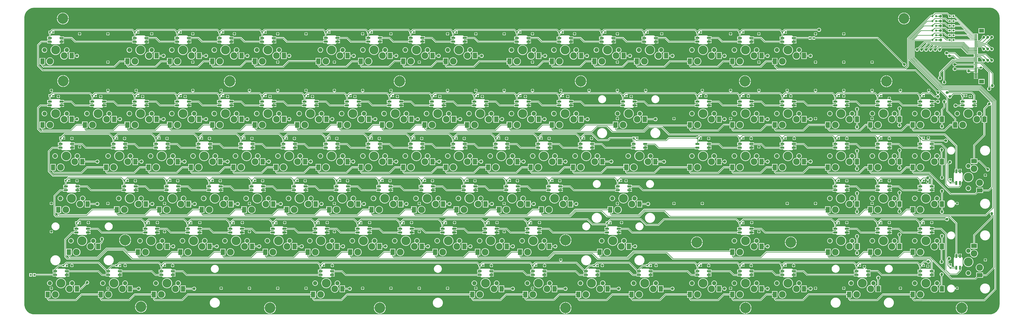
<source format=gbl>
G04*
G04 #@! TF.GenerationSoftware,Altium Limited,Altium Designer,20.2.6 (244)*
G04*
G04 Layer_Physical_Order=2*
G04 Layer_Color=16711680*
%FSLAX25Y25*%
%MOIN*%
G70*
G04*
G04 #@! TF.SameCoordinates,98241752-2BCD-411C-9A36-55DBF92D2C3E*
G04*
G04*
G04 #@! TF.FilePolarity,Positive*
G04*
G01*
G75*
%ADD10C,0.01000*%
%ADD21C,0.07480*%
%ADD22C,0.11811*%
%ADD23C,0.15748*%
%ADD24C,0.18898*%
%ADD25C,0.04000*%
%ADD26C,0.05000*%
%ADD27R,0.07087X0.03346*%
%ADD28R,0.07480X0.09843*%
%ADD29R,0.07480X0.09843*%
%ADD30R,0.03346X0.07087*%
%ADD31R,0.09843X0.07480*%
%ADD32R,0.09843X0.07480*%
%ADD33R,0.08661X0.07087*%
%ADD34R,0.05118X0.01181*%
%ADD35R,0.03150X0.03799*%
%ADD36R,0.03000X0.03000*%
%ADD37R,0.03000X0.03000*%
%ADD38C,0.00700*%
G36*
X1708574Y545128D02*
X1709943Y544962D01*
X1711308Y544693D01*
X1712651Y544319D01*
X1713942Y543841D01*
X1715199Y543262D01*
X1716401Y542587D01*
X1717553Y541811D01*
X1718649Y540955D01*
X1719664Y540014D01*
X1720600Y538996D01*
X1721461Y537906D01*
X1722232Y536758D01*
X1722906Y535546D01*
X1723495Y534280D01*
X1723977Y532990D01*
X1724351Y531657D01*
X1724624Y530307D01*
X1724772Y528931D01*
X1724835Y527489D01*
Y20389D01*
X1724772Y18958D01*
X1724624Y17581D01*
X1724351Y16228D01*
X1723977Y14896D01*
X1723495Y13603D01*
X1722907Y12343D01*
X1722232Y11129D01*
X1721460Y9979D01*
X1720600Y8886D01*
X1719665Y7870D01*
X1718649Y6931D01*
X1717554Y6074D01*
X1716402Y5302D01*
X1715197Y4622D01*
X1713944Y4045D01*
X1712653Y3570D01*
X1711305Y3194D01*
X1709944Y2922D01*
X1708574Y2761D01*
X1707154Y2701D01*
X19732D01*
X18298Y2761D01*
X16921Y2922D01*
X15565Y3194D01*
X14230Y3569D01*
X12931Y4046D01*
X11675Y4623D01*
X10465Y5303D01*
X9315Y6073D01*
X8227Y6928D01*
X7210Y7872D01*
X6266Y8889D01*
X5411Y9978D01*
X4637Y11131D01*
X3962Y12340D01*
X3382Y13597D01*
X2901Y14895D01*
X2528Y16223D01*
X2260Y17587D01*
X2094Y18966D01*
X2039Y20384D01*
Y527494D01*
X2094Y528923D01*
X2260Y530300D01*
X2528Y531662D01*
X2901Y532991D01*
X3382Y534286D01*
X3963Y535549D01*
X4637Y536757D01*
X5409Y537906D01*
X6266Y538994D01*
X7211Y540012D01*
X8227Y540958D01*
X9317Y541812D01*
X10466Y542586D01*
X11673Y543261D01*
X12933Y543840D01*
X14232Y544320D01*
X15562Y544694D01*
X16922Y544962D01*
X18298Y545128D01*
X19728Y545183D01*
X1707158D01*
X1708574Y545128D01*
D02*
G37*
%LPC*%
G36*
X1632377Y536477D02*
X1610824D01*
X1610238Y536361D01*
X1609742Y536029D01*
X1606855Y533142D01*
X1606698Y532996D01*
X1606578Y532900D01*
X1603626D01*
Y531530D01*
X1602243D01*
X1601658Y531413D01*
X1601162Y531081D01*
X1561919Y491838D01*
X1561587Y491342D01*
X1561471Y490757D01*
Y442633D01*
X1557366Y438529D01*
X1333634D01*
X1329202Y442961D01*
Y444403D01*
X1332413D01*
Y456246D01*
X1322933D01*
Y451854D01*
X1312239D01*
X1311654Y451737D01*
X1311158Y451406D01*
X1301781Y442029D01*
X1255634D01*
X1254202Y443461D01*
Y444403D01*
X1257413D01*
Y456246D01*
X1247933D01*
Y451915D01*
X1236500D01*
X1235915Y451798D01*
X1235419Y451467D01*
X1225981Y442029D01*
X1180634D01*
X1179202Y443461D01*
Y444503D01*
X1182413D01*
Y456346D01*
X1172933D01*
Y451954D01*
X1142539D01*
X1141954Y451837D01*
X1141457Y451506D01*
X1131981Y442029D01*
X1086633D01*
X1085402Y443260D01*
Y444403D01*
X1088613D01*
Y456246D01*
X1079133D01*
Y451854D01*
X1068325D01*
X1067739Y451737D01*
X1067243Y451406D01*
X1057866Y442029D01*
X1011633D01*
X1010041Y443622D01*
Y444403D01*
X1013613D01*
Y456246D01*
X1004133D01*
Y451854D01*
X993325D01*
X992739Y451737D01*
X992243Y451406D01*
X982866Y442029D01*
X936633D01*
X935540Y443122D01*
Y444403D01*
X938613D01*
Y456246D01*
X929133D01*
Y451854D01*
X918325D01*
X917739Y451737D01*
X917243Y451406D01*
X907866Y442029D01*
X861633D01*
X860402Y443260D01*
Y444403D01*
X863613D01*
Y456246D01*
X854133D01*
Y451854D01*
X805825D01*
X805239Y451737D01*
X804743Y451406D01*
X795366Y442029D01*
X749133D01*
X747902Y443260D01*
Y444503D01*
X751113D01*
Y456346D01*
X741633D01*
Y451954D01*
X730425D01*
X729839Y451837D01*
X729343Y451506D01*
X719866Y442029D01*
X674134D01*
X672940Y443223D01*
Y444503D01*
X676113D01*
Y456346D01*
X666633D01*
Y452030D01*
X655500D01*
X654915Y451913D01*
X654419Y451581D01*
X644866Y442029D01*
X599133D01*
X597902Y443260D01*
Y444503D01*
X601113D01*
Y456346D01*
X591633D01*
Y451954D01*
X580425D01*
X579839Y451837D01*
X579343Y451506D01*
X569866Y442029D01*
X524634D01*
X522941Y443722D01*
Y444503D01*
X526113D01*
Y456346D01*
X516633D01*
Y452030D01*
X469000D01*
X468415Y451913D01*
X467918Y451581D01*
X458366Y442029D01*
X411633D01*
X410402Y443260D01*
Y444403D01*
X413613D01*
Y456246D01*
X404133D01*
Y451854D01*
X393325D01*
X392739Y451737D01*
X392243Y451406D01*
X382866Y442029D01*
X336633D01*
X335402Y443260D01*
Y444403D01*
X338613D01*
Y456246D01*
X329133D01*
Y451854D01*
X318325D01*
X317739Y451737D01*
X317243Y451406D01*
X307866Y442029D01*
X261634D01*
X260540Y443123D01*
Y444403D01*
X263613D01*
Y456246D01*
X254133D01*
Y451854D01*
X243325D01*
X242739Y451737D01*
X242243Y451406D01*
X232866Y442029D01*
X187134D01*
X185402Y443760D01*
Y444403D01*
X188613D01*
Y456246D01*
X179133D01*
Y451854D01*
X170825D01*
X170239Y451737D01*
X169743Y451406D01*
X160366Y442029D01*
X37133D01*
X35402Y443760D01*
Y444403D01*
X38613D01*
Y456246D01*
X29133D01*
Y444403D01*
X32344D01*
Y443127D01*
X32460Y442542D01*
X32792Y442046D01*
X35419Y439419D01*
X35915Y439087D01*
X36500Y438971D01*
X161000D01*
X161585Y439087D01*
X162081Y439419D01*
X171458Y448795D01*
X179133D01*
Y444403D01*
X182344D01*
Y443127D01*
X182460Y442542D01*
X182791Y442046D01*
X185419Y439419D01*
X185915Y439087D01*
X186500Y438971D01*
X233500D01*
X234085Y439087D01*
X234581Y439419D01*
X243958Y448795D01*
X254133D01*
Y444403D01*
X257482D01*
Y442489D01*
X257598Y441904D01*
X257929Y441408D01*
X259919Y439419D01*
X260415Y439087D01*
X261000Y438971D01*
X308500D01*
X309085Y439087D01*
X309581Y439419D01*
X318958Y448795D01*
X329133D01*
Y444403D01*
X332344D01*
Y442627D01*
X332460Y442042D01*
X332791Y441546D01*
X334919Y439419D01*
X335415Y439087D01*
X336000Y438971D01*
X383500D01*
X384085Y439087D01*
X384581Y439419D01*
X393958Y448795D01*
X404133D01*
Y444403D01*
X407344D01*
Y442627D01*
X407460Y442042D01*
X407792Y441546D01*
X409919Y439419D01*
X410415Y439087D01*
X411000Y438971D01*
X459000D01*
X459585Y439087D01*
X460081Y439419D01*
X469633Y448971D01*
X516633D01*
Y444503D01*
X519882D01*
Y443088D01*
X519999Y442503D01*
X520330Y442007D01*
X522919Y439419D01*
X523415Y439087D01*
X524000Y438971D01*
X570500D01*
X571085Y439087D01*
X571581Y439419D01*
X581058Y448895D01*
X591633D01*
Y444503D01*
X594844D01*
Y442627D01*
X594960Y442042D01*
X595292Y441546D01*
X597419Y439419D01*
X597915Y439087D01*
X598500Y438971D01*
X645500D01*
X646085Y439087D01*
X646581Y439419D01*
X656134Y448971D01*
X666633D01*
Y444503D01*
X669882D01*
Y442589D01*
X669998Y442004D01*
X670330Y441508D01*
X672419Y439419D01*
X672915Y439087D01*
X673500Y438971D01*
X720500D01*
X721085Y439087D01*
X721581Y439419D01*
X731058Y448895D01*
X741633D01*
Y444503D01*
X744844D01*
Y442627D01*
X744960Y442042D01*
X745292Y441546D01*
X747419Y439419D01*
X747915Y439087D01*
X748500Y438971D01*
X796000D01*
X796585Y439087D01*
X797081Y439419D01*
X806458Y448795D01*
X854133D01*
Y444403D01*
X857344D01*
Y442627D01*
X857460Y442042D01*
X857792Y441546D01*
X859919Y439419D01*
X860415Y439087D01*
X861000Y438971D01*
X908500D01*
X909085Y439087D01*
X909581Y439419D01*
X918958Y448795D01*
X929133D01*
Y444403D01*
X932482D01*
Y442489D01*
X932598Y441904D01*
X932930Y441408D01*
X934919Y439419D01*
X935415Y439087D01*
X936000Y438971D01*
X983500D01*
X984085Y439087D01*
X984581Y439419D01*
X993958Y448795D01*
X1004133D01*
Y444403D01*
X1006982D01*
Y442988D01*
X1007098Y442403D01*
X1007430Y441907D01*
X1009918Y439419D01*
X1010414Y439087D01*
X1010999Y438971D01*
X1058500D01*
X1059085Y439087D01*
X1059581Y439419D01*
X1068958Y448795D01*
X1079133D01*
Y444403D01*
X1082344D01*
Y442627D01*
X1082460Y442042D01*
X1082792Y441546D01*
X1084919Y439419D01*
X1085415Y439087D01*
X1086000Y438971D01*
X1132615D01*
X1133200Y439087D01*
X1133696Y439419D01*
X1143172Y448895D01*
X1172933D01*
Y444503D01*
X1176144D01*
Y442827D01*
X1176260Y442242D01*
X1176591Y441746D01*
X1178919Y439419D01*
X1179415Y439087D01*
X1180000Y438971D01*
X1226614D01*
X1227200Y439087D01*
X1227696Y439419D01*
X1237134Y448856D01*
X1247933D01*
Y444403D01*
X1251144D01*
Y442827D01*
X1251260Y442242D01*
X1251591Y441746D01*
X1253919Y439419D01*
X1254415Y439087D01*
X1255000Y438971D01*
X1302415D01*
X1303000Y439087D01*
X1303496Y439419D01*
X1312873Y448795D01*
X1322933D01*
Y444403D01*
X1326144D01*
Y442327D01*
X1326260Y441742D01*
X1326591Y441246D01*
X1331608Y436229D01*
X1331401Y435729D01*
X35434D01*
X27529Y443634D01*
Y478367D01*
X32541Y483378D01*
X42457D01*
Y482234D01*
X48763D01*
X48856Y481764D01*
X49298Y481103D01*
X49960Y480660D01*
X50740Y480505D01*
X63732D01*
X64512Y480660D01*
X65174Y481103D01*
X65616Y481764D01*
X65710Y482234D01*
X66971D01*
Y484907D01*
Y487581D01*
X65771D01*
Y488927D01*
X72016D01*
Y490071D01*
X84766D01*
X91011Y483826D01*
X91507Y483494D01*
X92093Y483378D01*
X192457D01*
Y482234D01*
X198763D01*
X198856Y481764D01*
X199298Y481103D01*
X199960Y480660D01*
X200740Y480505D01*
X213732D01*
X214512Y480660D01*
X215174Y481103D01*
X215616Y481764D01*
X215709Y482234D01*
X216971D01*
Y484907D01*
Y487581D01*
X215771D01*
Y488927D01*
X222016D01*
Y490071D01*
X233766D01*
X240011Y483826D01*
X240508Y483494D01*
X241093Y483378D01*
X267457D01*
Y482234D01*
X273762D01*
X273856Y481764D01*
X274298Y481103D01*
X274960Y480660D01*
X275740Y480505D01*
X288732D01*
X289512Y480660D01*
X290174Y481103D01*
X290616Y481764D01*
X290709Y482234D01*
X291971D01*
Y484907D01*
Y487581D01*
X290771D01*
Y488927D01*
X297016D01*
Y490071D01*
X308766D01*
X315011Y483826D01*
X315508Y483494D01*
X316093Y483378D01*
X342457D01*
Y482234D01*
X348762D01*
X348856Y481764D01*
X349298Y481103D01*
X349960Y480660D01*
X350740Y480505D01*
X363732D01*
X364512Y480660D01*
X365174Y481103D01*
X365616Y481764D01*
X365709Y482234D01*
X366971D01*
Y484907D01*
Y487581D01*
X365771D01*
Y488927D01*
X372016D01*
Y490071D01*
X383766D01*
X390011Y483826D01*
X390508Y483494D01*
X391093Y483378D01*
X417457D01*
Y482234D01*
X423763D01*
X423856Y481764D01*
X424298Y481103D01*
X424960Y480660D01*
X425740Y480505D01*
X438732D01*
X439512Y480660D01*
X440174Y481103D01*
X440616Y481764D01*
X440709Y482234D01*
X441971D01*
Y484907D01*
Y487581D01*
X440771D01*
Y488927D01*
X447016D01*
Y490071D01*
X458766D01*
X464911Y483926D01*
X465407Y483594D01*
X465993Y483478D01*
X529957D01*
Y482334D01*
X536263D01*
X536356Y481864D01*
X536798Y481203D01*
X537460Y480760D01*
X538240Y480605D01*
X551232D01*
X552012Y480760D01*
X552674Y481203D01*
X553116Y481864D01*
X553209Y482334D01*
X554471D01*
Y485007D01*
Y487681D01*
X553271D01*
Y489027D01*
X559516D01*
Y490171D01*
X571666D01*
X577911Y483926D01*
X578407Y483594D01*
X578993Y483478D01*
X604957D01*
Y482334D01*
X611263D01*
X611356Y481864D01*
X611798Y481203D01*
X612460Y480760D01*
X613240Y480605D01*
X626232D01*
X627012Y480760D01*
X627674Y481203D01*
X628116Y481864D01*
X628209Y482334D01*
X629471D01*
Y485007D01*
Y487681D01*
X628271D01*
Y489027D01*
X634516D01*
Y490171D01*
X646666D01*
X652911Y483926D01*
X653407Y483594D01*
X653993Y483478D01*
X679957D01*
Y482334D01*
X686263D01*
X686356Y481864D01*
X686798Y481203D01*
X687460Y480760D01*
X688240Y480605D01*
X701232D01*
X702012Y480760D01*
X702674Y481203D01*
X703116Y481864D01*
X703209Y482334D01*
X704471D01*
Y485007D01*
Y487681D01*
X703271D01*
Y489027D01*
X709516D01*
Y490171D01*
X721666D01*
X727911Y483926D01*
X728407Y483594D01*
X728993Y483478D01*
X754957D01*
Y482334D01*
X761263D01*
X761356Y481864D01*
X761798Y481203D01*
X762460Y480760D01*
X763240Y480605D01*
X776232D01*
X777012Y480760D01*
X777674Y481203D01*
X778116Y481864D01*
X778209Y482334D01*
X779471D01*
Y485007D01*
Y487681D01*
X778271D01*
Y489027D01*
X784516D01*
Y490171D01*
X796666D01*
X803011Y483826D01*
X803507Y483494D01*
X804093Y483378D01*
X867457D01*
Y482234D01*
X873763D01*
X873856Y481764D01*
X874298Y481103D01*
X874960Y480660D01*
X875740Y480505D01*
X888732D01*
X889512Y480660D01*
X890174Y481103D01*
X890616Y481764D01*
X890709Y482234D01*
X891971D01*
Y484907D01*
Y487581D01*
X890771D01*
Y488927D01*
X897016D01*
Y490071D01*
X908766D01*
X915011Y483826D01*
X915508Y483494D01*
X916093Y483378D01*
X942457D01*
Y482234D01*
X948763D01*
X948856Y481764D01*
X949298Y481103D01*
X949960Y480660D01*
X950740Y480505D01*
X963732D01*
X964512Y480660D01*
X965174Y481103D01*
X965616Y481764D01*
X965709Y482234D01*
X966971D01*
Y484907D01*
X967471D01*
D01*
X966971D01*
Y487581D01*
X965771D01*
Y488927D01*
X972016D01*
Y490071D01*
X983766D01*
X990011Y483826D01*
X990508Y483494D01*
X991093Y483378D01*
X1017457D01*
Y482234D01*
X1023763D01*
X1023856Y481764D01*
X1024298Y481103D01*
X1024960Y480660D01*
X1025740Y480505D01*
X1038732D01*
X1039512Y480660D01*
X1040174Y481103D01*
X1040616Y481764D01*
X1040709Y482234D01*
X1041971D01*
Y484907D01*
Y487581D01*
X1040771D01*
Y488927D01*
X1047016D01*
Y490071D01*
X1058766D01*
X1065011Y483826D01*
X1065508Y483494D01*
X1066093Y483378D01*
X1092457D01*
Y482234D01*
X1098763D01*
X1098856Y481764D01*
X1099298Y481103D01*
X1099960Y480660D01*
X1100740Y480505D01*
X1113732D01*
X1114512Y480660D01*
X1115174Y481103D01*
X1115616Y481764D01*
X1115709Y482234D01*
X1116971D01*
Y484907D01*
Y487581D01*
X1115771D01*
Y488927D01*
X1122016D01*
Y490071D01*
X1133766D01*
X1139911Y483926D01*
X1140407Y483594D01*
X1140993Y483478D01*
X1186257D01*
Y482334D01*
X1192562D01*
X1192656Y481864D01*
X1193098Y481203D01*
X1193760Y480760D01*
X1194540Y480605D01*
X1207532D01*
X1208312Y480760D01*
X1208974Y481203D01*
X1209416Y481864D01*
X1209509Y482334D01*
X1210771D01*
Y485007D01*
X1211271D01*
D01*
X1210771D01*
Y487681D01*
X1209571D01*
Y489027D01*
X1215816D01*
Y490171D01*
X1227666D01*
X1234011Y483826D01*
X1234507Y483494D01*
X1235093Y483378D01*
X1261257D01*
Y482234D01*
X1267562D01*
X1267656Y481764D01*
X1268098Y481103D01*
X1268760Y480660D01*
X1269540Y480505D01*
X1282532D01*
X1283312Y480660D01*
X1283974Y481103D01*
X1284416Y481764D01*
X1284509Y482234D01*
X1285771D01*
Y484907D01*
Y487581D01*
X1284571D01*
Y488927D01*
X1290816D01*
Y490071D01*
X1302766D01*
X1309011Y483826D01*
X1309507Y483494D01*
X1310093Y483378D01*
X1336257D01*
Y482234D01*
X1342562D01*
X1342656Y481764D01*
X1343098Y481103D01*
X1343760Y480660D01*
X1344540Y480505D01*
X1357532D01*
X1358312Y480660D01*
X1358974Y481103D01*
X1359416Y481764D01*
X1359509Y482234D01*
X1360771D01*
Y484907D01*
Y487581D01*
X1359571D01*
Y488927D01*
X1365816D01*
Y490071D01*
X1387626D01*
Y488600D01*
X1392776D01*
Y494400D01*
X1387626D01*
Y493129D01*
X1365816D01*
Y494273D01*
X1359509D01*
X1359416Y494743D01*
X1358974Y495404D01*
X1358312Y495847D01*
X1357532Y496002D01*
X1344540D01*
X1343760Y495847D01*
X1343098Y495404D01*
X1343029Y495302D01*
X1342529Y495453D01*
Y499500D01*
X1343500D01*
Y501766D01*
X1344000Y501524D01*
Y499600D01*
X1346000D01*
Y502100D01*
X1346500D01*
Y502600D01*
X1349000D01*
Y504471D01*
X1402131D01*
X1402190Y504459D01*
X1402290Y504428D01*
X1402411Y504377D01*
X1402552Y504303D01*
X1402710Y504204D01*
X1402874Y504086D01*
X1403283Y503735D01*
X1403456Y503566D01*
X1403504Y503504D01*
X1404235Y502943D01*
X1405086Y502590D01*
X1406000Y502470D01*
X1406914Y502590D01*
X1407765Y502943D01*
X1408496Y503504D01*
X1409057Y504235D01*
X1409410Y505086D01*
X1409530Y506000D01*
X1409410Y506914D01*
X1409057Y507765D01*
X1408496Y508496D01*
X1407765Y509057D01*
X1406914Y509410D01*
X1406000Y509530D01*
X1405086Y509410D01*
X1404235Y509057D01*
X1403504Y508496D01*
X1403462Y508442D01*
X1403065Y508068D01*
X1402885Y507922D01*
X1402710Y507796D01*
X1402552Y507697D01*
X1402411Y507623D01*
X1402290Y507572D01*
X1402190Y507541D01*
X1402131Y507529D01*
X1345000D01*
X1344415Y507413D01*
X1343919Y507081D01*
X1341586Y504749D01*
X1341426Y504600D01*
X1341305Y504504D01*
X1341300Y504500D01*
X1341112D01*
X1341074Y504508D01*
X1341036Y504500D01*
X1340964D01*
X1340926Y504508D01*
X1340888Y504500D01*
X1340701D01*
X1340452Y504711D01*
X1338081Y507081D01*
X1337585Y507413D01*
X1337000Y507529D01*
X1270000D01*
X1269415Y507413D01*
X1268919Y507081D01*
X1266586Y504749D01*
X1266426Y504600D01*
X1266305Y504504D01*
X1266300Y504500D01*
X1266112D01*
X1266074Y504508D01*
X1266036Y504500D01*
X1265964D01*
X1265926Y504508D01*
X1265888Y504500D01*
X1265701D01*
X1265452Y504711D01*
X1263081Y507081D01*
X1262585Y507413D01*
X1262000Y507529D01*
X1195000D01*
X1194415Y507413D01*
X1193919Y507081D01*
X1191586Y504749D01*
X1191426Y504600D01*
X1191305Y504504D01*
X1191300Y504500D01*
X1191112D01*
X1191074Y504508D01*
X1191036Y504500D01*
X1190964D01*
X1190926Y504508D01*
X1190888Y504500D01*
X1190701D01*
X1190452Y504711D01*
X1188081Y507081D01*
X1187585Y507413D01*
X1187000Y507529D01*
X1101000D01*
X1100415Y507413D01*
X1099918Y507081D01*
X1097586Y504749D01*
X1097426Y504600D01*
X1097305Y504504D01*
X1097300Y504500D01*
X1097112D01*
X1097074Y504508D01*
X1097036Y504500D01*
X1096964D01*
X1096926Y504508D01*
X1096888Y504500D01*
X1096701D01*
X1096452Y504711D01*
X1094081Y507081D01*
X1093585Y507413D01*
X1093000Y507529D01*
X1026000D01*
X1025415Y507413D01*
X1024918Y507081D01*
X1022586Y504749D01*
X1022426Y504600D01*
X1022305Y504504D01*
X1022300Y504500D01*
X1022112D01*
X1022074Y504508D01*
X1022036Y504500D01*
X1021964D01*
X1021926Y504508D01*
X1021888Y504500D01*
X1021701D01*
X1021452Y504711D01*
X1019081Y507081D01*
X1018585Y507413D01*
X1018000Y507529D01*
X951000D01*
X950415Y507413D01*
X949918Y507081D01*
X947586Y504749D01*
X947426Y504600D01*
X947305Y504504D01*
X947300Y504500D01*
X947112D01*
X947074Y504508D01*
X947036Y504500D01*
X946964D01*
X946926Y504508D01*
X946888Y504500D01*
X946701D01*
X946452Y504711D01*
X944081Y507081D01*
X943585Y507413D01*
X943000Y507529D01*
X876000D01*
X875415Y507413D01*
X874918Y507081D01*
X872586Y504749D01*
X872426Y504600D01*
X872305Y504504D01*
X872300Y504500D01*
X872112D01*
X872074Y504508D01*
X872036Y504500D01*
X871964D01*
X871926Y504508D01*
X871888Y504500D01*
X871701D01*
X871452Y504711D01*
X869081Y507081D01*
X868585Y507413D01*
X868000Y507529D01*
X763500D01*
X762915Y507413D01*
X762419Y507081D01*
X760086Y504749D01*
X759926Y504600D01*
X759805Y504504D01*
X759800Y504500D01*
X759612D01*
X759574Y504508D01*
X759536Y504500D01*
X759464D01*
X759426Y504508D01*
X759388Y504500D01*
X759201D01*
X758952Y504711D01*
X756581Y507081D01*
X756085Y507413D01*
X755500Y507529D01*
X688500D01*
X687915Y507413D01*
X687419Y507081D01*
X685086Y504749D01*
X684926Y504600D01*
X684805Y504504D01*
X684800Y504500D01*
X684612D01*
X684574Y504508D01*
X684536Y504500D01*
X684464D01*
X684426Y504508D01*
X684388Y504500D01*
X684201D01*
X683952Y504711D01*
X681581Y507081D01*
X681085Y507413D01*
X680500Y507529D01*
X613500D01*
X612915Y507413D01*
X612419Y507081D01*
X610086Y504749D01*
X609926Y504600D01*
X609805Y504504D01*
X609800Y504500D01*
X609612D01*
X609574Y504508D01*
X609536Y504500D01*
X609464D01*
X609426Y504508D01*
X609388Y504500D01*
X609201D01*
X608952Y504711D01*
X606581Y507081D01*
X606085Y507413D01*
X605500Y507529D01*
X538500D01*
X537915Y507413D01*
X537419Y507081D01*
X535086Y504749D01*
X534926Y504600D01*
X534805Y504504D01*
X534800Y504500D01*
X534612D01*
X534574Y504508D01*
X534536Y504500D01*
X534464D01*
X534426Y504508D01*
X534388Y504500D01*
X534201D01*
X533952Y504711D01*
X531581Y507081D01*
X531085Y507413D01*
X530500Y507529D01*
X426000D01*
X425415Y507413D01*
X424919Y507081D01*
X422586Y504749D01*
X422426Y504600D01*
X422305Y504504D01*
X422300Y504500D01*
X422112D01*
X422074Y504508D01*
X422036Y504500D01*
X421964D01*
X421926Y504508D01*
X421888Y504500D01*
X421701D01*
X421452Y504711D01*
X419081Y507081D01*
X418585Y507413D01*
X418000Y507529D01*
X351000D01*
X350415Y507413D01*
X349919Y507081D01*
X347586Y504749D01*
X347426Y504600D01*
X347305Y504504D01*
X347300Y504500D01*
X347112D01*
X347074Y504508D01*
X347036Y504500D01*
X346964D01*
X346926Y504508D01*
X346888Y504500D01*
X346701D01*
X346452Y504711D01*
X344081Y507081D01*
X343585Y507413D01*
X343000Y507529D01*
X276000D01*
X275415Y507413D01*
X274919Y507081D01*
X272586Y504749D01*
X272426Y504600D01*
X272305Y504504D01*
X272300Y504500D01*
X272112D01*
X272074Y504508D01*
X272036Y504500D01*
X271964D01*
X271926Y504508D01*
X271888Y504500D01*
X271701D01*
X271452Y504711D01*
X269081Y507081D01*
X268585Y507413D01*
X268000Y507529D01*
X201000D01*
X200415Y507413D01*
X199918Y507081D01*
X197586Y504749D01*
X197426Y504600D01*
X197305Y504504D01*
X197300Y504500D01*
X197112D01*
X197074Y504508D01*
X197036Y504500D01*
X196964D01*
X196926Y504508D01*
X196888Y504500D01*
X196701D01*
X196452Y504711D01*
X194081Y507081D01*
X193585Y507413D01*
X193000Y507529D01*
X51000D01*
X50415Y507413D01*
X49918Y507081D01*
X47586Y504749D01*
X47426Y504600D01*
X47305Y504504D01*
X47300Y504500D01*
X47112D01*
X47074Y504508D01*
X47036Y504500D01*
X44500D01*
Y499500D01*
X45471D01*
Y494273D01*
X42457D01*
Y488927D01*
X48701D01*
Y487581D01*
X42457D01*
Y486437D01*
X31907D01*
X31322Y486320D01*
X30826Y485989D01*
X24919Y480081D01*
X24587Y479585D01*
X24471Y479000D01*
Y443000D01*
X24587Y442415D01*
X24919Y441919D01*
X33719Y433119D01*
X34215Y432787D01*
X34800Y432671D01*
X1576167D01*
X1612182Y396655D01*
X1612217Y396604D01*
X1612266Y396512D01*
X1612315Y396390D01*
X1612362Y396238D01*
X1612404Y396056D01*
X1612436Y395857D01*
X1612478Y395320D01*
X1612480Y395077D01*
X1612470Y395000D01*
X1612590Y394086D01*
X1612943Y393235D01*
X1613504Y392504D01*
X1614235Y391943D01*
X1614651Y391771D01*
Y391229D01*
X1614235Y391057D01*
X1613504Y390496D01*
X1613462Y390442D01*
X1613065Y390068D01*
X1612885Y389922D01*
X1612710Y389796D01*
X1612552Y389697D01*
X1612411Y389623D01*
X1612290Y389572D01*
X1612190Y389541D01*
X1612131Y389529D01*
X1610633D01*
X1605081Y395081D01*
X1604585Y395413D01*
X1604000Y395529D01*
X1600189D01*
X1600156Y396029D01*
X1600409Y396063D01*
X1601139Y396365D01*
X1601765Y396846D01*
X1602246Y397473D01*
X1602549Y398202D01*
X1602586Y398485D01*
X1596666D01*
X1596703Y398202D01*
X1597005Y397473D01*
X1597486Y396846D01*
X1598113Y396365D01*
X1598843Y396063D01*
X1599096Y396029D01*
X1599063Y395529D01*
X1589000D01*
X1588415Y395413D01*
X1587918Y395081D01*
X1585086Y392249D01*
X1584926Y392100D01*
X1584805Y392004D01*
X1584800Y392000D01*
X1584612D01*
X1584574Y392008D01*
X1584536Y392000D01*
X1584464D01*
X1584426Y392008D01*
X1584388Y392000D01*
X1584201D01*
X1583952Y392211D01*
X1581081Y395081D01*
X1580585Y395413D01*
X1580000Y395529D01*
X1550189D01*
X1550156Y396029D01*
X1550409Y396063D01*
X1551139Y396365D01*
X1551765Y396846D01*
X1552246Y397473D01*
X1552549Y398202D01*
X1552586Y398485D01*
X1546666D01*
X1546703Y398202D01*
X1547005Y397473D01*
X1547486Y396846D01*
X1548113Y396365D01*
X1548843Y396063D01*
X1549096Y396029D01*
X1549063Y395529D01*
X1514000D01*
X1513415Y395413D01*
X1512918Y395081D01*
X1510086Y392249D01*
X1509926Y392100D01*
X1509805Y392004D01*
X1509800Y392000D01*
X1509612D01*
X1509574Y392008D01*
X1509536Y392000D01*
X1509464D01*
X1509426Y392008D01*
X1509388Y392000D01*
X1509201D01*
X1508952Y392211D01*
X1506081Y395081D01*
X1505585Y395413D01*
X1505000Y395529D01*
X1500189D01*
X1500156Y396029D01*
X1500409Y396063D01*
X1501139Y396365D01*
X1501765Y396846D01*
X1502246Y397473D01*
X1502549Y398202D01*
X1502586Y398485D01*
X1496666D01*
X1496703Y398202D01*
X1497005Y397473D01*
X1497486Y396846D01*
X1498113Y396365D01*
X1498843Y396063D01*
X1499096Y396029D01*
X1499063Y395529D01*
X1450189D01*
X1450156Y396029D01*
X1450409Y396063D01*
X1451139Y396365D01*
X1451765Y396846D01*
X1452246Y397473D01*
X1452549Y398202D01*
X1452586Y398485D01*
X1446666D01*
X1446703Y398202D01*
X1447005Y397473D01*
X1447486Y396846D01*
X1448113Y396365D01*
X1448843Y396063D01*
X1449096Y396029D01*
X1449063Y395529D01*
X1439000D01*
X1438415Y395413D01*
X1437918Y395081D01*
X1435086Y392249D01*
X1434926Y392100D01*
X1434805Y392004D01*
X1434800Y392000D01*
X1434612D01*
X1434574Y392008D01*
X1434536Y392000D01*
X1434464D01*
X1434426Y392008D01*
X1434388Y392000D01*
X1434201D01*
X1433952Y392211D01*
X1431081Y395081D01*
X1430585Y395413D01*
X1430000Y395529D01*
X1400189D01*
X1400156Y396029D01*
X1400409Y396063D01*
X1401139Y396365D01*
X1401765Y396846D01*
X1402246Y397473D01*
X1402549Y398202D01*
X1402586Y398485D01*
X1396666D01*
X1396703Y398202D01*
X1397005Y397473D01*
X1397486Y396846D01*
X1398113Y396365D01*
X1398843Y396063D01*
X1399096Y396029D01*
X1399063Y395529D01*
X1350189D01*
X1350156Y396029D01*
X1350409Y396063D01*
X1351139Y396365D01*
X1351765Y396846D01*
X1352246Y397473D01*
X1352549Y398202D01*
X1352586Y398485D01*
X1346666D01*
X1346703Y398202D01*
X1347005Y397473D01*
X1347486Y396846D01*
X1348113Y396365D01*
X1348843Y396063D01*
X1349096Y396029D01*
X1349063Y395529D01*
X1345500D01*
X1344915Y395413D01*
X1344419Y395081D01*
X1341586Y392249D01*
X1341426Y392100D01*
X1341305Y392004D01*
X1341300Y392000D01*
X1341112D01*
X1341074Y392008D01*
X1341036Y392000D01*
X1340964D01*
X1340926Y392008D01*
X1340888Y392000D01*
X1340701D01*
X1340452Y392211D01*
X1337582Y395081D01*
X1337085Y395413D01*
X1336500Y395529D01*
X1300189D01*
X1300156Y396029D01*
X1300409Y396063D01*
X1301139Y396365D01*
X1301765Y396846D01*
X1302246Y397473D01*
X1302549Y398202D01*
X1302586Y398485D01*
X1296666D01*
X1296703Y398202D01*
X1297005Y397473D01*
X1297486Y396846D01*
X1298113Y396365D01*
X1298843Y396063D01*
X1299096Y396029D01*
X1299063Y395529D01*
X1270500D01*
X1269915Y395413D01*
X1269419Y395081D01*
X1266586Y392249D01*
X1266426Y392100D01*
X1266305Y392004D01*
X1266300Y392000D01*
X1266112D01*
X1266074Y392008D01*
X1266036Y392000D01*
X1265964D01*
X1265926Y392008D01*
X1265888Y392000D01*
X1265701D01*
X1265452Y392211D01*
X1262582Y395081D01*
X1262085Y395413D01*
X1261500Y395529D01*
X1250189D01*
X1250156Y396029D01*
X1250409Y396063D01*
X1251139Y396365D01*
X1251765Y396846D01*
X1252246Y397473D01*
X1252549Y398202D01*
X1252586Y398485D01*
X1246666D01*
X1246703Y398202D01*
X1247005Y397473D01*
X1247486Y396846D01*
X1248113Y396365D01*
X1248843Y396063D01*
X1249096Y396029D01*
X1249063Y395529D01*
X1200189D01*
X1200156Y396029D01*
X1200409Y396063D01*
X1201139Y396365D01*
X1201765Y396846D01*
X1202246Y397473D01*
X1202549Y398202D01*
X1202586Y398485D01*
X1196666D01*
X1196703Y398202D01*
X1197005Y397473D01*
X1197486Y396846D01*
X1198113Y396365D01*
X1198843Y396063D01*
X1199096Y396029D01*
X1199063Y395529D01*
X1195500D01*
X1194915Y395413D01*
X1194419Y395081D01*
X1191586Y392249D01*
X1191426Y392100D01*
X1191305Y392004D01*
X1191300Y392000D01*
X1191112D01*
X1191074Y392008D01*
X1191036Y392000D01*
X1190964D01*
X1190926Y392008D01*
X1190888Y392000D01*
X1190701D01*
X1190452Y392211D01*
X1187582Y395081D01*
X1187085Y395413D01*
X1186500Y395529D01*
X1100189D01*
X1100156Y396029D01*
X1100409Y396063D01*
X1101139Y396365D01*
X1101765Y396846D01*
X1102246Y397473D01*
X1102549Y398202D01*
X1102586Y398485D01*
X1096666D01*
X1096703Y398202D01*
X1097005Y397473D01*
X1097486Y396846D01*
X1098113Y396365D01*
X1098843Y396063D01*
X1099096Y396029D01*
X1099063Y395529D01*
X1064000D01*
X1063415Y395413D01*
X1062918Y395081D01*
X1060086Y392249D01*
X1059926Y392100D01*
X1059805Y392004D01*
X1059800Y392000D01*
X1059612D01*
X1059574Y392008D01*
X1059536Y392000D01*
X1059464D01*
X1059426Y392008D01*
X1059388Y392000D01*
X1059201D01*
X1058952Y392211D01*
X1056081Y395081D01*
X1055585Y395413D01*
X1055000Y395529D01*
X1050189D01*
X1050156Y396029D01*
X1050409Y396063D01*
X1051139Y396365D01*
X1051765Y396846D01*
X1052246Y397473D01*
X1052549Y398202D01*
X1052586Y398485D01*
X1046666D01*
X1046703Y398202D01*
X1047005Y397473D01*
X1047486Y396846D01*
X1048113Y396365D01*
X1048843Y396063D01*
X1049096Y396029D01*
X1049063Y395529D01*
X1000189D01*
X1000156Y396029D01*
X1000409Y396063D01*
X1001139Y396365D01*
X1001765Y396846D01*
X1002246Y397473D01*
X1002549Y398202D01*
X1002586Y398485D01*
X996666D01*
X996703Y398202D01*
X997005Y397473D01*
X997486Y396846D01*
X998113Y396365D01*
X998843Y396063D01*
X999096Y396029D01*
X999063Y395529D01*
X951500D01*
X950915Y395413D01*
X950418Y395081D01*
X947586Y392249D01*
X947426Y392100D01*
X947305Y392004D01*
X947300Y392000D01*
X947112D01*
X947074Y392008D01*
X947036Y392000D01*
X946964D01*
X946926Y392008D01*
X946888Y392000D01*
X946701D01*
X946452Y392211D01*
X943581Y395081D01*
X943085Y395413D01*
X942500Y395529D01*
X900189D01*
X900156Y396029D01*
X900409Y396063D01*
X901139Y396365D01*
X901765Y396846D01*
X902246Y397473D01*
X902549Y398202D01*
X902586Y398485D01*
X896666D01*
X896703Y398202D01*
X897005Y397473D01*
X897486Y396846D01*
X898113Y396365D01*
X898843Y396063D01*
X899096Y396029D01*
X899063Y395529D01*
X876500D01*
X875915Y395413D01*
X875418Y395081D01*
X872586Y392249D01*
X872426Y392100D01*
X872305Y392004D01*
X872300Y392000D01*
X872112D01*
X872074Y392008D01*
X872036Y392000D01*
X871964D01*
X871926Y392008D01*
X871888Y392000D01*
X871701D01*
X871452Y392211D01*
X868581Y395081D01*
X868085Y395413D01*
X867500Y395529D01*
X850189D01*
X850156Y396029D01*
X850409Y396063D01*
X851139Y396365D01*
X851765Y396846D01*
X852246Y397473D01*
X852549Y398202D01*
X852586Y398485D01*
X846666D01*
X846703Y398202D01*
X847005Y397473D01*
X847486Y396846D01*
X848113Y396365D01*
X848843Y396063D01*
X849096Y396029D01*
X849063Y395529D01*
X801500D01*
X800915Y395413D01*
X800418Y395081D01*
X797586Y392249D01*
X797426Y392100D01*
X797305Y392004D01*
X797300Y392000D01*
X797112D01*
X797074Y392008D01*
X797036Y392000D01*
X796964D01*
X796926Y392008D01*
X796888Y392000D01*
X796701D01*
X796452Y392211D01*
X793581Y395081D01*
X793085Y395413D01*
X792500Y395529D01*
X750189D01*
X750156Y396029D01*
X750409Y396063D01*
X751139Y396365D01*
X751765Y396846D01*
X752246Y397473D01*
X752549Y398202D01*
X752586Y398485D01*
X746666D01*
X746703Y398202D01*
X747005Y397473D01*
X747486Y396846D01*
X748113Y396365D01*
X748843Y396063D01*
X749096Y396029D01*
X749063Y395529D01*
X726500D01*
X725915Y395413D01*
X725419Y395081D01*
X722586Y392249D01*
X722426Y392100D01*
X722305Y392004D01*
X722300Y392000D01*
X722112D01*
X722074Y392008D01*
X722036Y392000D01*
X721964D01*
X721926Y392008D01*
X721888Y392000D01*
X721701D01*
X721452Y392211D01*
X718581Y395081D01*
X718085Y395413D01*
X717500Y395529D01*
X651500D01*
X650915Y395413D01*
X650419Y395081D01*
X647586Y392249D01*
X647426Y392100D01*
X647305Y392004D01*
X647300Y392000D01*
X647112D01*
X647074Y392008D01*
X647036Y392000D01*
X646964D01*
X646926Y392008D01*
X646888Y392000D01*
X646701D01*
X646452Y392211D01*
X643581Y395081D01*
X643085Y395413D01*
X642500Y395529D01*
X600189D01*
X600156Y396029D01*
X600409Y396063D01*
X601139Y396365D01*
X601765Y396846D01*
X602246Y397473D01*
X602549Y398202D01*
X602586Y398485D01*
X596666D01*
X596703Y398202D01*
X597005Y397473D01*
X597486Y396846D01*
X598113Y396365D01*
X598843Y396063D01*
X599096Y396029D01*
X599063Y395529D01*
X576500D01*
X575915Y395413D01*
X575419Y395081D01*
X572586Y392249D01*
X572426Y392100D01*
X572305Y392004D01*
X572300Y392000D01*
X572112D01*
X572074Y392008D01*
X572036Y392000D01*
X571964D01*
X571926Y392008D01*
X571888Y392000D01*
X571701D01*
X571452Y392211D01*
X568581Y395081D01*
X568085Y395413D01*
X567500Y395529D01*
X550189D01*
X550156Y396029D01*
X550409Y396063D01*
X551139Y396365D01*
X551765Y396846D01*
X552246Y397473D01*
X552549Y398202D01*
X552586Y398485D01*
X546666D01*
X546703Y398202D01*
X547005Y397473D01*
X547486Y396846D01*
X548113Y396365D01*
X548843Y396063D01*
X549096Y396029D01*
X549063Y395529D01*
X501500D01*
X500915Y395413D01*
X500419Y395081D01*
X497586Y392249D01*
X497426Y392100D01*
X497305Y392004D01*
X497300Y392000D01*
X497112D01*
X497074Y392008D01*
X497036Y392000D01*
X496964D01*
X496926Y392008D01*
X496888Y392000D01*
X496701D01*
X496452Y392211D01*
X493581Y395081D01*
X493085Y395413D01*
X492500Y395529D01*
X450189D01*
X450156Y396029D01*
X450409Y396063D01*
X451139Y396365D01*
X451765Y396846D01*
X452246Y397473D01*
X452549Y398202D01*
X452586Y398485D01*
X446666D01*
X446703Y398202D01*
X447005Y397473D01*
X447486Y396846D01*
X448113Y396365D01*
X448843Y396063D01*
X449096Y396029D01*
X449063Y395529D01*
X426500D01*
X425915Y395413D01*
X425419Y395081D01*
X422586Y392249D01*
X422426Y392100D01*
X422305Y392004D01*
X422300Y392000D01*
X422112D01*
X422074Y392008D01*
X422036Y392000D01*
X421964D01*
X421926Y392008D01*
X421888Y392000D01*
X421701D01*
X421452Y392211D01*
X418581Y395081D01*
X418085Y395413D01*
X417500Y395529D01*
X400189D01*
X400156Y396029D01*
X400409Y396063D01*
X401139Y396365D01*
X401765Y396846D01*
X402246Y397473D01*
X402549Y398202D01*
X402586Y398485D01*
X396666D01*
X396703Y398202D01*
X397005Y397473D01*
X397486Y396846D01*
X398113Y396365D01*
X398843Y396063D01*
X399096Y396029D01*
X399063Y395529D01*
X351500D01*
X350915Y395413D01*
X350418Y395081D01*
X347586Y392249D01*
X347426Y392100D01*
X347305Y392004D01*
X347300Y392000D01*
X347112D01*
X347074Y392008D01*
X347036Y392000D01*
X346964D01*
X346926Y392008D01*
X346888Y392000D01*
X346701D01*
X346452Y392211D01*
X343582Y395081D01*
X343085Y395413D01*
X342500Y395529D01*
X300189D01*
X300156Y396029D01*
X300409Y396063D01*
X301139Y396365D01*
X301765Y396846D01*
X302246Y397473D01*
X302549Y398202D01*
X302586Y398485D01*
X296666D01*
X296703Y398202D01*
X297005Y397473D01*
X297486Y396846D01*
X298113Y396365D01*
X298843Y396063D01*
X299096Y396029D01*
X299063Y395529D01*
X276500D01*
X275915Y395413D01*
X275418Y395081D01*
X272586Y392249D01*
X272426Y392100D01*
X272305Y392004D01*
X272300Y392000D01*
X272112D01*
X272074Y392008D01*
X272036Y392000D01*
X271964D01*
X271926Y392008D01*
X271888Y392000D01*
X271701D01*
X271452Y392211D01*
X268582Y395081D01*
X268085Y395413D01*
X267500Y395529D01*
X201500D01*
X200915Y395413D01*
X200418Y395081D01*
X197586Y392249D01*
X197426Y392100D01*
X197305Y392004D01*
X197300Y392000D01*
X197112D01*
X197074Y392008D01*
X197036Y392000D01*
X196964D01*
X196926Y392008D01*
X196888Y392000D01*
X196701D01*
X196452Y392211D01*
X193581Y395081D01*
X193085Y395413D01*
X192500Y395529D01*
X150189D01*
X150156Y396029D01*
X150409Y396063D01*
X151139Y396365D01*
X151765Y396846D01*
X152246Y397473D01*
X152549Y398202D01*
X152586Y398485D01*
X146666D01*
X146703Y398202D01*
X147005Y397473D01*
X147486Y396846D01*
X148113Y396365D01*
X148843Y396063D01*
X149096Y396029D01*
X149063Y395529D01*
X126500D01*
X125915Y395413D01*
X125418Y395081D01*
X122586Y392249D01*
X122426Y392100D01*
X122305Y392004D01*
X122300Y392000D01*
X122112D01*
X122074Y392008D01*
X122036Y392000D01*
X121964D01*
X121926Y392008D01*
X121888Y392000D01*
X121701D01*
X121452Y392211D01*
X118581Y395081D01*
X118085Y395413D01*
X117500Y395529D01*
X51500D01*
X50915Y395413D01*
X50419Y395081D01*
X47586Y392249D01*
X47426Y392100D01*
X47305Y392004D01*
X47300Y392000D01*
X47112D01*
X47074Y392008D01*
X47036Y392000D01*
X44500D01*
Y387000D01*
X45471D01*
Y381773D01*
X42457D01*
Y376427D01*
X48701D01*
Y375081D01*
X42457D01*
Y373937D01*
X30407D01*
X29822Y373820D01*
X29326Y373489D01*
X24919Y369081D01*
X24587Y368585D01*
X24471Y368000D01*
Y331000D01*
X24587Y330415D01*
X24919Y329919D01*
X29919Y324919D01*
X30415Y324587D01*
X31000Y324471D01*
X1004000D01*
X1004585Y324587D01*
X1005081Y324919D01*
X1014458Y334295D01*
X1030542D01*
X1039919Y324919D01*
X1040415Y324587D01*
X1041000Y324471D01*
X1096828D01*
X1097414Y324587D01*
X1097910Y324919D01*
X1105462Y332471D01*
X1114721D01*
X1114796Y331971D01*
X1113297Y331516D01*
X1111759Y330694D01*
X1110412Y329588D01*
X1109306Y328241D01*
X1108484Y326703D01*
X1107978Y325035D01*
X1107807Y323300D01*
X1107978Y321565D01*
X1108484Y319897D01*
X1109306Y318359D01*
X1110412Y317012D01*
X1111759Y315906D01*
X1113297Y315084D01*
X1114965Y314578D01*
X1116700Y314407D01*
X1118435Y314578D01*
X1120103Y315084D01*
X1121641Y315906D01*
X1122988Y317012D01*
X1124094Y318359D01*
X1124916Y319897D01*
X1125422Y321565D01*
X1125593Y323300D01*
X1125422Y325035D01*
X1124916Y326703D01*
X1124094Y328241D01*
X1122988Y329588D01*
X1121641Y330694D01*
X1120103Y331516D01*
X1118604Y331971D01*
X1118679Y332471D01*
X1127367D01*
X1139919Y319919D01*
X1140415Y319587D01*
X1141000Y319471D01*
X1193154D01*
X1193346Y319009D01*
X1191586Y317249D01*
X1191426Y317100D01*
X1191305Y317004D01*
X1191300Y317000D01*
X1191112D01*
X1191074Y317008D01*
X1191036Y317000D01*
X1188500D01*
Y316030D01*
X1140500D01*
X1139915Y315913D01*
X1139419Y315581D01*
X1135367Y311529D01*
X1084021D01*
X1083974Y311600D01*
X1084241Y312100D01*
X1086500D01*
Y314100D01*
X1084000D01*
Y314600D01*
X1083500D01*
Y317100D01*
X1081500D01*
Y314864D01*
X1081000Y314614D01*
Y317000D01*
X1076000D01*
Y316030D01*
X1036500D01*
X1035915Y315913D01*
X1035419Y315581D01*
X1032366Y312529D01*
X1016634D01*
X1006081Y323081D01*
X1005585Y323413D01*
X1005000Y323529D01*
X992000D01*
X991415Y323413D01*
X990919Y323081D01*
X985086Y317249D01*
X984926Y317100D01*
X984805Y317004D01*
X984800Y317000D01*
X984612D01*
X984574Y317008D01*
X984536Y317000D01*
X984464D01*
X984426Y317008D01*
X984388Y317000D01*
X984201D01*
X983952Y317211D01*
X978082Y323081D01*
X977585Y323413D01*
X977000Y323529D01*
X917000D01*
X916415Y323413D01*
X915919Y323081D01*
X910086Y317249D01*
X909926Y317100D01*
X909805Y317004D01*
X909800Y317000D01*
X909612D01*
X909574Y317008D01*
X909536Y317000D01*
X909464D01*
X909426Y317008D01*
X909388Y317000D01*
X909201D01*
X908952Y317211D01*
X903082Y323081D01*
X902585Y323413D01*
X902000Y323529D01*
X842000D01*
X841415Y323413D01*
X840919Y323081D01*
X835086Y317249D01*
X834926Y317100D01*
X834805Y317004D01*
X834800Y317000D01*
X834612D01*
X834574Y317008D01*
X834536Y317000D01*
X834464D01*
X834426Y317008D01*
X834388Y317000D01*
X834201D01*
X833952Y317211D01*
X828082Y323081D01*
X827585Y323413D01*
X827000Y323529D01*
X767000D01*
X766415Y323413D01*
X765918Y323081D01*
X760086Y317249D01*
X759926Y317100D01*
X759805Y317004D01*
X759800Y317000D01*
X759612D01*
X759574Y317008D01*
X759536Y317000D01*
X759464D01*
X759426Y317008D01*
X759388Y317000D01*
X759201D01*
X758952Y317211D01*
X753082Y323081D01*
X752585Y323413D01*
X752000Y323529D01*
X692000D01*
X691415Y323413D01*
X690918Y323081D01*
X685086Y317249D01*
X684926Y317100D01*
X684805Y317004D01*
X684800Y317000D01*
X684612D01*
X684574Y317008D01*
X684536Y317000D01*
X684464D01*
X684426Y317008D01*
X684388Y317000D01*
X684201D01*
X683952Y317211D01*
X678082Y323081D01*
X677585Y323413D01*
X677000Y323529D01*
X617000D01*
X616415Y323413D01*
X615918Y323081D01*
X610086Y317249D01*
X609926Y317100D01*
X609805Y317004D01*
X609800Y317000D01*
X609612D01*
X609574Y317008D01*
X609536Y317000D01*
X609464D01*
X609426Y317008D01*
X609388Y317000D01*
X609201D01*
X608952Y317211D01*
X603082Y323081D01*
X602585Y323413D01*
X602000Y323529D01*
X542500D01*
X541915Y323413D01*
X541419Y323081D01*
X535586Y317249D01*
X535426Y317100D01*
X535305Y317004D01*
X535300Y317000D01*
X535112D01*
X535074Y317008D01*
X535036Y317000D01*
X534964D01*
X534926Y317008D01*
X534888Y317000D01*
X534701D01*
X534452Y317211D01*
X528581Y323081D01*
X528085Y323413D01*
X527500Y323529D01*
X467000D01*
X466415Y323413D01*
X465918Y323081D01*
X460086Y317249D01*
X459926Y317100D01*
X459805Y317004D01*
X459800Y317000D01*
X459612D01*
X459574Y317008D01*
X459536Y317000D01*
X459464D01*
X459426Y317008D01*
X459388Y317000D01*
X459201D01*
X458952Y317211D01*
X453082Y323081D01*
X452585Y323413D01*
X452000Y323529D01*
X392000D01*
X391415Y323413D01*
X390918Y323081D01*
X385086Y317249D01*
X384926Y317100D01*
X384805Y317004D01*
X384800Y317000D01*
X384612D01*
X384574Y317008D01*
X384536Y317000D01*
X384464D01*
X384426Y317008D01*
X384388Y317000D01*
X384201D01*
X383952Y317211D01*
X378081Y323081D01*
X377585Y323413D01*
X377000Y323529D01*
X317000D01*
X316415Y323413D01*
X315918Y323081D01*
X310086Y317249D01*
X309926Y317100D01*
X309805Y317004D01*
X309800Y317000D01*
X309612D01*
X309574Y317008D01*
X309536Y317000D01*
X309464D01*
X309426Y317008D01*
X309388Y317000D01*
X309201D01*
X308952Y317211D01*
X303081Y323081D01*
X302585Y323413D01*
X302000Y323529D01*
X242000D01*
X241415Y323413D01*
X240918Y323081D01*
X235086Y317249D01*
X234926Y317100D01*
X234805Y317004D01*
X234800Y317000D01*
X234612D01*
X234574Y317008D01*
X234536Y317000D01*
X234464D01*
X234426Y317008D01*
X234388Y317000D01*
X234201D01*
X233952Y317211D01*
X228081Y323081D01*
X227585Y323413D01*
X227000Y323529D01*
X167000D01*
X166415Y323413D01*
X165919Y323081D01*
X160086Y317249D01*
X159926Y317100D01*
X159805Y317004D01*
X159800Y317000D01*
X159612D01*
X159574Y317008D01*
X159536Y317000D01*
X159464D01*
X159426Y317008D01*
X159388Y317000D01*
X159201D01*
X158952Y317211D01*
X153082Y323081D01*
X152585Y323413D01*
X152000Y323529D01*
X73500D01*
X72915Y323413D01*
X72418Y323081D01*
X66586Y317249D01*
X66426Y317100D01*
X66305Y317004D01*
X66300Y317000D01*
X66112D01*
X66074Y317008D01*
X66036Y317000D01*
X63500D01*
Y312000D01*
X64471D01*
Y306773D01*
X61257D01*
Y301427D01*
X67501D01*
Y300081D01*
X61257D01*
Y298937D01*
X51407D01*
X50822Y298820D01*
X50326Y298489D01*
X43919Y292081D01*
X43587Y291585D01*
X43471Y291000D01*
Y256000D01*
X43587Y255415D01*
X43919Y254919D01*
X51919Y246919D01*
X52415Y246587D01*
X53000Y246471D01*
X79123D01*
X79171Y246408D01*
X79308Y245971D01*
X75586Y242249D01*
X75426Y242100D01*
X75305Y242004D01*
X75300Y242000D01*
X75112D01*
X75074Y242008D01*
X75036Y242000D01*
X72500D01*
Y237000D01*
X73471D01*
Y231773D01*
X70657D01*
Y226427D01*
X76901D01*
Y225081D01*
X70657D01*
Y223937D01*
X65407D01*
X64822Y223820D01*
X64326Y223489D01*
X53919Y213081D01*
X53587Y212585D01*
X53471Y212000D01*
Y179000D01*
X53587Y178415D01*
X53919Y177919D01*
X56919Y174919D01*
X57415Y174587D01*
X58000Y174471D01*
X965828D01*
X966414Y174587D01*
X966910Y174919D01*
X976286Y184295D01*
X1021367D01*
X1030743Y174919D01*
X1031239Y174587D01*
X1031824Y174471D01*
X1087828D01*
X1088414Y174587D01*
X1088910Y174919D01*
X1098286Y184295D01*
X1132366D01*
X1141743Y174919D01*
X1142239Y174587D01*
X1142824Y174471D01*
X1629993D01*
X1630122Y173971D01*
X1629504Y173496D01*
X1629462Y173442D01*
X1629065Y173068D01*
X1628885Y172922D01*
X1628710Y172796D01*
X1628552Y172697D01*
X1628411Y172623D01*
X1628290Y172572D01*
X1628190Y172541D01*
X1628131Y172529D01*
X1591000D01*
X1590415Y172413D01*
X1589919Y172081D01*
X1585086Y167249D01*
X1584926Y167100D01*
X1584805Y167004D01*
X1584800Y167000D01*
X1584612D01*
X1584574Y167008D01*
X1584536Y167000D01*
X1584464D01*
X1584426Y167008D01*
X1584388Y167000D01*
X1584201D01*
X1583952Y167211D01*
X1579082Y172081D01*
X1578585Y172413D01*
X1578000Y172529D01*
X1516000D01*
X1515415Y172413D01*
X1514919Y172081D01*
X1510086Y167249D01*
X1509926Y167100D01*
X1509805Y167004D01*
X1509800Y167000D01*
X1509612D01*
X1509574Y167008D01*
X1509536Y167000D01*
X1509464D01*
X1509426Y167008D01*
X1509388Y167000D01*
X1509201D01*
X1508952Y167211D01*
X1504082Y172081D01*
X1503585Y172413D01*
X1503000Y172529D01*
X1441000D01*
X1440415Y172413D01*
X1439919Y172081D01*
X1435086Y167249D01*
X1434926Y167100D01*
X1434805Y167004D01*
X1434800Y167000D01*
X1434612D01*
X1434574Y167008D01*
X1434536Y167000D01*
X1434464D01*
X1434426Y167008D01*
X1434388Y167000D01*
X1434201D01*
X1433952Y167211D01*
X1429082Y172081D01*
X1428585Y172413D01*
X1428000Y172529D01*
X1272500D01*
X1271915Y172413D01*
X1271418Y172081D01*
X1266586Y167249D01*
X1266426Y167100D01*
X1266305Y167004D01*
X1266300Y167000D01*
X1266112D01*
X1266074Y167008D01*
X1266036Y167000D01*
X1265964D01*
X1265926Y167008D01*
X1265888Y167000D01*
X1265701D01*
X1265452Y167211D01*
X1260581Y172081D01*
X1260085Y172413D01*
X1259500Y172529D01*
X1132000D01*
X1131415Y172413D01*
X1130919Y172081D01*
X1121367Y162529D01*
X1101633D01*
X1092082Y172081D01*
X1091585Y172413D01*
X1091000Y172529D01*
X1038000D01*
X1037415Y172413D01*
X1036919Y172081D01*
X1032086Y167249D01*
X1031926Y167100D01*
X1031805Y167004D01*
X1031800Y167000D01*
X1031612D01*
X1031574Y167008D01*
X1031536Y167000D01*
X1029000D01*
Y164200D01*
X1028793Y163956D01*
X1028366Y163529D01*
X1006633D01*
X998081Y172081D01*
X997585Y172413D01*
X997000Y172529D01*
X897500D01*
X896915Y172413D01*
X896418Y172081D01*
X891586Y167249D01*
X891426Y167100D01*
X891305Y167004D01*
X891300Y167000D01*
X891112D01*
X891074Y167008D01*
X891036Y167000D01*
X890964D01*
X890926Y167008D01*
X890888Y167000D01*
X890701D01*
X890452Y167211D01*
X885581Y172081D01*
X885085Y172413D01*
X884500Y172529D01*
X822500D01*
X821915Y172413D01*
X821418Y172081D01*
X816586Y167249D01*
X816426Y167100D01*
X816305Y167004D01*
X816300Y167000D01*
X816112D01*
X816074Y167008D01*
X816036Y167000D01*
X815964D01*
X815926Y167008D01*
X815888Y167000D01*
X815701D01*
X815452Y167211D01*
X810581Y172081D01*
X810085Y172413D01*
X809500Y172529D01*
X747000D01*
X746415Y172413D01*
X745919Y172081D01*
X741086Y167249D01*
X740926Y167100D01*
X740805Y167004D01*
X740800Y167000D01*
X740612D01*
X740574Y167008D01*
X740536Y167000D01*
X740464D01*
X740426Y167008D01*
X740388Y167000D01*
X740201D01*
X739952Y167211D01*
X735081Y172081D01*
X734585Y172413D01*
X734000Y172529D01*
X672500D01*
X671915Y172413D01*
X671419Y172081D01*
X666586Y167249D01*
X666426Y167100D01*
X666305Y167004D01*
X666300Y167000D01*
X666112D01*
X666074Y167008D01*
X666036Y167000D01*
X665964D01*
X665926Y167008D01*
X665888Y167000D01*
X665701D01*
X665452Y167211D01*
X660581Y172081D01*
X660085Y172413D01*
X659500Y172529D01*
X597500D01*
X596915Y172413D01*
X596419Y172081D01*
X591586Y167249D01*
X591426Y167100D01*
X591305Y167004D01*
X591300Y167000D01*
X591112D01*
X591074Y167008D01*
X591036Y167000D01*
X590293D01*
X590078Y167185D01*
X585182Y172081D01*
X584685Y172413D01*
X584100Y172529D01*
X522000D01*
X521415Y172413D01*
X520919Y172081D01*
X516086Y167249D01*
X515926Y167100D01*
X515805Y167004D01*
X515800Y167000D01*
X515612D01*
X515574Y167008D01*
X515536Y167000D01*
X515464D01*
X515426Y167008D01*
X515388Y167000D01*
X515201D01*
X514952Y167211D01*
X510081Y172081D01*
X509585Y172413D01*
X509000Y172529D01*
X447500D01*
X446915Y172413D01*
X446419Y172081D01*
X441586Y167249D01*
X441426Y167100D01*
X441305Y167004D01*
X441300Y167000D01*
X441112D01*
X441074Y167008D01*
X441036Y167000D01*
X440964D01*
X440926Y167008D01*
X440888Y167000D01*
X440701D01*
X440452Y167211D01*
X435581Y172081D01*
X435085Y172413D01*
X434500Y172529D01*
X372000D01*
X371415Y172413D01*
X370918Y172081D01*
X366086Y167249D01*
X365926Y167100D01*
X365805Y167004D01*
X365800Y167000D01*
X365612D01*
X365574Y167008D01*
X365536Y167000D01*
X365464D01*
X365426Y167008D01*
X365388Y167000D01*
X365201D01*
X364952Y167211D01*
X360082Y172081D01*
X359585Y172413D01*
X359000Y172529D01*
X297000D01*
X296415Y172413D01*
X295918Y172081D01*
X291086Y167249D01*
X290926Y167100D01*
X290805Y167004D01*
X290800Y167000D01*
X290612D01*
X290574Y167008D01*
X290536Y167000D01*
X290464D01*
X290426Y167008D01*
X290388Y167000D01*
X290201D01*
X289952Y167211D01*
X285082Y172081D01*
X284585Y172413D01*
X284000Y172529D01*
X222000D01*
X221415Y172413D01*
X220918Y172081D01*
X216086Y167249D01*
X215926Y167100D01*
X215805Y167004D01*
X215800Y167000D01*
X215612D01*
X215574Y167008D01*
X215536Y167000D01*
X215464D01*
X215426Y167008D01*
X215388Y167000D01*
X215201D01*
X214952Y167211D01*
X210082Y172081D01*
X209585Y172413D01*
X209000Y172529D01*
X100500D01*
X99915Y172413D01*
X99418Y172081D01*
X94586Y167249D01*
X94426Y167100D01*
X94305Y167004D01*
X94300Y167000D01*
X94112D01*
X94074Y167008D01*
X94036Y167000D01*
X91500D01*
Y162000D01*
X92471D01*
Y156773D01*
X89357D01*
Y151427D01*
X95601D01*
Y150081D01*
X89357D01*
Y148937D01*
X86407D01*
X85822Y148820D01*
X85326Y148489D01*
X72919Y136081D01*
X72587Y135585D01*
X72471Y135000D01*
Y105000D01*
X72587Y104415D01*
X72919Y103919D01*
X76919Y99919D01*
X77415Y99587D01*
X78000Y99471D01*
X132000D01*
X132585Y99587D01*
X133081Y99919D01*
X148634Y115471D01*
X176366D01*
X191919Y99919D01*
X192415Y99587D01*
X193000Y99471D01*
X928400D01*
X928985Y99587D01*
X929481Y99919D01*
X938834Y109271D01*
X1004566D01*
X1013919Y99919D01*
X1014415Y99587D01*
X1015000Y99471D01*
X1068000D01*
X1068585Y99587D01*
X1069081Y99919D01*
X1079634Y110471D01*
X1136366D01*
X1146919Y99919D01*
X1147415Y99587D01*
X1148000Y99471D01*
X1596993D01*
X1597122Y98971D01*
X1596504Y98496D01*
X1596462Y98442D01*
X1596064Y98068D01*
X1595885Y97922D01*
X1595710Y97796D01*
X1595552Y97697D01*
X1595411Y97623D01*
X1595290Y97572D01*
X1595191Y97541D01*
X1595131Y97529D01*
X1591000D01*
X1590415Y97413D01*
X1589919Y97081D01*
X1585086Y92249D01*
X1584926Y92100D01*
X1584805Y92004D01*
X1584800Y92000D01*
X1584612D01*
X1584574Y92008D01*
X1584536Y92000D01*
X1584464D01*
X1584426Y92008D01*
X1584388Y92000D01*
X1584201D01*
X1583952Y92211D01*
X1581081Y95081D01*
X1580585Y95413D01*
X1580000Y95529D01*
X1476500D01*
X1475915Y95413D01*
X1475418Y95081D01*
X1472586Y92249D01*
X1472426Y92100D01*
X1472305Y92004D01*
X1472300Y92000D01*
X1472112D01*
X1472074Y92008D01*
X1472036Y92000D01*
X1471964D01*
X1471926Y92008D01*
X1471888Y92000D01*
X1471701D01*
X1471452Y92211D01*
X1468581Y95081D01*
X1468085Y95413D01*
X1467500Y95529D01*
X1345000D01*
X1344415Y95413D01*
X1343919Y95081D01*
X1341086Y92249D01*
X1340926Y92100D01*
X1340805Y92004D01*
X1340800Y92000D01*
X1340612D01*
X1340574Y92008D01*
X1340536Y92000D01*
X1340464D01*
X1340426Y92008D01*
X1340388Y92000D01*
X1340201D01*
X1339952Y92211D01*
X1337082Y95081D01*
X1336585Y95413D01*
X1336000Y95529D01*
X1270500D01*
X1269915Y95413D01*
X1269419Y95081D01*
X1266586Y92249D01*
X1266426Y92100D01*
X1266305Y92004D01*
X1266300Y92000D01*
X1266112D01*
X1266074Y92008D01*
X1266036Y92000D01*
X1265964D01*
X1265926Y92008D01*
X1265888Y92000D01*
X1265701D01*
X1265452Y92211D01*
X1262582Y95081D01*
X1262085Y95413D01*
X1261500Y95529D01*
X1195500D01*
X1194915Y95413D01*
X1194419Y95081D01*
X1191586Y92249D01*
X1191426Y92100D01*
X1191305Y92004D01*
X1191300Y92000D01*
X1191112D01*
X1191074Y92008D01*
X1191036Y92000D01*
X1190964D01*
X1190926Y92008D01*
X1190888Y92000D01*
X1190701D01*
X1190452Y92211D01*
X1187582Y95081D01*
X1187085Y95413D01*
X1186500Y95529D01*
X1107500D01*
X1106915Y95413D01*
X1106418Y95081D01*
X1103086Y91749D01*
X1102926Y91600D01*
X1102805Y91504D01*
X1102800Y91500D01*
X1102612D01*
X1102574Y91508D01*
X1102536Y91500D01*
X1100000D01*
Y90530D01*
X1094600D01*
X1094015Y90413D01*
X1093519Y90082D01*
X1086619Y83181D01*
X1086287Y82685D01*
X1086171Y82100D01*
Y81773D01*
X1085622D01*
X1085583Y81781D01*
X1085544Y81773D01*
X1085358D01*
X1085109Y81984D01*
X1072011Y95081D01*
X1071515Y95413D01*
X1070930Y95529D01*
X1013500D01*
X1012915Y95413D01*
X1012418Y95081D01*
X1009086Y91749D01*
X1008926Y91600D01*
X1008805Y91504D01*
X1008800Y91500D01*
X1008612D01*
X1008574Y91508D01*
X1008536Y91500D01*
X1006000D01*
Y90530D01*
X1000800D01*
X1000215Y90413D01*
X999719Y90082D01*
X992819Y83181D01*
X992487Y82685D01*
X992371Y82100D01*
Y81773D01*
X991822D01*
X991783Y81781D01*
X991745Y81773D01*
X991558D01*
X991309Y81984D01*
X978211Y95081D01*
X977715Y95413D01*
X977130Y95529D01*
X950189D01*
X950156Y96029D01*
X950409Y96063D01*
X951139Y96365D01*
X951765Y96846D01*
X952246Y97473D01*
X952549Y98202D01*
X952586Y98485D01*
X946666D01*
X946703Y98202D01*
X947005Y97473D01*
X947486Y96846D01*
X948113Y96365D01*
X948843Y96063D01*
X949096Y96029D01*
X949063Y95529D01*
X904500D01*
X903915Y95413D01*
X903419Y95081D01*
X900586Y92249D01*
X900426Y92100D01*
X900305Y92004D01*
X900300Y92000D01*
X900112D01*
X900074Y92008D01*
X900036Y92000D01*
X899964D01*
X899926Y92008D01*
X899888Y92000D01*
X899701D01*
X899452Y92211D01*
X896581Y95081D01*
X896085Y95413D01*
X895500Y95529D01*
X811000D01*
X810415Y95413D01*
X809918Y95081D01*
X807086Y92249D01*
X806926Y92100D01*
X806805Y92004D01*
X806800Y92000D01*
X806612D01*
X806574Y92008D01*
X806536Y92000D01*
X806464D01*
X806426Y92008D01*
X806388Y92000D01*
X806201D01*
X805952Y92211D01*
X803082Y95081D01*
X802585Y95413D01*
X802000Y95529D01*
X529500D01*
X528915Y95413D01*
X528418Y95081D01*
X525586Y92249D01*
X525426Y92100D01*
X525305Y92004D01*
X525300Y92000D01*
X525112D01*
X525074Y92008D01*
X525036Y92000D01*
X524964D01*
X524926Y92008D01*
X524888Y92000D01*
X524701D01*
X524452Y92211D01*
X521582Y95081D01*
X521085Y95413D01*
X520500Y95529D01*
X248500D01*
X247915Y95413D01*
X247418Y95081D01*
X244586Y92249D01*
X244426Y92100D01*
X244305Y92004D01*
X244300Y92000D01*
X244112D01*
X244074Y92008D01*
X244036Y92000D01*
X243964D01*
X243926Y92008D01*
X243888Y92000D01*
X243701D01*
X243452Y92211D01*
X240581Y95081D01*
X240085Y95413D01*
X239500Y95529D01*
X170000D01*
X169415Y95413D01*
X168919Y95081D01*
X165586Y91749D01*
X165426Y91600D01*
X165305Y91504D01*
X165300Y91500D01*
X165112D01*
X165074Y91508D01*
X165036Y91500D01*
X162500D01*
Y90530D01*
X156900D01*
X156315Y90413D01*
X155819Y90082D01*
X149019Y83281D01*
X148687Y82785D01*
X148571Y82200D01*
Y81773D01*
X148022D01*
X147983Y81781D01*
X147944Y81773D01*
X147758D01*
X147509Y81984D01*
X134412Y95081D01*
X133915Y95413D01*
X133330Y95529D01*
X76000D01*
X75415Y95413D01*
X74918Y95081D01*
X71586Y91749D01*
X71426Y91600D01*
X71305Y91504D01*
X71300Y91500D01*
X71112D01*
X71074Y91508D01*
X71036Y91500D01*
X68500D01*
Y90530D01*
X63300D01*
X62715Y90413D01*
X62219Y90082D01*
X55318Y83181D01*
X54987Y82685D01*
X54871Y82100D01*
Y81773D01*
X51857D01*
Y76427D01*
X58101D01*
Y75081D01*
X51857D01*
Y74029D01*
X22075D01*
Y75400D01*
X16925D01*
Y69600D01*
X22075D01*
Y70971D01*
X51857D01*
Y69734D01*
X58162D01*
X58256Y69264D01*
X58698Y68603D01*
X59360Y68160D01*
X60140Y68005D01*
X73132D01*
X73912Y68160D01*
X74574Y68603D01*
X75016Y69264D01*
X75109Y69734D01*
X76371D01*
Y72407D01*
Y75081D01*
X75171D01*
Y76427D01*
X81416D01*
Y77571D01*
X131966D01*
X138211Y71326D01*
X138707Y70994D01*
X139293Y70878D01*
X145557D01*
Y69734D01*
X151863D01*
X151956Y69264D01*
X152398Y68603D01*
X153060Y68160D01*
X153840Y68005D01*
X166832D01*
X167612Y68160D01*
X168274Y68603D01*
X168716Y69264D01*
X168809Y69734D01*
X170071D01*
Y72407D01*
Y75081D01*
X168871D01*
Y76427D01*
X175116D01*
Y77571D01*
X226267D01*
X232511Y71326D01*
X233008Y70994D01*
X233593Y70878D01*
X239357D01*
Y69734D01*
X245662D01*
X245756Y69264D01*
X246198Y68603D01*
X246860Y68160D01*
X247640Y68005D01*
X260632D01*
X261412Y68160D01*
X262074Y68603D01*
X262516Y69264D01*
X262610Y69734D01*
X263871D01*
Y72407D01*
Y75081D01*
X262671D01*
Y76427D01*
X268916D01*
Y77571D01*
X281266D01*
X287511Y71326D01*
X288007Y70994D01*
X288593Y70878D01*
X520657D01*
Y69734D01*
X526963D01*
X527056Y69264D01*
X527498Y68603D01*
X528160Y68160D01*
X528940Y68005D01*
X541932D01*
X542712Y68160D01*
X543374Y68603D01*
X543816Y69264D01*
X543910Y69734D01*
X545171D01*
Y72407D01*
Y75081D01*
X543971D01*
Y76427D01*
X550216D01*
Y77571D01*
X562266D01*
X568511Y71326D01*
X569007Y70994D01*
X569593Y70878D01*
X801857D01*
Y69734D01*
X808162D01*
X808256Y69264D01*
X808698Y68603D01*
X809360Y68160D01*
X810140Y68005D01*
X823132D01*
X823912Y68160D01*
X824574Y68603D01*
X825016Y69264D01*
X825109Y69734D01*
X826371D01*
Y72407D01*
Y75081D01*
X825171D01*
Y76427D01*
X831416D01*
Y77571D01*
X882266D01*
X888511Y71326D01*
X889007Y70994D01*
X889593Y70878D01*
X895657D01*
Y69734D01*
X901962D01*
X902056Y69264D01*
X902498Y68603D01*
X903160Y68160D01*
X903940Y68005D01*
X916932D01*
X917712Y68160D01*
X918374Y68603D01*
X918816Y69264D01*
X918909Y69734D01*
X920171D01*
Y72407D01*
Y75081D01*
X918971D01*
Y76427D01*
X925216D01*
Y77571D01*
X975266D01*
X981511Y71326D01*
X982008Y70994D01*
X982593Y70878D01*
X989357D01*
Y69734D01*
X995662D01*
X995756Y69264D01*
X996198Y68603D01*
X996860Y68160D01*
X997640Y68005D01*
X1010632D01*
X1011412Y68160D01*
X1012074Y68603D01*
X1012516Y69264D01*
X1012609Y69734D01*
X1013871D01*
Y72407D01*
Y75081D01*
X1012671D01*
Y76427D01*
X1018916D01*
Y77471D01*
X1069866D01*
X1076011Y71326D01*
X1076507Y70994D01*
X1077093Y70878D01*
X1083157D01*
Y69734D01*
X1089462D01*
X1089556Y69264D01*
X1089998Y68603D01*
X1090660Y68160D01*
X1091440Y68005D01*
X1104432D01*
X1105212Y68160D01*
X1105874Y68603D01*
X1106316Y69264D01*
X1106409Y69734D01*
X1107671D01*
Y72407D01*
Y75081D01*
X1106471D01*
Y76427D01*
X1112716D01*
Y77571D01*
X1172766D01*
X1179011Y71326D01*
X1179508Y70994D01*
X1180093Y70878D01*
X1186257D01*
Y69734D01*
X1192562D01*
X1192656Y69264D01*
X1193098Y68603D01*
X1193760Y68160D01*
X1194540Y68005D01*
X1207532D01*
X1208312Y68160D01*
X1208974Y68603D01*
X1209416Y69264D01*
X1209509Y69734D01*
X1210771D01*
Y72407D01*
Y75081D01*
X1209571D01*
Y76427D01*
X1215816D01*
Y77571D01*
X1247766D01*
X1254011Y71326D01*
X1254508Y70994D01*
X1255093Y70878D01*
X1261257D01*
Y69734D01*
X1267562D01*
X1267656Y69264D01*
X1268098Y68603D01*
X1268760Y68160D01*
X1269540Y68005D01*
X1282532D01*
X1283312Y68160D01*
X1283974Y68603D01*
X1284416Y69264D01*
X1284509Y69734D01*
X1285771D01*
Y72407D01*
Y75081D01*
X1284571D01*
Y76427D01*
X1290816D01*
Y77571D01*
X1322266D01*
X1328511Y71326D01*
X1329008Y70994D01*
X1329593Y70878D01*
X1336257D01*
Y69734D01*
X1342562D01*
X1342656Y69264D01*
X1343098Y68603D01*
X1343760Y68160D01*
X1344540Y68005D01*
X1357532D01*
X1358312Y68160D01*
X1358974Y68603D01*
X1359416Y69264D01*
X1359509Y69734D01*
X1360771D01*
Y72407D01*
Y75081D01*
X1359571D01*
Y76427D01*
X1365816D01*
Y77571D01*
X1377766D01*
X1383911Y71426D01*
X1384408Y71094D01*
X1384993Y70978D01*
X1467457D01*
Y69834D01*
X1473763D01*
X1473856Y69364D01*
X1474298Y68703D01*
X1474960Y68261D01*
X1475740Y68105D01*
X1488732D01*
X1489512Y68261D01*
X1490174Y68703D01*
X1490616Y69364D01*
X1490709Y69834D01*
X1491971D01*
Y72507D01*
Y75181D01*
X1490771D01*
Y76527D01*
X1497016D01*
Y77671D01*
X1509166D01*
X1515511Y71326D01*
X1516008Y70994D01*
X1516593Y70878D01*
X1579957D01*
Y69734D01*
X1586263D01*
X1586356Y69264D01*
X1586798Y68603D01*
X1587460Y68160D01*
X1588240Y68005D01*
X1601232D01*
X1602012Y68160D01*
X1602674Y68603D01*
X1603116Y69264D01*
X1603209Y69734D01*
X1604471D01*
Y72407D01*
Y75081D01*
X1603271D01*
Y76427D01*
X1609516D01*
Y81773D01*
X1606502D01*
Y96182D01*
X1606964Y96373D01*
X1638918Y64419D01*
X1639415Y64087D01*
X1640000Y63971D01*
X1681921D01*
X1682507Y64087D01*
X1683003Y64419D01*
X1685668Y67084D01*
X1685829Y67233D01*
X1685949Y67329D01*
X1685954Y67333D01*
X1686143D01*
X1686180Y67325D01*
X1686218Y67333D01*
X1695597D01*
Y70544D01*
X1701573D01*
X1702159Y70660D01*
X1702655Y70992D01*
X1715509Y83846D01*
X1715971Y83654D01*
Y48134D01*
X1697067Y29230D01*
X1586800D01*
X1586297Y29129D01*
X1577003D01*
X1576500Y29230D01*
X1574734D01*
X1572902Y31061D01*
Y31903D01*
X1576113D01*
Y43746D01*
X1566633D01*
Y39354D01*
X1518324D01*
X1517739Y39237D01*
X1517243Y38906D01*
X1507866Y29529D01*
X1462134D01*
X1460402Y31260D01*
Y32003D01*
X1463613D01*
Y43846D01*
X1454133D01*
Y39454D01*
X1387424D01*
X1386839Y39338D01*
X1386343Y39006D01*
X1376867Y29529D01*
X1330634D01*
X1329202Y30961D01*
Y31903D01*
X1332413D01*
Y43746D01*
X1322933D01*
Y39354D01*
X1312325D01*
X1311739Y39237D01*
X1311243Y38906D01*
X1301867Y29529D01*
X1255634D01*
X1254202Y30961D01*
Y31903D01*
X1257413D01*
Y43746D01*
X1247933D01*
Y39354D01*
X1237325D01*
X1236739Y39237D01*
X1236243Y38906D01*
X1226867Y29529D01*
X1180634D01*
X1179202Y30961D01*
Y31903D01*
X1182413D01*
Y43746D01*
X1172933D01*
Y39354D01*
X1134324D01*
X1133739Y39237D01*
X1133243Y38906D01*
X1123866Y29529D01*
X1077633D01*
X1076102Y31060D01*
Y31903D01*
X1079313D01*
Y43746D01*
X1069833D01*
Y39354D01*
X1040324D01*
X1039739Y39237D01*
X1039243Y38906D01*
X1029867Y29529D01*
X983634D01*
X982302Y30860D01*
Y31903D01*
X985513D01*
Y43746D01*
X976033D01*
Y39354D01*
X946824D01*
X946239Y39237D01*
X945743Y38906D01*
X936781Y29944D01*
X889719D01*
X888602Y31060D01*
Y31903D01*
X891813D01*
Y43746D01*
X882333D01*
Y39354D01*
X852824D01*
X852239Y39237D01*
X851743Y38906D01*
X842367Y29529D01*
X796134D01*
X794802Y30860D01*
Y31903D01*
X798013D01*
Y43746D01*
X788533D01*
Y39354D01*
X571825D01*
X571239Y39237D01*
X570743Y38906D01*
X561367Y29529D01*
X515133D01*
X513602Y31060D01*
Y31903D01*
X516813D01*
Y43746D01*
X507333D01*
Y39354D01*
X290324D01*
X289739Y39237D01*
X289243Y38906D01*
X279867Y29529D01*
X233633D01*
X232302Y30860D01*
Y31903D01*
X235513D01*
Y43746D01*
X226033D01*
Y39354D01*
X196825D01*
X196239Y39237D01*
X195743Y38906D01*
X186366Y29529D01*
X139634D01*
X138502Y30661D01*
Y31903D01*
X141713D01*
Y43746D01*
X132233D01*
Y39354D01*
X102824D01*
X102239Y39237D01*
X101743Y38906D01*
X92366Y29529D01*
X46134D01*
X44802Y30860D01*
Y31903D01*
X48013D01*
Y43746D01*
X38533D01*
Y31903D01*
X41744D01*
Y30227D01*
X41860Y29642D01*
X42191Y29146D01*
X44419Y26919D01*
X44915Y26587D01*
X45500Y26471D01*
X93000D01*
X93585Y26587D01*
X94081Y26919D01*
X103458Y36295D01*
X132233D01*
Y31903D01*
X135444D01*
Y30027D01*
X135560Y29442D01*
X135891Y28946D01*
X137919Y26919D01*
X138415Y26587D01*
X139000Y26471D01*
X187000D01*
X187585Y26587D01*
X188081Y26919D01*
X197458Y36295D01*
X226033D01*
Y31903D01*
X229244D01*
Y30227D01*
X229360Y29642D01*
X229692Y29146D01*
X231919Y26919D01*
X232415Y26587D01*
X233000Y26471D01*
X280500D01*
X281085Y26587D01*
X281581Y26919D01*
X290958Y36295D01*
X507333D01*
Y31903D01*
X510544D01*
Y30427D01*
X510660Y29842D01*
X510991Y29346D01*
X513418Y26919D01*
X513915Y26587D01*
X514500Y26471D01*
X562000D01*
X562585Y26587D01*
X563081Y26919D01*
X572458Y36295D01*
X788533D01*
Y31903D01*
X791744D01*
Y30227D01*
X791860Y29642D01*
X792192Y29146D01*
X794419Y26919D01*
X794915Y26587D01*
X795500Y26471D01*
X843000D01*
X843585Y26587D01*
X844081Y26919D01*
X853458Y36295D01*
X882333D01*
Y31903D01*
X885544D01*
Y30427D01*
X885660Y29842D01*
X885991Y29346D01*
X888004Y27333D01*
X888500Y27001D01*
X889086Y26885D01*
X937414D01*
X938000Y27001D01*
X938496Y27333D01*
X947458Y36295D01*
X976033D01*
Y31903D01*
X979244D01*
Y30227D01*
X979360Y29642D01*
X979692Y29146D01*
X981919Y26919D01*
X982415Y26587D01*
X983000Y26471D01*
X1030500D01*
X1031085Y26587D01*
X1031581Y26919D01*
X1040958Y36295D01*
X1069833D01*
Y31903D01*
X1073044D01*
Y30427D01*
X1073160Y29842D01*
X1073491Y29346D01*
X1075918Y26919D01*
X1076415Y26587D01*
X1077000Y26471D01*
X1124500D01*
X1125085Y26587D01*
X1125581Y26919D01*
X1134958Y36295D01*
X1172933D01*
Y31903D01*
X1176144D01*
Y30327D01*
X1176260Y29742D01*
X1176591Y29246D01*
X1178919Y26919D01*
X1179415Y26587D01*
X1180000Y26471D01*
X1227500D01*
X1228085Y26587D01*
X1228581Y26919D01*
X1237958Y36295D01*
X1247933D01*
Y31903D01*
X1251144D01*
Y30327D01*
X1251260Y29742D01*
X1251591Y29246D01*
X1253919Y26919D01*
X1254415Y26587D01*
X1255000Y26471D01*
X1302500D01*
X1303085Y26587D01*
X1303581Y26919D01*
X1312958Y36295D01*
X1322933D01*
Y31903D01*
X1326144D01*
Y30327D01*
X1326260Y29742D01*
X1326591Y29246D01*
X1328919Y26919D01*
X1329415Y26587D01*
X1330000Y26471D01*
X1377500D01*
X1378085Y26587D01*
X1378581Y26919D01*
X1388058Y36395D01*
X1454133D01*
Y32003D01*
X1457344D01*
Y30627D01*
X1457460Y30042D01*
X1457792Y29546D01*
X1460419Y26919D01*
X1460915Y26587D01*
X1461500Y26471D01*
X1508500D01*
X1509085Y26587D01*
X1509581Y26919D01*
X1518958Y36295D01*
X1566633D01*
Y31903D01*
X1569844D01*
Y30427D01*
X1569960Y29842D01*
X1570292Y29346D01*
X1573018Y26619D01*
X1573515Y26287D01*
X1574100Y26171D01*
X1576097D01*
X1576600Y26071D01*
X1586700D01*
X1587203Y26171D01*
X1697700D01*
X1698285Y26287D01*
X1698782Y26619D01*
X1718581Y46418D01*
X1718913Y46915D01*
X1719029Y47500D01*
Y380157D01*
X1718913Y380742D01*
X1718581Y381238D01*
X1692738Y407081D01*
X1692242Y407413D01*
X1691657Y407529D01*
X1625234D01*
X1574529Y458234D01*
Y485981D01*
X1575019Y486471D01*
X1603626D01*
Y485529D01*
X1592000D01*
X1591415Y485413D01*
X1590919Y485081D01*
X1580655Y474818D01*
X1580604Y474783D01*
X1580512Y474735D01*
X1580390Y474685D01*
X1580239Y474638D01*
X1580056Y474596D01*
X1579857Y474564D01*
X1579320Y474522D01*
X1579077Y474520D01*
X1579000Y474530D01*
X1578086Y474410D01*
X1577235Y474057D01*
X1576504Y473496D01*
X1575943Y472765D01*
X1575590Y471914D01*
X1575470Y471000D01*
X1575590Y470086D01*
X1575943Y469235D01*
X1576504Y468504D01*
X1577235Y467943D01*
X1578086Y467590D01*
X1579000Y467470D01*
X1579914Y467590D01*
X1580765Y467943D01*
X1581496Y468504D01*
X1582057Y469235D01*
X1582410Y470086D01*
X1582530Y471000D01*
X1582521Y471068D01*
X1582538Y471613D01*
X1582562Y471844D01*
X1582596Y472056D01*
X1582638Y472238D01*
X1582685Y472390D01*
X1582734Y472512D01*
X1582783Y472604D01*
X1582818Y472655D01*
X1592634Y482471D01*
X1595654D01*
X1595846Y482009D01*
X1588655Y474818D01*
X1588604Y474783D01*
X1588512Y474735D01*
X1588390Y474685D01*
X1588239Y474638D01*
X1588056Y474596D01*
X1587857Y474564D01*
X1587320Y474522D01*
X1587077Y474520D01*
X1587000Y474530D01*
X1586086Y474410D01*
X1585235Y474057D01*
X1584504Y473496D01*
X1583943Y472765D01*
X1583590Y471914D01*
X1583470Y471000D01*
X1583590Y470086D01*
X1583943Y469235D01*
X1584504Y468504D01*
X1585235Y467943D01*
X1586086Y467590D01*
X1587000Y467470D01*
X1587914Y467590D01*
X1588765Y467943D01*
X1589496Y468504D01*
X1590057Y469235D01*
X1590410Y470086D01*
X1590530Y471000D01*
X1590521Y471068D01*
X1590538Y471613D01*
X1590562Y471844D01*
X1590596Y472056D01*
X1590638Y472238D01*
X1590685Y472390D01*
X1590734Y472512D01*
X1590783Y472604D01*
X1590818Y472655D01*
X1598833Y480671D01*
X1601854D01*
X1602046Y480209D01*
X1596655Y474818D01*
X1596604Y474783D01*
X1596512Y474734D01*
X1596390Y474685D01*
X1596239Y474638D01*
X1596056Y474596D01*
X1595857Y474564D01*
X1595320Y474522D01*
X1595077Y474520D01*
X1595000Y474530D01*
X1594086Y474410D01*
X1593235Y474057D01*
X1592504Y473496D01*
X1591943Y472765D01*
X1591590Y471914D01*
X1591470Y471000D01*
X1591590Y470086D01*
X1591943Y469235D01*
X1592504Y468504D01*
X1593235Y467943D01*
X1594086Y467590D01*
X1595000Y467470D01*
X1595914Y467590D01*
X1596765Y467943D01*
X1597496Y468504D01*
X1598057Y469235D01*
X1598410Y470086D01*
X1598530Y471000D01*
X1598521Y471068D01*
X1598538Y471613D01*
X1598562Y471844D01*
X1598596Y472056D01*
X1598638Y472238D01*
X1598685Y472390D01*
X1598734Y472512D01*
X1598783Y472604D01*
X1598818Y472655D01*
X1605033Y478871D01*
X1608054D01*
X1608246Y478409D01*
X1604655Y474818D01*
X1604604Y474783D01*
X1604512Y474734D01*
X1604390Y474685D01*
X1604239Y474638D01*
X1604056Y474596D01*
X1603857Y474564D01*
X1603320Y474522D01*
X1603077Y474520D01*
X1603000Y474530D01*
X1602086Y474410D01*
X1601235Y474057D01*
X1600504Y473496D01*
X1599943Y472765D01*
X1599590Y471914D01*
X1599470Y471000D01*
X1599590Y470086D01*
X1599943Y469235D01*
X1600504Y468504D01*
X1601235Y467943D01*
X1602086Y467590D01*
X1603000Y467470D01*
X1603914Y467590D01*
X1604765Y467943D01*
X1605496Y468504D01*
X1606057Y469235D01*
X1606410Y470086D01*
X1606530Y471000D01*
X1606521Y471068D01*
X1606538Y471613D01*
X1606562Y471844D01*
X1606596Y472056D01*
X1606638Y472238D01*
X1606685Y472390D01*
X1606734Y472512D01*
X1606783Y472604D01*
X1606818Y472655D01*
X1611234Y477071D01*
X1614254D01*
X1614446Y476609D01*
X1612655Y474818D01*
X1612604Y474783D01*
X1612512Y474734D01*
X1612390Y474685D01*
X1612239Y474638D01*
X1612056Y474596D01*
X1611857Y474564D01*
X1611320Y474522D01*
X1611077Y474520D01*
X1611000Y474530D01*
X1610086Y474410D01*
X1609235Y474057D01*
X1608504Y473496D01*
X1607943Y472765D01*
X1607590Y471914D01*
X1607470Y471000D01*
X1607590Y470086D01*
X1607943Y469235D01*
X1608504Y468504D01*
X1609235Y467943D01*
X1610086Y467590D01*
X1611000Y467470D01*
X1611914Y467590D01*
X1612765Y467943D01*
X1613496Y468504D01*
X1614057Y469235D01*
X1614410Y470086D01*
X1614530Y471000D01*
X1614521Y471068D01*
X1614538Y471613D01*
X1614562Y471844D01*
X1614596Y472056D01*
X1614638Y472238D01*
X1614685Y472390D01*
X1614734Y472512D01*
X1614783Y472604D01*
X1614818Y472655D01*
X1617434Y475271D01*
X1620002D01*
X1620062Y475238D01*
X1620331Y474771D01*
X1620266Y474647D01*
X1620238Y474638D01*
X1620056Y474596D01*
X1619857Y474564D01*
X1619320Y474522D01*
X1619077Y474520D01*
X1619000Y474530D01*
X1618086Y474410D01*
X1617235Y474057D01*
X1616504Y473496D01*
X1615943Y472765D01*
X1615590Y471914D01*
X1615470Y471000D01*
X1615590Y470086D01*
X1615943Y469235D01*
X1616504Y468504D01*
X1617235Y467943D01*
X1618086Y467590D01*
X1619000Y467470D01*
X1619914Y467590D01*
X1620765Y467943D01*
X1621496Y468504D01*
X1622057Y469235D01*
X1622410Y470086D01*
X1622530Y471000D01*
X1622521Y471068D01*
X1622538Y471613D01*
X1622562Y471844D01*
X1622596Y472056D01*
X1622638Y472238D01*
X1622685Y472390D01*
X1622734Y472512D01*
X1622783Y472604D01*
X1622818Y472655D01*
X1623634Y473471D01*
X1656912D01*
X1667086Y463297D01*
X1667582Y462965D01*
X1668167Y462849D01*
X1679441D01*
Y458034D01*
X1654585D01*
X1646537Y466081D01*
X1646041Y466413D01*
X1645455Y466529D01*
X1634870D01*
X1634809Y466541D01*
X1634710Y466572D01*
X1634589Y466623D01*
X1634448Y466697D01*
X1634290Y466796D01*
X1634126Y466914D01*
X1633717Y467265D01*
X1633544Y467434D01*
X1633496Y467496D01*
X1632765Y468057D01*
X1631914Y468410D01*
X1631000Y468530D01*
X1630086Y468410D01*
X1629235Y468057D01*
X1628504Y467496D01*
X1627943Y466765D01*
X1627590Y465914D01*
X1627470Y465000D01*
X1627590Y464086D01*
X1627943Y463235D01*
X1628504Y462504D01*
X1629235Y461943D01*
X1630086Y461590D01*
X1631000Y461470D01*
X1631914Y461590D01*
X1632415Y461798D01*
X1632798Y461415D01*
X1632590Y460914D01*
X1632470Y460000D01*
X1632590Y459086D01*
X1632943Y458235D01*
X1633504Y457504D01*
X1634235Y456943D01*
X1635086Y456590D01*
X1636000Y456470D01*
X1636914Y456590D01*
X1637765Y456943D01*
X1638496Y457504D01*
X1638538Y457558D01*
X1638935Y457932D01*
X1639115Y458078D01*
X1639290Y458204D01*
X1639448Y458303D01*
X1639589Y458377D01*
X1639710Y458428D01*
X1639809Y458459D01*
X1639869Y458471D01*
X1642822D01*
X1646702Y454591D01*
X1646510Y454129D01*
X1641599D01*
X1641014Y454012D01*
X1640518Y453681D01*
X1618519Y431681D01*
X1618187Y431185D01*
X1618071Y430600D01*
Y424470D01*
X1618059Y424409D01*
X1618028Y424310D01*
X1617977Y424189D01*
X1617903Y424048D01*
X1617804Y423890D01*
X1617686Y423726D01*
X1617335Y423317D01*
X1617166Y423144D01*
X1617104Y423096D01*
X1616543Y422365D01*
X1616190Y421514D01*
X1616070Y420600D01*
X1616190Y419686D01*
X1616543Y418835D01*
X1617104Y418104D01*
X1617835Y417543D01*
X1618686Y417190D01*
X1619600Y417070D01*
X1620514Y417190D01*
X1621365Y417543D01*
X1622096Y418104D01*
X1622657Y418835D01*
X1623010Y419686D01*
X1623130Y420600D01*
X1623010Y421514D01*
X1622657Y422365D01*
X1622096Y423096D01*
X1622042Y423138D01*
X1621668Y423535D01*
X1621522Y423715D01*
X1621396Y423890D01*
X1621297Y424048D01*
X1621223Y424189D01*
X1621172Y424310D01*
X1621141Y424409D01*
X1621129Y424470D01*
Y429966D01*
X1624809Y433646D01*
X1625271Y433454D01*
Y417069D01*
X1625259Y417009D01*
X1625228Y416910D01*
X1625177Y416789D01*
X1625103Y416648D01*
X1625004Y416490D01*
X1624886Y416326D01*
X1624535Y415917D01*
X1624366Y415744D01*
X1624304Y415696D01*
X1623743Y414965D01*
X1623390Y414114D01*
X1623270Y413200D01*
X1623390Y412286D01*
X1623743Y411435D01*
X1624304Y410704D01*
X1625035Y410143D01*
X1625886Y409790D01*
X1626800Y409670D01*
X1627714Y409790D01*
X1628565Y410143D01*
X1629296Y410704D01*
X1629857Y411435D01*
X1630210Y412286D01*
X1630330Y413200D01*
X1630210Y414114D01*
X1629857Y414965D01*
X1629296Y415696D01*
X1629242Y415738D01*
X1628868Y416136D01*
X1628722Y416315D01*
X1628596Y416490D01*
X1628497Y416648D01*
X1628423Y416789D01*
X1628372Y416910D01*
X1628341Y417009D01*
X1628329Y417069D01*
Y434166D01*
X1643233Y449070D01*
X1679441D01*
Y446274D01*
X1649325D01*
X1649265Y446286D01*
X1649165Y446316D01*
X1649044Y446367D01*
X1648903Y446442D01*
X1648745Y446541D01*
X1648581Y446659D01*
X1648172Y447009D01*
X1647999Y447179D01*
X1647951Y447241D01*
X1647220Y447802D01*
X1646369Y448155D01*
X1645455Y448275D01*
X1644542Y448155D01*
X1643690Y447802D01*
X1642959Y447241D01*
X1642398Y446510D01*
X1642045Y445658D01*
X1641925Y444745D01*
X1642045Y443831D01*
X1642398Y442980D01*
X1642959Y442249D01*
X1643690Y441688D01*
X1644542Y441335D01*
X1645455Y441215D01*
X1646369Y441335D01*
X1647220Y441688D01*
X1647951Y442249D01*
X1647993Y442303D01*
X1648391Y442677D01*
X1648570Y442823D01*
X1648745Y442949D01*
X1648903Y443048D01*
X1649044Y443122D01*
X1649165Y443173D01*
X1649265Y443204D01*
X1649325Y443215D01*
X1679441D01*
Y438329D01*
X1649369D01*
X1649310Y438341D01*
X1649210Y438372D01*
X1649089Y438423D01*
X1648948Y438497D01*
X1648790Y438596D01*
X1648626Y438714D01*
X1648217Y439065D01*
X1648044Y439234D01*
X1647996Y439296D01*
X1647265Y439857D01*
X1646414Y440210D01*
X1645500Y440330D01*
X1644586Y440210D01*
X1643735Y439857D01*
X1643004Y439296D01*
X1642443Y438565D01*
X1642090Y437714D01*
X1641970Y436800D01*
X1642090Y435886D01*
X1642443Y435035D01*
X1643004Y434304D01*
X1643735Y433743D01*
X1644586Y433390D01*
X1645500Y433270D01*
X1646414Y433390D01*
X1647265Y433743D01*
X1647996Y434304D01*
X1648038Y434358D01*
X1648436Y434732D01*
X1648615Y434878D01*
X1648790Y435004D01*
X1648948Y435103D01*
X1649089Y435177D01*
X1649210Y435228D01*
X1649310Y435259D01*
X1649369Y435271D01*
X1666765D01*
X1666986Y434822D01*
X1666943Y434765D01*
X1666590Y433914D01*
X1666470Y433000D01*
X1666590Y432086D01*
X1666943Y431235D01*
X1667504Y430504D01*
X1668235Y429943D01*
X1669086Y429590D01*
X1670000Y429470D01*
X1670914Y429590D01*
X1671765Y429943D01*
X1672340Y430384D01*
X1672381Y430408D01*
X1672437Y430458D01*
X1672496Y430504D01*
X1672515Y430528D01*
X1672615Y430618D01*
X1673052Y430963D01*
X1673229Y431083D01*
X1673399Y431183D01*
X1673549Y431258D01*
X1673677Y431310D01*
X1673782Y431341D01*
X1673843Y431353D01*
X1679441D01*
Y429323D01*
X1683000D01*
X1686559D01*
Y429323D01*
Y433260D01*
Y437264D01*
X1689021D01*
X1689054Y437259D01*
X1689136Y437239D01*
X1689233Y437207D01*
X1689343Y437160D01*
X1689467Y437097D01*
X1689592Y437024D01*
X1689916Y436800D01*
X1690089Y436662D01*
X1690179Y436616D01*
X1690487Y436379D01*
X1691217Y436077D01*
X1692000Y435974D01*
X1692783Y436077D01*
X1693513Y436379D01*
X1694140Y436860D01*
X1694621Y437487D01*
X1694923Y438217D01*
X1695026Y439000D01*
X1694923Y439783D01*
X1694621Y440513D01*
X1695008Y440829D01*
X1704971Y430866D01*
Y405370D01*
X1704959Y405309D01*
X1704928Y405210D01*
X1704877Y405089D01*
X1704803Y404948D01*
X1704704Y404790D01*
X1704586Y404626D01*
X1704235Y404217D01*
X1704066Y404044D01*
X1704004Y403996D01*
X1703443Y403265D01*
X1703090Y402414D01*
X1702970Y401500D01*
X1703090Y400586D01*
X1703443Y399735D01*
X1704004Y399004D01*
X1704735Y398443D01*
X1705586Y398090D01*
X1706500Y397970D01*
X1707414Y398090D01*
X1708265Y398443D01*
X1708996Y399004D01*
X1709557Y399735D01*
X1709910Y400586D01*
X1710030Y401500D01*
X1709910Y402414D01*
X1709557Y403265D01*
X1708996Y403996D01*
X1708942Y404038D01*
X1708568Y404435D01*
X1708422Y404615D01*
X1708296Y404790D01*
X1708197Y404948D01*
X1708123Y405089D01*
X1708072Y405210D01*
X1708041Y405309D01*
X1708029Y405370D01*
Y406515D01*
X1708529Y406547D01*
X1708590Y406086D01*
X1708943Y405235D01*
X1709504Y404504D01*
X1710235Y403943D01*
X1711086Y403590D01*
X1712000Y403470D01*
X1712914Y403590D01*
X1713765Y403943D01*
X1714496Y404504D01*
X1715057Y405235D01*
X1715410Y406086D01*
X1715530Y407000D01*
X1715410Y407914D01*
X1715057Y408765D01*
X1714496Y409496D01*
X1714442Y409538D01*
X1714068Y409936D01*
X1713922Y410115D01*
X1713796Y410290D01*
X1713697Y410448D01*
X1713623Y410589D01*
X1713572Y410710D01*
X1713541Y410810D01*
X1713529Y410870D01*
Y429000D01*
X1713413Y429585D01*
X1713081Y430082D01*
X1693420Y449743D01*
X1692924Y450074D01*
X1692339Y450191D01*
X1686559D01*
Y452945D01*
Y456943D01*
X1689894D01*
X1693182Y453655D01*
X1693217Y453604D01*
X1693266Y453512D01*
X1693315Y453390D01*
X1693362Y453238D01*
X1693404Y453056D01*
X1693436Y452856D01*
X1693478Y452320D01*
X1693480Y452077D01*
X1693470Y452000D01*
X1693590Y451086D01*
X1693943Y450235D01*
X1694504Y449504D01*
X1695235Y448943D01*
X1696086Y448590D01*
X1697000Y448470D01*
X1697914Y448590D01*
X1698765Y448943D01*
X1699496Y449504D01*
X1700057Y450235D01*
X1700229Y450651D01*
X1700771D01*
X1700943Y450235D01*
X1701504Y449504D01*
X1702235Y448943D01*
X1703086Y448590D01*
X1704000Y448470D01*
X1704914Y448590D01*
X1705765Y448943D01*
X1706496Y449504D01*
X1707057Y450235D01*
X1707229Y450651D01*
X1707771D01*
X1707943Y450235D01*
X1708504Y449504D01*
X1709235Y448943D01*
X1710086Y448590D01*
X1711000Y448470D01*
X1711914Y448590D01*
X1712765Y448943D01*
X1713496Y449504D01*
X1714057Y450235D01*
X1714410Y451086D01*
X1714530Y452000D01*
X1714410Y452914D01*
X1714057Y453765D01*
X1713496Y454496D01*
X1712765Y455057D01*
X1711914Y455410D01*
X1711000Y455530D01*
X1710932Y455521D01*
X1710387Y455538D01*
X1710156Y455562D01*
X1709944Y455596D01*
X1709761Y455638D01*
X1709610Y455685D01*
X1709488Y455734D01*
X1709396Y455783D01*
X1709345Y455818D01*
X1701672Y463491D01*
X1701176Y463823D01*
X1700591Y463939D01*
X1686559D01*
Y466724D01*
Y470661D01*
Y474660D01*
X1692177D01*
X1693182Y473655D01*
X1693217Y473604D01*
X1693266Y473512D01*
X1693315Y473390D01*
X1693362Y473239D01*
X1693404Y473056D01*
X1693436Y472857D01*
X1693478Y472320D01*
X1693480Y472077D01*
X1693470Y472000D01*
X1693590Y471086D01*
X1693943Y470235D01*
X1694504Y469504D01*
X1695235Y468943D01*
X1696086Y468590D01*
X1697000Y468470D01*
X1697914Y468590D01*
X1698765Y468943D01*
X1699496Y469504D01*
X1700057Y470235D01*
X1700229Y470650D01*
X1700771D01*
X1700943Y470235D01*
X1701504Y469504D01*
X1702235Y468943D01*
X1703086Y468590D01*
X1704000Y468470D01*
X1704914Y468590D01*
X1705765Y468943D01*
X1706496Y469504D01*
X1707057Y470235D01*
X1707229Y470650D01*
X1707771D01*
X1707943Y470235D01*
X1708504Y469504D01*
X1709235Y468943D01*
X1710086Y468590D01*
X1711000Y468470D01*
X1711914Y468590D01*
X1712765Y468943D01*
X1713496Y469504D01*
X1714057Y470235D01*
X1714410Y471086D01*
X1714530Y472000D01*
X1714410Y472914D01*
X1714057Y473765D01*
X1713496Y474496D01*
X1712765Y475057D01*
X1711914Y475410D01*
X1711000Y475530D01*
X1710932Y475521D01*
X1710387Y475538D01*
X1710156Y475562D01*
X1709944Y475596D01*
X1709761Y475638D01*
X1709610Y475685D01*
X1709488Y475735D01*
X1709396Y475783D01*
X1709345Y475818D01*
X1703955Y481208D01*
X1703459Y481539D01*
X1702874Y481656D01*
X1702472D01*
X1702280Y482117D01*
X1709345Y489182D01*
X1709396Y489217D01*
X1709488Y489265D01*
X1709610Y489315D01*
X1709761Y489362D01*
X1709944Y489404D01*
X1710143Y489436D01*
X1710680Y489478D01*
X1710923Y489480D01*
X1711000Y489470D01*
X1711914Y489590D01*
X1712765Y489943D01*
X1713496Y490504D01*
X1714057Y491235D01*
X1714410Y492086D01*
X1714530Y493000D01*
X1714410Y493914D01*
X1714057Y494765D01*
X1713496Y495496D01*
X1712765Y496057D01*
X1711914Y496410D01*
X1711000Y496530D01*
X1710086Y496410D01*
X1709235Y496057D01*
X1708504Y495496D01*
X1707943Y494765D01*
X1707771Y494349D01*
X1707229D01*
X1707057Y494765D01*
X1706496Y495496D01*
X1705765Y496057D01*
X1704914Y496410D01*
X1704000Y496530D01*
X1703086Y496410D01*
X1702235Y496057D01*
X1701504Y495496D01*
X1700943Y494765D01*
X1700771Y494349D01*
X1700229D01*
X1700057Y494765D01*
X1699496Y495496D01*
X1698765Y496057D01*
X1697914Y496410D01*
X1697000Y496530D01*
X1696086Y496410D01*
X1695235Y496057D01*
X1694504Y495496D01*
X1693943Y494765D01*
X1693590Y493914D01*
X1693470Y493000D01*
X1693479Y492932D01*
X1693462Y492387D01*
X1693438Y492156D01*
X1693404Y491944D01*
X1693362Y491761D01*
X1693315Y491610D01*
X1693266Y491488D01*
X1693217Y491396D01*
X1693182Y491345D01*
X1689398Y487561D01*
X1686559D01*
Y492315D01*
Y496252D01*
Y499433D01*
X1680491D01*
X1680453Y499441D01*
X1680415Y499433D01*
X1679441D01*
Y499219D01*
X1678531D01*
X1648327Y529424D01*
X1647880Y529722D01*
X1647354Y529827D01*
X1645874D01*
Y532900D01*
X1640724D01*
Y527101D01*
X1644391D01*
X1644524Y527074D01*
X1646783D01*
X1650419Y523439D01*
X1650228Y522976D01*
X1645874D01*
Y524500D01*
X1640724D01*
Y518701D01*
X1645874D01*
Y520224D01*
X1650830D01*
X1656015Y515038D01*
X1655824Y514576D01*
X1645874D01*
Y516100D01*
X1640724D01*
Y510300D01*
X1645874D01*
Y511824D01*
X1656826D01*
X1662011Y506638D01*
X1661819Y506177D01*
X1645874D01*
Y507700D01*
X1640724D01*
Y501900D01*
X1645874D01*
Y503424D01*
X1662630D01*
X1667815Y498239D01*
X1667624Y497777D01*
X1645874D01*
Y499300D01*
X1640724D01*
Y493501D01*
X1645874D01*
Y495024D01*
X1668030D01*
X1673215Y489839D01*
X1673024Y489376D01*
X1645874D01*
Y490900D01*
X1640724D01*
Y485529D01*
X1639575D01*
Y490900D01*
X1634425D01*
Y489829D01*
X1631133D01*
X1627281Y493681D01*
X1626785Y494013D01*
X1626200Y494130D01*
X1623981D01*
X1623760Y494578D01*
X1623957Y494835D01*
X1624310Y495686D01*
X1624430Y496600D01*
X1624310Y497514D01*
X1623957Y498365D01*
X1623760Y498622D01*
X1623981Y499071D01*
X1625767D01*
X1629519Y495319D01*
X1630015Y494987D01*
X1630600Y494871D01*
X1634425D01*
Y493501D01*
X1639575D01*
Y499300D01*
X1634425D01*
Y497929D01*
X1631233D01*
X1627481Y501682D01*
X1626985Y502013D01*
X1626400Y502130D01*
X1623669D01*
X1623423Y502630D01*
X1623657Y502935D01*
X1624010Y503786D01*
X1624130Y504700D01*
X1624010Y505614D01*
X1623657Y506465D01*
X1623116Y507171D01*
X1623144Y507342D01*
X1623256Y507671D01*
X1628267D01*
X1632219Y503719D01*
X1632715Y503387D01*
X1633300Y503271D01*
X1634425D01*
Y501900D01*
X1639575D01*
Y507700D01*
X1634425D01*
Y506350D01*
X1633925Y506338D01*
X1629981Y510282D01*
X1629485Y510613D01*
X1628900Y510730D01*
X1623681D01*
X1623460Y511178D01*
X1623657Y511435D01*
X1624010Y512286D01*
X1624130Y513200D01*
X1624010Y514114D01*
X1623657Y514965D01*
X1623269Y515471D01*
X1623516Y515971D01*
X1627966D01*
X1631819Y512119D01*
X1632315Y511787D01*
X1632900Y511671D01*
X1634425D01*
Y510300D01*
X1639575D01*
Y516100D01*
X1634425D01*
Y514729D01*
X1633533D01*
X1629681Y518581D01*
X1629185Y518913D01*
X1628600Y519030D01*
X1623669D01*
X1623423Y519529D01*
X1623657Y519835D01*
X1624010Y520686D01*
X1624130Y521600D01*
X1624010Y522514D01*
X1623657Y523365D01*
X1623193Y523971D01*
X1623372Y524471D01*
X1628466D01*
X1632418Y520519D01*
X1632915Y520187D01*
X1633500Y520071D01*
X1634425D01*
Y518701D01*
X1639575D01*
Y524500D01*
X1634425D01*
Y523545D01*
X1633925Y523338D01*
X1630181Y527081D01*
X1629685Y527413D01*
X1629100Y527529D01*
X1623681D01*
X1623460Y527978D01*
X1623657Y528235D01*
X1624010Y529086D01*
X1624130Y530000D01*
X1624010Y530914D01*
X1623657Y531765D01*
X1623096Y532496D01*
X1622546Y532919D01*
X1622716Y533419D01*
X1631743D01*
X1634176Y530986D01*
X1634325Y530826D01*
X1634422Y530705D01*
X1634425Y530700D01*
Y530512D01*
X1634418Y530474D01*
X1634425Y530435D01*
Y527101D01*
X1639575D01*
Y532900D01*
X1636890D01*
X1636851Y532907D01*
X1636813Y532900D01*
X1636626D01*
X1636377Y533111D01*
X1633458Y536029D01*
X1632962Y536361D01*
X1632377Y536477D01*
D02*
G37*
G36*
X1556500Y536442D02*
Y526500D01*
X1566442D01*
X1566352Y527640D01*
X1565968Y529239D01*
X1565339Y530758D01*
X1564479Y532161D01*
X1563411Y533411D01*
X1562161Y534479D01*
X1560758Y535339D01*
X1559239Y535968D01*
X1557640Y536352D01*
X1556500Y536442D01*
D02*
G37*
G36*
X1555500D02*
X1554360Y536352D01*
X1552761Y535968D01*
X1551242Y535339D01*
X1549839Y534479D01*
X1548589Y533411D01*
X1547521Y532161D01*
X1546661Y530758D01*
X1546032Y529239D01*
X1545648Y527640D01*
X1545558Y526500D01*
X1555500D01*
Y536442D01*
D02*
G37*
G36*
X70500D02*
Y526500D01*
X80442D01*
X80352Y527640D01*
X79968Y529239D01*
X79339Y530758D01*
X78479Y532161D01*
X77411Y533411D01*
X76161Y534479D01*
X74758Y535339D01*
X73239Y535968D01*
X71640Y536352D01*
X70500Y536442D01*
D02*
G37*
G36*
X69500D02*
X68360Y536352D01*
X66761Y535968D01*
X65242Y535339D01*
X63839Y534479D01*
X62589Y533411D01*
X61521Y532161D01*
X60661Y530758D01*
X60032Y529239D01*
X59648Y527640D01*
X59558Y526500D01*
X69500D01*
Y536442D01*
D02*
G37*
G36*
X1566442Y525500D02*
X1556500D01*
Y515558D01*
X1557640Y515648D01*
X1559239Y516032D01*
X1560758Y516661D01*
X1562161Y517521D01*
X1563411Y518589D01*
X1564479Y519839D01*
X1565339Y521242D01*
X1565968Y522761D01*
X1566352Y524360D01*
X1566442Y525500D01*
D02*
G37*
G36*
X1555500D02*
X1545558D01*
X1545648Y524360D01*
X1546032Y522761D01*
X1546661Y521242D01*
X1547521Y519839D01*
X1548589Y518589D01*
X1549839Y517521D01*
X1551242Y516661D01*
X1552761Y516032D01*
X1554360Y515648D01*
X1555500Y515558D01*
Y525500D01*
D02*
G37*
G36*
X80442D02*
X70500D01*
Y515558D01*
X71640Y515648D01*
X73239Y516032D01*
X74758Y516661D01*
X76161Y517521D01*
X77411Y518589D01*
X78479Y519839D01*
X79339Y521242D01*
X79968Y522761D01*
X80352Y524360D01*
X80442Y525500D01*
D02*
G37*
G36*
X69500D02*
X59558D01*
X59648Y524360D01*
X60032Y522761D01*
X60661Y521242D01*
X61521Y519839D01*
X62589Y518589D01*
X63839Y517521D01*
X65242Y516661D01*
X66761Y516032D01*
X68360Y515648D01*
X69500Y515558D01*
Y525500D01*
D02*
G37*
G36*
X1698162Y508882D02*
X1687500D01*
Y499795D01*
X1698162D01*
Y508882D01*
D02*
G37*
G36*
X1349000Y501600D02*
X1347000D01*
Y499600D01*
X1349000D01*
Y501600D01*
D02*
G37*
G36*
X1450126Y501946D02*
Y499485D01*
X1452586D01*
X1452549Y499769D01*
X1452246Y500498D01*
X1451765Y501125D01*
X1451139Y501606D01*
X1450409Y501908D01*
X1450126Y501946D01*
D02*
G37*
G36*
X1449126D02*
X1448843Y501908D01*
X1448113Y501606D01*
X1447486Y501125D01*
X1447005Y500498D01*
X1446703Y499769D01*
X1446666Y499485D01*
X1449126D01*
Y501946D01*
D02*
G37*
G36*
X1400126D02*
Y499485D01*
X1402586D01*
X1402549Y499769D01*
X1402246Y500498D01*
X1401765Y501125D01*
X1401139Y501606D01*
X1400409Y501908D01*
X1400126Y501946D01*
D02*
G37*
G36*
X1399126D02*
X1398843Y501908D01*
X1398113Y501606D01*
X1397486Y501125D01*
X1397005Y500498D01*
X1396703Y499769D01*
X1396666Y499485D01*
X1399126D01*
Y501946D01*
D02*
G37*
G36*
X1452586Y498486D02*
X1450126D01*
Y496025D01*
X1450409Y496063D01*
X1451139Y496365D01*
X1451765Y496846D01*
X1452246Y497472D01*
X1452549Y498202D01*
X1452586Y498486D01*
D02*
G37*
G36*
X1449126D02*
X1446666D01*
X1446703Y498202D01*
X1447005Y497472D01*
X1447486Y496846D01*
X1448113Y496365D01*
X1448843Y496063D01*
X1449126Y496025D01*
Y498486D01*
D02*
G37*
G36*
X1402586D02*
X1400126D01*
Y496025D01*
X1400409Y496063D01*
X1401139Y496365D01*
X1401765Y496846D01*
X1402246Y497472D01*
X1402549Y498202D01*
X1402586Y498486D01*
D02*
G37*
G36*
X1399126D02*
X1396666D01*
X1396703Y498202D01*
X1397005Y497472D01*
X1397486Y496846D01*
X1398113Y496365D01*
X1398843Y496063D01*
X1399126Y496025D01*
Y498486D01*
D02*
G37*
G36*
X634515Y487681D02*
X630471D01*
Y485507D01*
X634515D01*
Y487681D01*
D02*
G37*
G36*
X1215814D02*
X1211771D01*
Y485507D01*
X1215814D01*
Y487681D01*
D02*
G37*
G36*
X784515D02*
X780471D01*
Y485507D01*
X784515D01*
Y487681D01*
D02*
G37*
G36*
X709515D02*
X705471D01*
Y485507D01*
X709515D01*
Y487681D01*
D02*
G37*
G36*
X559515D02*
X555471D01*
Y485507D01*
X559515D01*
Y487681D01*
D02*
G37*
G36*
X897015Y487581D02*
X892971D01*
Y485407D01*
X897015D01*
Y487581D01*
D02*
G37*
G36*
X447015D02*
X442971D01*
Y485407D01*
X447015D01*
Y487581D01*
D02*
G37*
G36*
X1365814D02*
X1361771D01*
Y485407D01*
X1365814D01*
Y487581D01*
D02*
G37*
G36*
X1290814D02*
X1286771D01*
Y485407D01*
X1290814D01*
Y487581D01*
D02*
G37*
G36*
X1122015D02*
X1117971D01*
Y485407D01*
X1122015D01*
Y487581D01*
D02*
G37*
G36*
X1047015D02*
X1042971D01*
Y485407D01*
X1047015D01*
Y487581D01*
D02*
G37*
G36*
X972015D02*
X967971D01*
Y485407D01*
X972015D01*
Y487581D01*
D02*
G37*
G36*
X372014D02*
X367971D01*
Y485407D01*
X372014D01*
Y487581D01*
D02*
G37*
G36*
X297014D02*
X292971D01*
Y485407D01*
X297014D01*
Y487581D01*
D02*
G37*
G36*
X222014D02*
X217971D01*
Y485407D01*
X222014D01*
Y487581D01*
D02*
G37*
G36*
X72014D02*
X67971D01*
Y485407D01*
X72014D01*
Y487581D01*
D02*
G37*
G36*
X1215814Y484507D02*
X1211771D01*
Y482334D01*
X1215814D01*
Y484507D01*
D02*
G37*
G36*
X784515D02*
X780471D01*
Y482334D01*
X784515D01*
Y484507D01*
D02*
G37*
G36*
X709515D02*
X705471D01*
Y482334D01*
X709515D01*
Y484507D01*
D02*
G37*
G36*
X634515D02*
X630471D01*
Y482334D01*
X634515D01*
Y484507D01*
D02*
G37*
G36*
X559515D02*
X555471D01*
Y482334D01*
X559515D01*
Y484507D01*
D02*
G37*
G36*
X1365814Y484407D02*
X1361771D01*
Y482234D01*
X1365814D01*
Y484407D01*
D02*
G37*
G36*
X1290814D02*
X1286771D01*
Y482234D01*
X1290814D01*
Y484407D01*
D02*
G37*
G36*
X1122015D02*
X1117971D01*
Y482234D01*
X1122015D01*
Y484407D01*
D02*
G37*
G36*
X1047015D02*
X1042971D01*
Y482234D01*
X1047015D01*
Y484407D01*
D02*
G37*
G36*
X972015D02*
X967971D01*
Y482234D01*
X972015D01*
Y484407D01*
D02*
G37*
G36*
X897015D02*
X892971D01*
Y482234D01*
X897015D01*
Y484407D01*
D02*
G37*
G36*
X447015D02*
X442971D01*
Y482234D01*
X447015D01*
Y484407D01*
D02*
G37*
G36*
X372014D02*
X367971D01*
Y482234D01*
X372014D01*
Y484407D01*
D02*
G37*
G36*
X297014D02*
X292971D01*
Y482234D01*
X297014D01*
Y484407D01*
D02*
G37*
G36*
X222014D02*
X217971D01*
Y482234D01*
X222014D01*
Y484407D01*
D02*
G37*
G36*
X72014D02*
X67971D01*
Y482234D01*
X72014D01*
Y484407D01*
D02*
G37*
G36*
X1220658Y475206D02*
X1219421Y475043D01*
X1218267Y474565D01*
X1217277Y473805D01*
X1216517Y472815D01*
X1216040Y471662D01*
X1215877Y470425D01*
X1216040Y469187D01*
X1216517Y468034D01*
X1216736Y467749D01*
X1216493Y467312D01*
X1215973Y467363D01*
X1214619Y467230D01*
X1213318Y466835D01*
X1212118Y466194D01*
X1211067Y465331D01*
X1210203Y464280D01*
X1209562Y463080D01*
X1209167Y461778D01*
X1209034Y460425D01*
X1209167Y459071D01*
X1209562Y457769D01*
X1210203Y456569D01*
X1211067Y455518D01*
X1212118Y454655D01*
X1213318Y454014D01*
X1214619Y453619D01*
X1215973Y453486D01*
X1217327Y453619D01*
X1218628Y454014D01*
X1219828Y454655D01*
X1220880Y455518D01*
X1221743Y456569D01*
X1222384Y457769D01*
X1222779Y459071D01*
X1222912Y460425D01*
X1222779Y461778D01*
X1222384Y463080D01*
X1221743Y464280D01*
X1221000Y465184D01*
X1221131Y465634D01*
X1221198Y465715D01*
X1221895Y465806D01*
X1223049Y466284D01*
X1224039Y467044D01*
X1224799Y468034D01*
X1225276Y469187D01*
X1225439Y470425D01*
X1225276Y471662D01*
X1224799Y472815D01*
X1224039Y473805D01*
X1223049Y474565D01*
X1221895Y475043D01*
X1220658Y475206D01*
D02*
G37*
G36*
X789358D02*
X788121Y475043D01*
X786968Y474565D01*
X785977Y473805D01*
X785218Y472815D01*
X784740Y471662D01*
X784577Y470425D01*
X784740Y469187D01*
X785218Y468034D01*
X785436Y467749D01*
X785193Y467312D01*
X784673Y467363D01*
X783319Y467230D01*
X782018Y466835D01*
X780818Y466194D01*
X779766Y465331D01*
X778903Y464280D01*
X778262Y463080D01*
X777867Y461778D01*
X777734Y460425D01*
X777867Y459071D01*
X778262Y457769D01*
X778903Y456569D01*
X779766Y455518D01*
X780818Y454655D01*
X782018Y454014D01*
X783319Y453619D01*
X784673Y453486D01*
X786027Y453619D01*
X787328Y454014D01*
X788528Y454655D01*
X789580Y455518D01*
X790443Y456569D01*
X791084Y457769D01*
X791479Y459071D01*
X791612Y460425D01*
X791479Y461778D01*
X791084Y463080D01*
X790443Y464280D01*
X789700Y465184D01*
X789831Y465634D01*
X789898Y465715D01*
X790595Y465806D01*
X791749Y466284D01*
X792739Y467044D01*
X793499Y468034D01*
X793976Y469187D01*
X794139Y470425D01*
X793976Y471662D01*
X793499Y472815D01*
X792739Y473805D01*
X791749Y474565D01*
X790595Y475043D01*
X789358Y475206D01*
D02*
G37*
G36*
X714358D02*
X713121Y475043D01*
X711968Y474565D01*
X710977Y473805D01*
X710218Y472815D01*
X709740Y471662D01*
X709577Y470425D01*
X709740Y469187D01*
X710218Y468034D01*
X710436Y467749D01*
X710193Y467312D01*
X709673Y467363D01*
X708319Y467230D01*
X707018Y466835D01*
X705818Y466194D01*
X704766Y465331D01*
X703903Y464280D01*
X703262Y463080D01*
X702867Y461778D01*
X702734Y460425D01*
X702867Y459071D01*
X703262Y457769D01*
X703903Y456569D01*
X704766Y455518D01*
X705818Y454655D01*
X707018Y454014D01*
X708319Y453619D01*
X709673Y453486D01*
X711027Y453619D01*
X712328Y454014D01*
X713528Y454655D01*
X714580Y455518D01*
X715443Y456569D01*
X716084Y457769D01*
X716479Y459071D01*
X716612Y460425D01*
X716479Y461778D01*
X716084Y463080D01*
X715443Y464280D01*
X714700Y465184D01*
X714831Y465634D01*
X714898Y465715D01*
X715595Y465806D01*
X716749Y466284D01*
X717739Y467044D01*
X718499Y468034D01*
X718976Y469187D01*
X719139Y470425D01*
X718976Y471662D01*
X718499Y472815D01*
X717739Y473805D01*
X716749Y474565D01*
X715595Y475043D01*
X714358Y475206D01*
D02*
G37*
G36*
X639358D02*
X638121Y475043D01*
X636968Y474565D01*
X635977Y473805D01*
X635218Y472815D01*
X634740Y471662D01*
X634577Y470425D01*
X634740Y469187D01*
X635218Y468034D01*
X635436Y467749D01*
X635193Y467312D01*
X634673Y467363D01*
X633319Y467230D01*
X632018Y466835D01*
X630818Y466194D01*
X629766Y465331D01*
X628903Y464280D01*
X628262Y463080D01*
X627867Y461778D01*
X627734Y460425D01*
X627867Y459071D01*
X628262Y457769D01*
X628903Y456569D01*
X629766Y455518D01*
X630818Y454655D01*
X632018Y454014D01*
X633319Y453619D01*
X634673Y453486D01*
X636027Y453619D01*
X637328Y454014D01*
X638528Y454655D01*
X639580Y455518D01*
X640443Y456569D01*
X641084Y457769D01*
X641479Y459071D01*
X641612Y460425D01*
X641479Y461778D01*
X641084Y463080D01*
X640443Y464280D01*
X639700Y465184D01*
X639831Y465634D01*
X639898Y465715D01*
X640595Y465806D01*
X641749Y466284D01*
X642739Y467044D01*
X643499Y468034D01*
X643976Y469187D01*
X644139Y470425D01*
X643976Y471662D01*
X643499Y472815D01*
X642739Y473805D01*
X641749Y474565D01*
X640595Y475043D01*
X639358Y475206D01*
D02*
G37*
G36*
X564358D02*
X563121Y475043D01*
X561968Y474565D01*
X560977Y473805D01*
X560218Y472815D01*
X559740Y471662D01*
X559577Y470425D01*
X559740Y469187D01*
X560218Y468034D01*
X560436Y467749D01*
X560193Y467312D01*
X559673Y467363D01*
X558319Y467230D01*
X557018Y466835D01*
X555818Y466194D01*
X554766Y465331D01*
X553903Y464280D01*
X553262Y463080D01*
X552867Y461778D01*
X552734Y460425D01*
X552867Y459071D01*
X553262Y457769D01*
X553903Y456569D01*
X554766Y455518D01*
X555818Y454655D01*
X557018Y454014D01*
X558319Y453619D01*
X559673Y453486D01*
X561027Y453619D01*
X562328Y454014D01*
X563528Y454655D01*
X564580Y455518D01*
X565443Y456569D01*
X566084Y457769D01*
X566479Y459071D01*
X566612Y460425D01*
X566479Y461778D01*
X566084Y463080D01*
X565443Y464280D01*
X564700Y465184D01*
X564831Y465634D01*
X564898Y465715D01*
X565595Y465806D01*
X566749Y466284D01*
X567739Y467044D01*
X568499Y468034D01*
X568976Y469187D01*
X569139Y470425D01*
X568976Y471662D01*
X568499Y472815D01*
X567739Y473805D01*
X566749Y474565D01*
X565595Y475043D01*
X564358Y475206D01*
D02*
G37*
G36*
X1370658Y475106D02*
X1369421Y474943D01*
X1368267Y474465D01*
X1367277Y473705D01*
X1366517Y472715D01*
X1366040Y471562D01*
X1365877Y470325D01*
X1366040Y469087D01*
X1366517Y467934D01*
X1366736Y467649D01*
X1366493Y467212D01*
X1365973Y467263D01*
X1364619Y467130D01*
X1363318Y466735D01*
X1362118Y466094D01*
X1361067Y465231D01*
X1360203Y464180D01*
X1359562Y462980D01*
X1359167Y461678D01*
X1359034Y460324D01*
X1359167Y458971D01*
X1359562Y457669D01*
X1360203Y456469D01*
X1361067Y455418D01*
X1362118Y454555D01*
X1363318Y453914D01*
X1364619Y453519D01*
X1365973Y453386D01*
X1367327Y453519D01*
X1368628Y453914D01*
X1369828Y454555D01*
X1370880Y455418D01*
X1371743Y456469D01*
X1372384Y457669D01*
X1372779Y458971D01*
X1372912Y460324D01*
X1372779Y461678D01*
X1372384Y462980D01*
X1371743Y464180D01*
X1371000Y465084D01*
X1371131Y465534D01*
X1371198Y465615D01*
X1371895Y465706D01*
X1373049Y466184D01*
X1374039Y466944D01*
X1374799Y467934D01*
X1375276Y469087D01*
X1375439Y470325D01*
X1375276Y471562D01*
X1374799Y472715D01*
X1374039Y473705D01*
X1373049Y474465D01*
X1371895Y474943D01*
X1370658Y475106D01*
D02*
G37*
G36*
X1295658D02*
X1294421Y474943D01*
X1293267Y474465D01*
X1292277Y473705D01*
X1291517Y472715D01*
X1291040Y471562D01*
X1290877Y470325D01*
X1291040Y469087D01*
X1291517Y467934D01*
X1291736Y467649D01*
X1291493Y467212D01*
X1290973Y467263D01*
X1289619Y467130D01*
X1288318Y466735D01*
X1287118Y466094D01*
X1286067Y465231D01*
X1285203Y464180D01*
X1284562Y462980D01*
X1284167Y461678D01*
X1284034Y460324D01*
X1284167Y458971D01*
X1284562Y457669D01*
X1285203Y456469D01*
X1286067Y455418D01*
X1287118Y454555D01*
X1288318Y453914D01*
X1289619Y453519D01*
X1290973Y453386D01*
X1292327Y453519D01*
X1293628Y453914D01*
X1294828Y454555D01*
X1295880Y455418D01*
X1296743Y456469D01*
X1297384Y457669D01*
X1297779Y458971D01*
X1297912Y460324D01*
X1297779Y461678D01*
X1297384Y462980D01*
X1296743Y464180D01*
X1296000Y465084D01*
X1296131Y465534D01*
X1296198Y465615D01*
X1296895Y465706D01*
X1298049Y466184D01*
X1299039Y466944D01*
X1299799Y467934D01*
X1300276Y469087D01*
X1300439Y470325D01*
X1300276Y471562D01*
X1299799Y472715D01*
X1299039Y473705D01*
X1298049Y474465D01*
X1296895Y474943D01*
X1295658Y475106D01*
D02*
G37*
G36*
X1126858D02*
X1125621Y474943D01*
X1124467Y474465D01*
X1123477Y473705D01*
X1122717Y472715D01*
X1122240Y471562D01*
X1122077Y470325D01*
X1122240Y469087D01*
X1122717Y467934D01*
X1122936Y467649D01*
X1122693Y467212D01*
X1122173Y467263D01*
X1120819Y467130D01*
X1119518Y466735D01*
X1118318Y466094D01*
X1117266Y465231D01*
X1116403Y464180D01*
X1115762Y462980D01*
X1115367Y461678D01*
X1115234Y460324D01*
X1115367Y458971D01*
X1115762Y457669D01*
X1116403Y456469D01*
X1117266Y455418D01*
X1118318Y454555D01*
X1119518Y453914D01*
X1120819Y453519D01*
X1122173Y453386D01*
X1123527Y453519D01*
X1124828Y453914D01*
X1126028Y454555D01*
X1127080Y455418D01*
X1127942Y456469D01*
X1128584Y457669D01*
X1128979Y458971D01*
X1129112Y460324D01*
X1128979Y461678D01*
X1128584Y462980D01*
X1127942Y464180D01*
X1127200Y465084D01*
X1127331Y465534D01*
X1127398Y465615D01*
X1128095Y465706D01*
X1129249Y466184D01*
X1130239Y466944D01*
X1130999Y467934D01*
X1131476Y469087D01*
X1131639Y470325D01*
X1131476Y471562D01*
X1130999Y472715D01*
X1130239Y473705D01*
X1129249Y474465D01*
X1128095Y474943D01*
X1126858Y475106D01*
D02*
G37*
G36*
X1051858D02*
X1050621Y474943D01*
X1049467Y474465D01*
X1048477Y473705D01*
X1047717Y472715D01*
X1047240Y471562D01*
X1047077Y470325D01*
X1047240Y469087D01*
X1047717Y467934D01*
X1047936Y467649D01*
X1047693Y467212D01*
X1047173Y467263D01*
X1045819Y467130D01*
X1044518Y466735D01*
X1043318Y466094D01*
X1042266Y465231D01*
X1041403Y464180D01*
X1040762Y462980D01*
X1040367Y461678D01*
X1040234Y460324D01*
X1040367Y458971D01*
X1040762Y457669D01*
X1041403Y456469D01*
X1042266Y455418D01*
X1043318Y454555D01*
X1044518Y453914D01*
X1045819Y453519D01*
X1047173Y453386D01*
X1048527Y453519D01*
X1049828Y453914D01*
X1051028Y454555D01*
X1052080Y455418D01*
X1052942Y456469D01*
X1053584Y457669D01*
X1053979Y458971D01*
X1054112Y460324D01*
X1053979Y461678D01*
X1053584Y462980D01*
X1052942Y464180D01*
X1052200Y465084D01*
X1052331Y465534D01*
X1052398Y465615D01*
X1053095Y465706D01*
X1054249Y466184D01*
X1055239Y466944D01*
X1055999Y467934D01*
X1056476Y469087D01*
X1056639Y470325D01*
X1056476Y471562D01*
X1055999Y472715D01*
X1055239Y473705D01*
X1054249Y474465D01*
X1053095Y474943D01*
X1051858Y475106D01*
D02*
G37*
G36*
X976858D02*
X975621Y474943D01*
X974467Y474465D01*
X973477Y473705D01*
X972717Y472715D01*
X972240Y471562D01*
X972077Y470325D01*
X972240Y469087D01*
X972717Y467934D01*
X972936Y467649D01*
X972693Y467212D01*
X972173Y467263D01*
X970819Y467130D01*
X969518Y466735D01*
X968318Y466094D01*
X967266Y465231D01*
X966403Y464180D01*
X965762Y462980D01*
X965367Y461678D01*
X965234Y460324D01*
X965367Y458971D01*
X965762Y457669D01*
X966403Y456469D01*
X967266Y455418D01*
X968318Y454555D01*
X969518Y453914D01*
X970819Y453519D01*
X972173Y453386D01*
X973527Y453519D01*
X974828Y453914D01*
X976028Y454555D01*
X977080Y455418D01*
X977942Y456469D01*
X978584Y457669D01*
X978979Y458971D01*
X979112Y460324D01*
X978979Y461678D01*
X978584Y462980D01*
X977942Y464180D01*
X977200Y465084D01*
X977331Y465534D01*
X977398Y465615D01*
X978095Y465706D01*
X979249Y466184D01*
X980239Y466944D01*
X980999Y467934D01*
X981476Y469087D01*
X981639Y470325D01*
X981476Y471562D01*
X980999Y472715D01*
X980239Y473705D01*
X979249Y474465D01*
X978095Y474943D01*
X976858Y475106D01*
D02*
G37*
G36*
X901858D02*
X900621Y474943D01*
X899467Y474465D01*
X898477Y473705D01*
X897717Y472715D01*
X897240Y471562D01*
X897077Y470325D01*
X897240Y469087D01*
X897717Y467934D01*
X897936Y467649D01*
X897693Y467212D01*
X897173Y467263D01*
X895819Y467130D01*
X894518Y466735D01*
X893318Y466094D01*
X892266Y465231D01*
X891403Y464180D01*
X890762Y462980D01*
X890367Y461678D01*
X890234Y460324D01*
X890367Y458971D01*
X890762Y457669D01*
X891403Y456469D01*
X892266Y455418D01*
X893318Y454555D01*
X894518Y453914D01*
X895819Y453519D01*
X897173Y453386D01*
X898527Y453519D01*
X899828Y453914D01*
X901028Y454555D01*
X902080Y455418D01*
X902942Y456469D01*
X903584Y457669D01*
X903979Y458971D01*
X904112Y460324D01*
X903979Y461678D01*
X903584Y462980D01*
X902942Y464180D01*
X902200Y465084D01*
X902331Y465534D01*
X902398Y465615D01*
X903095Y465706D01*
X904249Y466184D01*
X905239Y466944D01*
X905999Y467934D01*
X906476Y469087D01*
X906639Y470325D01*
X906476Y471562D01*
X905999Y472715D01*
X905239Y473705D01*
X904249Y474465D01*
X903095Y474943D01*
X901858Y475106D01*
D02*
G37*
G36*
X451858D02*
X450621Y474943D01*
X449468Y474465D01*
X448477Y473705D01*
X447718Y472715D01*
X447240Y471562D01*
X447077Y470325D01*
X447240Y469087D01*
X447718Y467934D01*
X447936Y467649D01*
X447693Y467212D01*
X447173Y467263D01*
X445819Y467130D01*
X444518Y466735D01*
X443318Y466094D01*
X442266Y465231D01*
X441403Y464180D01*
X440762Y462980D01*
X440367Y461678D01*
X440234Y460324D01*
X440367Y458971D01*
X440762Y457669D01*
X441403Y456469D01*
X442266Y455418D01*
X443318Y454555D01*
X444518Y453914D01*
X445819Y453519D01*
X447173Y453386D01*
X448527Y453519D01*
X449828Y453914D01*
X451028Y454555D01*
X452080Y455418D01*
X452943Y456469D01*
X453584Y457669D01*
X453979Y458971D01*
X454112Y460324D01*
X453979Y461678D01*
X453584Y462980D01*
X452943Y464180D01*
X452200Y465084D01*
X452331Y465534D01*
X452398Y465615D01*
X453095Y465706D01*
X454249Y466184D01*
X455239Y466944D01*
X455999Y467934D01*
X456476Y469087D01*
X456639Y470325D01*
X456476Y471562D01*
X455999Y472715D01*
X455239Y473705D01*
X454249Y474465D01*
X453095Y474943D01*
X451858Y475106D01*
D02*
G37*
G36*
X376858D02*
X375621Y474943D01*
X374467Y474465D01*
X373477Y473705D01*
X372717Y472715D01*
X372240Y471562D01*
X372077Y470325D01*
X372240Y469087D01*
X372717Y467934D01*
X372936Y467649D01*
X372693Y467212D01*
X372173Y467263D01*
X370819Y467130D01*
X369518Y466735D01*
X368318Y466094D01*
X367266Y465231D01*
X366404Y464180D01*
X365762Y462980D01*
X365367Y461678D01*
X365234Y460324D01*
X365367Y458971D01*
X365762Y457669D01*
X366404Y456469D01*
X367266Y455418D01*
X368318Y454555D01*
X369518Y453914D01*
X370819Y453519D01*
X372173Y453386D01*
X373527Y453519D01*
X374828Y453914D01*
X376028Y454555D01*
X377080Y455418D01*
X377942Y456469D01*
X378584Y457669D01*
X378979Y458971D01*
X379112Y460324D01*
X378979Y461678D01*
X378584Y462980D01*
X377942Y464180D01*
X377200Y465084D01*
X377331Y465534D01*
X377398Y465615D01*
X378095Y465706D01*
X379248Y466184D01*
X380239Y466944D01*
X380998Y467934D01*
X381476Y469087D01*
X381639Y470325D01*
X381476Y471562D01*
X380998Y472715D01*
X380239Y473705D01*
X379248Y474465D01*
X378095Y474943D01*
X376858Y475106D01*
D02*
G37*
G36*
X301858D02*
X300621Y474943D01*
X299467Y474465D01*
X298477Y473705D01*
X297717Y472715D01*
X297240Y471562D01*
X297077Y470325D01*
X297240Y469087D01*
X297717Y467934D01*
X297936Y467649D01*
X297693Y467212D01*
X297173Y467263D01*
X295819Y467130D01*
X294518Y466735D01*
X293318Y466094D01*
X292266Y465231D01*
X291404Y464180D01*
X290762Y462980D01*
X290367Y461678D01*
X290234Y460324D01*
X290367Y458971D01*
X290762Y457669D01*
X291404Y456469D01*
X292266Y455418D01*
X293318Y454555D01*
X294518Y453914D01*
X295819Y453519D01*
X297173Y453386D01*
X298527Y453519D01*
X299828Y453914D01*
X301028Y454555D01*
X302080Y455418D01*
X302942Y456469D01*
X303584Y457669D01*
X303979Y458971D01*
X304112Y460324D01*
X303979Y461678D01*
X303584Y462980D01*
X302942Y464180D01*
X302200Y465084D01*
X302331Y465534D01*
X302398Y465615D01*
X303095Y465706D01*
X304248Y466184D01*
X305239Y466944D01*
X305998Y467934D01*
X306476Y469087D01*
X306639Y470325D01*
X306476Y471562D01*
X305998Y472715D01*
X305239Y473705D01*
X304248Y474465D01*
X303095Y474943D01*
X301858Y475106D01*
D02*
G37*
G36*
X226858D02*
X225621Y474943D01*
X224467Y474465D01*
X223477Y473705D01*
X222717Y472715D01*
X222240Y471562D01*
X222077Y470325D01*
X222240Y469087D01*
X222717Y467934D01*
X222936Y467649D01*
X222693Y467212D01*
X222173Y467263D01*
X220819Y467130D01*
X219518Y466735D01*
X218318Y466094D01*
X217266Y465231D01*
X216404Y464180D01*
X215762Y462980D01*
X215367Y461678D01*
X215234Y460324D01*
X215367Y458971D01*
X215762Y457669D01*
X216404Y456469D01*
X217266Y455418D01*
X218318Y454555D01*
X219518Y453914D01*
X220819Y453519D01*
X222173Y453386D01*
X223527Y453519D01*
X224828Y453914D01*
X226028Y454555D01*
X227080Y455418D01*
X227942Y456469D01*
X228584Y457669D01*
X228979Y458971D01*
X229112Y460324D01*
X228979Y461678D01*
X228584Y462980D01*
X227942Y464180D01*
X227200Y465084D01*
X227331Y465534D01*
X227398Y465615D01*
X228095Y465706D01*
X229248Y466184D01*
X230239Y466944D01*
X230998Y467934D01*
X231476Y469087D01*
X231639Y470325D01*
X231476Y471562D01*
X230998Y472715D01*
X230239Y473705D01*
X229248Y474465D01*
X228095Y474943D01*
X226858Y475106D01*
D02*
G37*
G36*
X76858D02*
X75621Y474943D01*
X74467Y474465D01*
X73477Y473705D01*
X72717Y472715D01*
X72240Y471562D01*
X72077Y470325D01*
X72240Y469087D01*
X72717Y467934D01*
X72936Y467649D01*
X72693Y467212D01*
X72173Y467263D01*
X70819Y467130D01*
X69518Y466735D01*
X68318Y466094D01*
X67266Y465231D01*
X66404Y464180D01*
X65762Y462980D01*
X65367Y461678D01*
X65234Y460324D01*
X65367Y458971D01*
X65762Y457669D01*
X66404Y456469D01*
X67266Y455418D01*
X68318Y454555D01*
X69518Y453914D01*
X70819Y453519D01*
X72173Y453386D01*
X73527Y453519D01*
X74828Y453914D01*
X76028Y454555D01*
X77079Y455418D01*
X77943Y456469D01*
X78584Y457669D01*
X78979Y458971D01*
X79112Y460324D01*
X78979Y461678D01*
X78584Y462980D01*
X77943Y464180D01*
X77200Y465084D01*
X77331Y465534D01*
X77398Y465615D01*
X78095Y465706D01*
X79249Y466184D01*
X80239Y466944D01*
X80999Y467934D01*
X81476Y469087D01*
X81639Y470325D01*
X81476Y471562D01*
X80999Y472715D01*
X80239Y473705D01*
X79249Y474465D01*
X78095Y474943D01*
X76858Y475106D01*
D02*
G37*
G36*
X1181288Y475206D02*
X1180051Y475043D01*
X1178897Y474565D01*
X1177907Y473805D01*
X1177147Y472815D01*
X1176670Y471662D01*
X1176507Y470425D01*
X1176670Y469187D01*
X1177147Y468034D01*
X1177907Y467044D01*
X1178897Y466284D01*
X1180051Y465806D01*
X1181288Y465643D01*
X1182525Y465806D01*
X1183679Y466284D01*
X1184669Y467044D01*
X1185429Y468034D01*
X1185906Y469187D01*
X1186069Y470425D01*
X1185906Y471662D01*
X1185429Y472815D01*
X1184669Y473805D01*
X1183679Y474565D01*
X1182525Y475043D01*
X1181288Y475206D01*
D02*
G37*
G36*
X749988D02*
X748751Y475043D01*
X747598Y474565D01*
X746607Y473805D01*
X745848Y472815D01*
X745370Y471662D01*
X745207Y470425D01*
X745370Y469187D01*
X745848Y468034D01*
X746607Y467044D01*
X747598Y466284D01*
X748751Y465806D01*
X749988Y465643D01*
X751225Y465806D01*
X752379Y466284D01*
X753369Y467044D01*
X754129Y468034D01*
X754606Y469187D01*
X754769Y470425D01*
X754606Y471662D01*
X754129Y472815D01*
X753369Y473805D01*
X752379Y474565D01*
X751225Y475043D01*
X749988Y475206D01*
D02*
G37*
G36*
X674988D02*
X673751Y475043D01*
X672598Y474565D01*
X671607Y473805D01*
X670848Y472815D01*
X670370Y471662D01*
X670207Y470425D01*
X670370Y469187D01*
X670848Y468034D01*
X671607Y467044D01*
X672598Y466284D01*
X673751Y465806D01*
X674988Y465643D01*
X676225Y465806D01*
X677379Y466284D01*
X678369Y467044D01*
X679129Y468034D01*
X679606Y469187D01*
X679769Y470425D01*
X679606Y471662D01*
X679129Y472815D01*
X678369Y473805D01*
X677379Y474565D01*
X676225Y475043D01*
X674988Y475206D01*
D02*
G37*
G36*
X599988D02*
X598751Y475043D01*
X597598Y474565D01*
X596607Y473805D01*
X595848Y472815D01*
X595370Y471662D01*
X595207Y470425D01*
X595370Y469187D01*
X595848Y468034D01*
X596607Y467044D01*
X597598Y466284D01*
X598751Y465806D01*
X599988Y465643D01*
X601225Y465806D01*
X602379Y466284D01*
X603369Y467044D01*
X604129Y468034D01*
X604606Y469187D01*
X604769Y470425D01*
X604606Y471662D01*
X604129Y472815D01*
X603369Y473805D01*
X602379Y474565D01*
X601225Y475043D01*
X599988Y475206D01*
D02*
G37*
G36*
X524988D02*
X523751Y475043D01*
X522598Y474565D01*
X521607Y473805D01*
X520848Y472815D01*
X520370Y471662D01*
X520207Y470425D01*
X520370Y469187D01*
X520848Y468034D01*
X521607Y467044D01*
X522598Y466284D01*
X523751Y465806D01*
X524988Y465643D01*
X526225Y465806D01*
X527379Y466284D01*
X528369Y467044D01*
X529129Y468034D01*
X529606Y469187D01*
X529769Y470425D01*
X529606Y471662D01*
X529129Y472815D01*
X528369Y473805D01*
X527379Y474565D01*
X526225Y475043D01*
X524988Y475206D01*
D02*
G37*
G36*
X1331288Y475106D02*
X1330051Y474943D01*
X1328897Y474465D01*
X1327907Y473705D01*
X1327147Y472715D01*
X1326670Y471562D01*
X1326507Y470325D01*
X1326670Y469087D01*
X1327147Y467934D01*
X1327907Y466944D01*
X1328897Y466184D01*
X1330051Y465706D01*
X1331288Y465543D01*
X1332525Y465706D01*
X1333679Y466184D01*
X1334669Y466944D01*
X1335429Y467934D01*
X1335906Y469087D01*
X1336069Y470325D01*
X1335906Y471562D01*
X1335429Y472715D01*
X1334669Y473705D01*
X1333679Y474465D01*
X1332525Y474943D01*
X1331288Y475106D01*
D02*
G37*
G36*
X1256288D02*
X1255051Y474943D01*
X1253897Y474465D01*
X1252907Y473705D01*
X1252147Y472715D01*
X1251670Y471562D01*
X1251507Y470325D01*
X1251670Y469087D01*
X1252147Y467934D01*
X1252907Y466944D01*
X1253897Y466184D01*
X1255051Y465706D01*
X1256288Y465543D01*
X1257525Y465706D01*
X1258679Y466184D01*
X1259669Y466944D01*
X1260429Y467934D01*
X1260906Y469087D01*
X1261069Y470325D01*
X1260906Y471562D01*
X1260429Y472715D01*
X1259669Y473705D01*
X1258679Y474465D01*
X1257525Y474943D01*
X1256288Y475106D01*
D02*
G37*
G36*
X1087488D02*
X1086251Y474943D01*
X1085098Y474465D01*
X1084107Y473705D01*
X1083348Y472715D01*
X1082870Y471562D01*
X1082707Y470325D01*
X1082870Y469087D01*
X1083348Y467934D01*
X1084107Y466944D01*
X1085098Y466184D01*
X1086251Y465706D01*
X1087488Y465543D01*
X1088725Y465706D01*
X1089878Y466184D01*
X1090869Y466944D01*
X1091628Y467934D01*
X1092106Y469087D01*
X1092269Y470325D01*
X1092106Y471562D01*
X1091628Y472715D01*
X1090869Y473705D01*
X1089878Y474465D01*
X1088725Y474943D01*
X1087488Y475106D01*
D02*
G37*
G36*
X1012488D02*
X1011251Y474943D01*
X1010098Y474465D01*
X1009107Y473705D01*
X1008348Y472715D01*
X1007870Y471562D01*
X1007707Y470325D01*
X1007870Y469087D01*
X1008348Y467934D01*
X1009107Y466944D01*
X1010098Y466184D01*
X1011251Y465706D01*
X1012488Y465543D01*
X1013725Y465706D01*
X1014878Y466184D01*
X1015869Y466944D01*
X1016628Y467934D01*
X1017106Y469087D01*
X1017269Y470325D01*
X1017106Y471562D01*
X1016628Y472715D01*
X1015869Y473705D01*
X1014878Y474465D01*
X1013725Y474943D01*
X1012488Y475106D01*
D02*
G37*
G36*
X937488D02*
X936251Y474943D01*
X935098Y474465D01*
X934107Y473705D01*
X933348Y472715D01*
X932870Y471562D01*
X932707Y470325D01*
X932870Y469087D01*
X933348Y467934D01*
X934107Y466944D01*
X935098Y466184D01*
X936251Y465706D01*
X937488Y465543D01*
X938725Y465706D01*
X939878Y466184D01*
X940869Y466944D01*
X941628Y467934D01*
X942106Y469087D01*
X942269Y470325D01*
X942106Y471562D01*
X941628Y472715D01*
X940869Y473705D01*
X939878Y474465D01*
X938725Y474943D01*
X937488Y475106D01*
D02*
G37*
G36*
X862488D02*
X861251Y474943D01*
X860098Y474465D01*
X859107Y473705D01*
X858348Y472715D01*
X857870Y471562D01*
X857707Y470325D01*
X857870Y469087D01*
X858348Y467934D01*
X859107Y466944D01*
X860098Y466184D01*
X861251Y465706D01*
X862488Y465543D01*
X863725Y465706D01*
X864878Y466184D01*
X865869Y466944D01*
X866628Y467934D01*
X867106Y469087D01*
X867269Y470325D01*
X867106Y471562D01*
X866628Y472715D01*
X865869Y473705D01*
X864878Y474465D01*
X863725Y474943D01*
X862488Y475106D01*
D02*
G37*
G36*
X412488D02*
X411251Y474943D01*
X410098Y474465D01*
X409107Y473705D01*
X408347Y472715D01*
X407870Y471562D01*
X407707Y470325D01*
X407870Y469087D01*
X408347Y467934D01*
X409107Y466944D01*
X410098Y466184D01*
X411251Y465706D01*
X412488Y465543D01*
X413725Y465706D01*
X414879Y466184D01*
X415869Y466944D01*
X416629Y467934D01*
X417106Y469087D01*
X417269Y470325D01*
X417106Y471562D01*
X416629Y472715D01*
X415869Y473705D01*
X414879Y474465D01*
X413725Y474943D01*
X412488Y475106D01*
D02*
G37*
G36*
X337488D02*
X336251Y474943D01*
X335097Y474465D01*
X334107Y473705D01*
X333347Y472715D01*
X332870Y471562D01*
X332707Y470325D01*
X332870Y469087D01*
X333347Y467934D01*
X334107Y466944D01*
X335097Y466184D01*
X336251Y465706D01*
X337488Y465543D01*
X338725Y465706D01*
X339879Y466184D01*
X340869Y466944D01*
X341629Y467934D01*
X342106Y469087D01*
X342269Y470325D01*
X342106Y471562D01*
X341629Y472715D01*
X340869Y473705D01*
X339879Y474465D01*
X338725Y474943D01*
X337488Y475106D01*
D02*
G37*
G36*
X262488D02*
X261251Y474943D01*
X260097Y474465D01*
X259107Y473705D01*
X258347Y472715D01*
X257870Y471562D01*
X257707Y470325D01*
X257870Y469087D01*
X258347Y467934D01*
X259107Y466944D01*
X260097Y466184D01*
X261251Y465706D01*
X262488Y465543D01*
X263725Y465706D01*
X264879Y466184D01*
X265869Y466944D01*
X266629Y467934D01*
X267106Y469087D01*
X267269Y470325D01*
X267106Y471562D01*
X266629Y472715D01*
X265869Y473705D01*
X264879Y474465D01*
X263725Y474943D01*
X262488Y475106D01*
D02*
G37*
G36*
X187488D02*
X186251Y474943D01*
X185098Y474465D01*
X184107Y473705D01*
X183347Y472715D01*
X182870Y471562D01*
X182707Y470325D01*
X182870Y469087D01*
X183347Y467934D01*
X184107Y466944D01*
X185098Y466184D01*
X186251Y465706D01*
X187488Y465543D01*
X188725Y465706D01*
X189878Y466184D01*
X190869Y466944D01*
X191629Y467934D01*
X192106Y469087D01*
X192269Y470325D01*
X192106Y471562D01*
X191629Y472715D01*
X190869Y473705D01*
X189878Y474465D01*
X188725Y474943D01*
X187488Y475106D01*
D02*
G37*
G36*
X37488D02*
X36251Y474943D01*
X35097Y474465D01*
X34107Y473705D01*
X33347Y472715D01*
X32870Y471562D01*
X32707Y470325D01*
X32870Y469087D01*
X33347Y467934D01*
X34107Y466944D01*
X35097Y466184D01*
X36251Y465706D01*
X37488Y465543D01*
X38725Y465706D01*
X39879Y466184D01*
X40869Y466944D01*
X41629Y467934D01*
X42106Y469087D01*
X42269Y470325D01*
X42106Y471562D01*
X41629Y472715D01*
X40869Y473705D01*
X39879Y474465D01*
X38725Y474943D01*
X37488Y475106D01*
D02*
G37*
G36*
X1200973Y479341D02*
X1199233Y479170D01*
X1197561Y478663D01*
X1196019Y477839D01*
X1194668Y476730D01*
X1193559Y475379D01*
X1192735Y473837D01*
X1192227Y472164D01*
X1192056Y470425D01*
X1192227Y468685D01*
X1192735Y467012D01*
X1193559Y465471D01*
X1194668Y464119D01*
X1196019Y463010D01*
X1197561Y462186D01*
X1199233Y461679D01*
X1200973Y461508D01*
X1202713Y461679D01*
X1204385Y462186D01*
X1205927Y463010D01*
X1207278Y464119D01*
X1208387Y465471D01*
X1209211Y467012D01*
X1209719Y468685D01*
X1209890Y470425D01*
X1209719Y472164D01*
X1209211Y473837D01*
X1208387Y475379D01*
X1207278Y476730D01*
X1205927Y477839D01*
X1204385Y478663D01*
X1202713Y479170D01*
X1200973Y479341D01*
D02*
G37*
G36*
X769673D02*
X767933Y479170D01*
X766261Y478663D01*
X764719Y477839D01*
X763368Y476730D01*
X762259Y475379D01*
X761435Y473837D01*
X760927Y472164D01*
X760756Y470425D01*
X760927Y468685D01*
X761435Y467012D01*
X762259Y465471D01*
X763368Y464119D01*
X764719Y463010D01*
X766261Y462186D01*
X767933Y461679D01*
X769673Y461508D01*
X771413Y461679D01*
X773085Y462186D01*
X774627Y463010D01*
X775978Y464119D01*
X777087Y465471D01*
X777911Y467012D01*
X778419Y468685D01*
X778590Y470425D01*
X778419Y472164D01*
X777911Y473837D01*
X777087Y475379D01*
X775978Y476730D01*
X774627Y477839D01*
X773085Y478663D01*
X771413Y479170D01*
X769673Y479341D01*
D02*
G37*
G36*
X694673D02*
X692933Y479170D01*
X691261Y478663D01*
X689719Y477839D01*
X688368Y476730D01*
X687259Y475379D01*
X686435Y473837D01*
X685927Y472164D01*
X685756Y470425D01*
X685927Y468685D01*
X686435Y467012D01*
X687259Y465471D01*
X688368Y464119D01*
X689719Y463010D01*
X691261Y462186D01*
X692933Y461679D01*
X694673Y461508D01*
X696413Y461679D01*
X698085Y462186D01*
X699627Y463010D01*
X700978Y464119D01*
X702087Y465471D01*
X702911Y467012D01*
X703419Y468685D01*
X703590Y470425D01*
X703419Y472164D01*
X702911Y473837D01*
X702087Y475379D01*
X700978Y476730D01*
X699627Y477839D01*
X698085Y478663D01*
X696413Y479170D01*
X694673Y479341D01*
D02*
G37*
G36*
X619673D02*
X617933Y479170D01*
X616261Y478663D01*
X614719Y477839D01*
X613368Y476730D01*
X612259Y475379D01*
X611435Y473837D01*
X610927Y472164D01*
X610756Y470425D01*
X610927Y468685D01*
X611435Y467012D01*
X612259Y465471D01*
X613368Y464119D01*
X614719Y463010D01*
X616261Y462186D01*
X617933Y461679D01*
X619673Y461508D01*
X621413Y461679D01*
X623085Y462186D01*
X624627Y463010D01*
X625978Y464119D01*
X627087Y465471D01*
X627911Y467012D01*
X628419Y468685D01*
X628590Y470425D01*
X628419Y472164D01*
X627911Y473837D01*
X627087Y475379D01*
X625978Y476730D01*
X624627Y477839D01*
X623085Y478663D01*
X621413Y479170D01*
X619673Y479341D01*
D02*
G37*
G36*
X544673D02*
X542933Y479170D01*
X541261Y478663D01*
X539719Y477839D01*
X538368Y476730D01*
X537259Y475379D01*
X536435Y473837D01*
X535927Y472164D01*
X535756Y470425D01*
X535927Y468685D01*
X536435Y467012D01*
X537259Y465471D01*
X538368Y464119D01*
X539719Y463010D01*
X541261Y462186D01*
X542933Y461679D01*
X544673Y461508D01*
X546413Y461679D01*
X548085Y462186D01*
X549627Y463010D01*
X550978Y464119D01*
X552087Y465471D01*
X552911Y467012D01*
X553419Y468685D01*
X553590Y470425D01*
X553419Y472164D01*
X552911Y473837D01*
X552087Y475379D01*
X550978Y476730D01*
X549627Y477839D01*
X548085Y478663D01*
X546413Y479170D01*
X544673Y479341D01*
D02*
G37*
G36*
X1350973Y479241D02*
X1349233Y479070D01*
X1347561Y478563D01*
X1346019Y477739D01*
X1344668Y476630D01*
X1343559Y475279D01*
X1342735Y473737D01*
X1342227Y472064D01*
X1342056Y470325D01*
X1342227Y468585D01*
X1342735Y466912D01*
X1343559Y465371D01*
X1344668Y464019D01*
X1346019Y462910D01*
X1347561Y462086D01*
X1349233Y461579D01*
X1350973Y461408D01*
X1352713Y461579D01*
X1354385Y462086D01*
X1355927Y462910D01*
X1357278Y464019D01*
X1358387Y465371D01*
X1359211Y466912D01*
X1359719Y468585D01*
X1359890Y470325D01*
X1359719Y472064D01*
X1359211Y473737D01*
X1358387Y475279D01*
X1357278Y476630D01*
X1355927Y477739D01*
X1354385Y478563D01*
X1352713Y479070D01*
X1350973Y479241D01*
D02*
G37*
G36*
X1275973D02*
X1274233Y479070D01*
X1272561Y478563D01*
X1271019Y477739D01*
X1269668Y476630D01*
X1268559Y475279D01*
X1267735Y473737D01*
X1267227Y472064D01*
X1267056Y470325D01*
X1267227Y468585D01*
X1267735Y466912D01*
X1268559Y465371D01*
X1269668Y464019D01*
X1271019Y462910D01*
X1272561Y462086D01*
X1274233Y461579D01*
X1275973Y461408D01*
X1277713Y461579D01*
X1279385Y462086D01*
X1280927Y462910D01*
X1282278Y464019D01*
X1283387Y465371D01*
X1284211Y466912D01*
X1284719Y468585D01*
X1284890Y470325D01*
X1284719Y472064D01*
X1284211Y473737D01*
X1283387Y475279D01*
X1282278Y476630D01*
X1280927Y477739D01*
X1279385Y478563D01*
X1277713Y479070D01*
X1275973Y479241D01*
D02*
G37*
G36*
X1107173D02*
X1105433Y479070D01*
X1103761Y478563D01*
X1102219Y477739D01*
X1100868Y476630D01*
X1099759Y475279D01*
X1098935Y473737D01*
X1098427Y472064D01*
X1098256Y470325D01*
X1098427Y468585D01*
X1098935Y466912D01*
X1099759Y465371D01*
X1100868Y464019D01*
X1102219Y462910D01*
X1103761Y462086D01*
X1105433Y461579D01*
X1107173Y461408D01*
X1108913Y461579D01*
X1110585Y462086D01*
X1112127Y462910D01*
X1113478Y464019D01*
X1114587Y465371D01*
X1115411Y466912D01*
X1115919Y468585D01*
X1116090Y470325D01*
X1115919Y472064D01*
X1115411Y473737D01*
X1114587Y475279D01*
X1113478Y476630D01*
X1112127Y477739D01*
X1110585Y478563D01*
X1108913Y479070D01*
X1107173Y479241D01*
D02*
G37*
G36*
X1032173D02*
X1030433Y479070D01*
X1028761Y478563D01*
X1027219Y477739D01*
X1025868Y476630D01*
X1024759Y475279D01*
X1023935Y473737D01*
X1023427Y472064D01*
X1023256Y470325D01*
X1023427Y468585D01*
X1023935Y466912D01*
X1024759Y465371D01*
X1025868Y464019D01*
X1027219Y462910D01*
X1028761Y462086D01*
X1030433Y461579D01*
X1032173Y461408D01*
X1033913Y461579D01*
X1035585Y462086D01*
X1037127Y462910D01*
X1038478Y464019D01*
X1039587Y465371D01*
X1040411Y466912D01*
X1040919Y468585D01*
X1041090Y470325D01*
X1040919Y472064D01*
X1040411Y473737D01*
X1039587Y475279D01*
X1038478Y476630D01*
X1037127Y477739D01*
X1035585Y478563D01*
X1033913Y479070D01*
X1032173Y479241D01*
D02*
G37*
G36*
X957173D02*
X955433Y479070D01*
X953761Y478563D01*
X952219Y477739D01*
X950868Y476630D01*
X949759Y475279D01*
X948935Y473737D01*
X948427Y472064D01*
X948256Y470325D01*
X948427Y468585D01*
X948935Y466912D01*
X949759Y465371D01*
X950868Y464019D01*
X952219Y462910D01*
X953761Y462086D01*
X955433Y461579D01*
X957173Y461408D01*
X958913Y461579D01*
X960585Y462086D01*
X962127Y462910D01*
X963478Y464019D01*
X964587Y465371D01*
X965411Y466912D01*
X965919Y468585D01*
X966090Y470325D01*
X965919Y472064D01*
X965411Y473737D01*
X964587Y475279D01*
X963478Y476630D01*
X962127Y477739D01*
X960585Y478563D01*
X958913Y479070D01*
X957173Y479241D01*
D02*
G37*
G36*
X882173D02*
X880433Y479070D01*
X878761Y478563D01*
X877219Y477739D01*
X875868Y476630D01*
X874759Y475279D01*
X873935Y473737D01*
X873427Y472064D01*
X873256Y470325D01*
X873427Y468585D01*
X873935Y466912D01*
X874759Y465371D01*
X875868Y464019D01*
X877219Y462910D01*
X878761Y462086D01*
X880433Y461579D01*
X882173Y461408D01*
X883913Y461579D01*
X885585Y462086D01*
X887127Y462910D01*
X888478Y464019D01*
X889587Y465371D01*
X890411Y466912D01*
X890919Y468585D01*
X891090Y470325D01*
X890919Y472064D01*
X890411Y473737D01*
X889587Y475279D01*
X888478Y476630D01*
X887127Y477739D01*
X885585Y478563D01*
X883913Y479070D01*
X882173Y479241D01*
D02*
G37*
G36*
X432173D02*
X430433Y479070D01*
X428761Y478563D01*
X427219Y477739D01*
X425868Y476630D01*
X424759Y475279D01*
X423935Y473737D01*
X423427Y472064D01*
X423256Y470325D01*
X423427Y468585D01*
X423935Y466912D01*
X424759Y465371D01*
X425868Y464019D01*
X427219Y462910D01*
X428761Y462086D01*
X430433Y461579D01*
X432173Y461408D01*
X433913Y461579D01*
X435585Y462086D01*
X437127Y462910D01*
X438478Y464019D01*
X439587Y465371D01*
X440411Y466912D01*
X440919Y468585D01*
X441090Y470325D01*
X440919Y472064D01*
X440411Y473737D01*
X439587Y475279D01*
X438478Y476630D01*
X437127Y477739D01*
X435585Y478563D01*
X433913Y479070D01*
X432173Y479241D01*
D02*
G37*
G36*
X357173D02*
X355433Y479070D01*
X353761Y478563D01*
X352219Y477739D01*
X350868Y476630D01*
X349759Y475279D01*
X348935Y473737D01*
X348427Y472064D01*
X348256Y470325D01*
X348427Y468585D01*
X348935Y466912D01*
X349759Y465371D01*
X350868Y464019D01*
X352219Y462910D01*
X353761Y462086D01*
X355433Y461579D01*
X357173Y461408D01*
X358913Y461579D01*
X360585Y462086D01*
X362127Y462910D01*
X363478Y464019D01*
X364587Y465371D01*
X365411Y466912D01*
X365919Y468585D01*
X366090Y470325D01*
X365919Y472064D01*
X365411Y473737D01*
X364587Y475279D01*
X363478Y476630D01*
X362127Y477739D01*
X360585Y478563D01*
X358913Y479070D01*
X357173Y479241D01*
D02*
G37*
G36*
X282173D02*
X280433Y479070D01*
X278761Y478563D01*
X277219Y477739D01*
X275868Y476630D01*
X274759Y475279D01*
X273935Y473737D01*
X273427Y472064D01*
X273256Y470325D01*
X273427Y468585D01*
X273935Y466912D01*
X274759Y465371D01*
X275868Y464019D01*
X277219Y462910D01*
X278761Y462086D01*
X280433Y461579D01*
X282173Y461408D01*
X283913Y461579D01*
X285585Y462086D01*
X287127Y462910D01*
X288478Y464019D01*
X289587Y465371D01*
X290411Y466912D01*
X290919Y468585D01*
X291090Y470325D01*
X290919Y472064D01*
X290411Y473737D01*
X289587Y475279D01*
X288478Y476630D01*
X287127Y477739D01*
X285585Y478563D01*
X283913Y479070D01*
X282173Y479241D01*
D02*
G37*
G36*
X207173D02*
X205433Y479070D01*
X203761Y478563D01*
X202219Y477739D01*
X200868Y476630D01*
X199759Y475279D01*
X198935Y473737D01*
X198427Y472064D01*
X198256Y470325D01*
X198427Y468585D01*
X198935Y466912D01*
X199759Y465371D01*
X200868Y464019D01*
X202219Y462910D01*
X203761Y462086D01*
X205433Y461579D01*
X207173Y461408D01*
X208913Y461579D01*
X210585Y462086D01*
X212127Y462910D01*
X213478Y464019D01*
X214587Y465371D01*
X215411Y466912D01*
X215919Y468585D01*
X216090Y470325D01*
X215919Y472064D01*
X215411Y473737D01*
X214587Y475279D01*
X213478Y476630D01*
X212127Y477739D01*
X210585Y478563D01*
X208913Y479070D01*
X207173Y479241D01*
D02*
G37*
G36*
X57173D02*
X55433Y479070D01*
X53761Y478563D01*
X52219Y477739D01*
X50868Y476630D01*
X49759Y475279D01*
X48935Y473737D01*
X48427Y472064D01*
X48256Y470325D01*
X48427Y468585D01*
X48935Y466912D01*
X49759Y465371D01*
X50868Y464019D01*
X52219Y462910D01*
X53761Y462086D01*
X55433Y461579D01*
X57173Y461408D01*
X58913Y461579D01*
X60585Y462086D01*
X62127Y462910D01*
X63478Y464019D01*
X64587Y465371D01*
X65411Y466912D01*
X65919Y468585D01*
X66090Y470325D01*
X65919Y472064D01*
X65411Y473737D01*
X64587Y475279D01*
X63478Y476630D01*
X62127Y477739D01*
X60585Y478563D01*
X58913Y479070D01*
X57173Y479241D01*
D02*
G37*
G36*
X1384013Y466246D02*
X1374533D01*
Y454403D01*
X1384013D01*
Y458471D01*
X1387131D01*
X1387191Y458459D01*
X1387290Y458428D01*
X1387411Y458377D01*
X1387552Y458303D01*
X1387710Y458204D01*
X1387874Y458086D01*
X1388283Y457735D01*
X1388456Y457566D01*
X1388504Y457504D01*
X1389235Y456943D01*
X1390086Y456590D01*
X1391000Y456470D01*
X1391914Y456590D01*
X1392765Y456943D01*
X1393496Y457504D01*
X1394057Y458235D01*
X1394410Y459086D01*
X1394530Y460000D01*
X1394410Y460914D01*
X1394057Y461765D01*
X1393496Y462496D01*
X1392765Y463057D01*
X1391914Y463410D01*
X1391000Y463530D01*
X1390086Y463410D01*
X1389235Y463057D01*
X1388504Y462496D01*
X1388462Y462442D01*
X1388064Y462068D01*
X1387885Y461922D01*
X1387710Y461796D01*
X1387552Y461697D01*
X1387411Y461623D01*
X1387290Y461572D01*
X1387191Y461541D01*
X1387131Y461529D01*
X1384013D01*
Y466246D01*
D02*
G37*
G36*
X1309013D02*
X1299533D01*
Y454403D01*
X1309013D01*
Y458471D01*
X1311131D01*
X1311191Y458459D01*
X1311290Y458428D01*
X1311411Y458377D01*
X1311552Y458303D01*
X1311710Y458204D01*
X1311874Y458086D01*
X1312283Y457735D01*
X1312456Y457566D01*
X1312504Y457504D01*
X1313235Y456943D01*
X1314086Y456590D01*
X1315000Y456470D01*
X1315914Y456590D01*
X1316765Y456943D01*
X1317496Y457504D01*
X1318057Y458235D01*
X1318410Y459086D01*
X1318530Y460000D01*
X1318410Y460914D01*
X1318057Y461765D01*
X1317496Y462496D01*
X1316765Y463057D01*
X1315914Y463410D01*
X1315000Y463530D01*
X1314086Y463410D01*
X1313235Y463057D01*
X1312504Y462496D01*
X1312462Y462442D01*
X1312064Y462068D01*
X1311885Y461922D01*
X1311710Y461796D01*
X1311552Y461697D01*
X1311411Y461623D01*
X1311290Y461572D01*
X1311191Y461541D01*
X1311131Y461529D01*
X1309013D01*
Y466246D01*
D02*
G37*
G36*
X1234013Y466346D02*
X1224533D01*
Y454503D01*
X1234013D01*
Y458471D01*
X1235131D01*
X1235190Y458459D01*
X1235290Y458428D01*
X1235411Y458377D01*
X1235552Y458303D01*
X1235710Y458204D01*
X1235874Y458086D01*
X1236283Y457735D01*
X1236456Y457566D01*
X1236504Y457504D01*
X1237235Y456943D01*
X1238086Y456590D01*
X1239000Y456470D01*
X1239914Y456590D01*
X1240765Y456943D01*
X1241496Y457504D01*
X1242057Y458235D01*
X1242410Y459086D01*
X1242530Y460000D01*
X1242410Y460914D01*
X1242057Y461765D01*
X1241496Y462496D01*
X1240765Y463057D01*
X1239914Y463410D01*
X1239000Y463530D01*
X1238086Y463410D01*
X1237235Y463057D01*
X1236504Y462496D01*
X1236462Y462442D01*
X1236065Y462068D01*
X1235885Y461922D01*
X1235710Y461796D01*
X1235552Y461697D01*
X1235411Y461623D01*
X1235290Y461572D01*
X1235190Y461541D01*
X1235131Y461529D01*
X1234013D01*
Y466346D01*
D02*
G37*
G36*
X1140213Y466246D02*
X1130733D01*
Y454403D01*
X1140213D01*
Y458471D01*
X1143130D01*
X1143190Y458459D01*
X1143290Y458428D01*
X1143411Y458377D01*
X1143552Y458303D01*
X1143710Y458204D01*
X1143874Y458086D01*
X1144283Y457735D01*
X1144456Y457566D01*
X1144504Y457504D01*
X1145235Y456943D01*
X1146086Y456590D01*
X1147000Y456470D01*
X1147914Y456590D01*
X1148765Y456943D01*
X1149496Y457504D01*
X1150057Y458235D01*
X1150410Y459086D01*
X1150530Y460000D01*
X1150410Y460914D01*
X1150057Y461765D01*
X1149496Y462496D01*
X1148765Y463057D01*
X1147914Y463410D01*
X1147000Y463530D01*
X1146086Y463410D01*
X1145235Y463057D01*
X1144504Y462496D01*
X1144462Y462442D01*
X1144065Y462068D01*
X1143885Y461922D01*
X1143710Y461796D01*
X1143552Y461697D01*
X1143411Y461623D01*
X1143290Y461572D01*
X1143190Y461541D01*
X1143130Y461529D01*
X1140213D01*
Y466246D01*
D02*
G37*
G36*
X1065213D02*
X1055733D01*
Y454403D01*
X1065213D01*
Y458471D01*
X1068130D01*
X1068190Y458459D01*
X1068290Y458428D01*
X1068411Y458377D01*
X1068552Y458303D01*
X1068710Y458204D01*
X1068874Y458086D01*
X1069283Y457735D01*
X1069456Y457566D01*
X1069504Y457504D01*
X1070235Y456943D01*
X1071086Y456590D01*
X1072000Y456470D01*
X1072914Y456590D01*
X1073765Y456943D01*
X1074496Y457504D01*
X1075057Y458235D01*
X1075410Y459086D01*
X1075530Y460000D01*
X1075410Y460914D01*
X1075057Y461765D01*
X1074496Y462496D01*
X1073765Y463057D01*
X1072914Y463410D01*
X1072000Y463530D01*
X1071086Y463410D01*
X1070235Y463057D01*
X1069504Y462496D01*
X1069462Y462442D01*
X1069065Y462068D01*
X1068885Y461922D01*
X1068710Y461796D01*
X1068552Y461697D01*
X1068411Y461623D01*
X1068290Y461572D01*
X1068190Y461541D01*
X1068130Y461529D01*
X1065213D01*
Y466246D01*
D02*
G37*
G36*
X990213D02*
X980733D01*
Y454403D01*
X990213D01*
Y458471D01*
X992130D01*
X992190Y458459D01*
X992290Y458428D01*
X992411Y458377D01*
X992552Y458303D01*
X992710Y458204D01*
X992874Y458086D01*
X993283Y457735D01*
X993456Y457566D01*
X993504Y457504D01*
X994235Y456943D01*
X995086Y456590D01*
X996000Y456470D01*
X996914Y456590D01*
X997765Y456943D01*
X998496Y457504D01*
X999057Y458235D01*
X999410Y459086D01*
X999530Y460000D01*
X999410Y460914D01*
X999057Y461765D01*
X998496Y462496D01*
X997765Y463057D01*
X996914Y463410D01*
X996000Y463530D01*
X995086Y463410D01*
X994235Y463057D01*
X993504Y462496D01*
X993462Y462442D01*
X993064Y462068D01*
X992885Y461922D01*
X992710Y461796D01*
X992552Y461697D01*
X992411Y461623D01*
X992290Y461572D01*
X992190Y461541D01*
X992130Y461529D01*
X990213D01*
Y466246D01*
D02*
G37*
G36*
X915213D02*
X905733D01*
Y454403D01*
X915213D01*
Y458471D01*
X918130D01*
X918190Y458459D01*
X918290Y458428D01*
X918411Y458377D01*
X918552Y458303D01*
X918710Y458204D01*
X918874Y458086D01*
X919283Y457735D01*
X919456Y457566D01*
X919504Y457504D01*
X920235Y456943D01*
X921086Y456590D01*
X922000Y456470D01*
X922914Y456590D01*
X923765Y456943D01*
X924496Y457504D01*
X925057Y458235D01*
X925410Y459086D01*
X925530Y460000D01*
X925410Y460914D01*
X925057Y461765D01*
X924496Y462496D01*
X923765Y463057D01*
X922914Y463410D01*
X922000Y463530D01*
X921086Y463410D01*
X920235Y463057D01*
X919504Y462496D01*
X919462Y462442D01*
X919065Y462068D01*
X918885Y461922D01*
X918710Y461796D01*
X918552Y461697D01*
X918411Y461623D01*
X918290Y461572D01*
X918190Y461541D01*
X918130Y461529D01*
X915213D01*
Y466246D01*
D02*
G37*
G36*
X802713Y466346D02*
X793233D01*
Y454503D01*
X802713D01*
Y458471D01*
X806131D01*
X806190Y458459D01*
X806290Y458428D01*
X806411Y458377D01*
X806552Y458303D01*
X806710Y458204D01*
X806874Y458086D01*
X807283Y457735D01*
X807456Y457566D01*
X807504Y457504D01*
X808235Y456943D01*
X809086Y456590D01*
X810000Y456470D01*
X810914Y456590D01*
X811765Y456943D01*
X812496Y457504D01*
X813057Y458235D01*
X813410Y459086D01*
X813530Y460000D01*
X813410Y460914D01*
X813057Y461765D01*
X812496Y462496D01*
X811765Y463057D01*
X810914Y463410D01*
X810000Y463530D01*
X809086Y463410D01*
X808235Y463057D01*
X807504Y462496D01*
X807462Y462442D01*
X807065Y462068D01*
X806885Y461922D01*
X806710Y461796D01*
X806552Y461697D01*
X806411Y461623D01*
X806290Y461572D01*
X806190Y461541D01*
X806131Y461529D01*
X802713D01*
Y466346D01*
D02*
G37*
G36*
X727713D02*
X718233D01*
Y454503D01*
X727713D01*
Y458471D01*
X730130D01*
X730191Y458459D01*
X730290Y458428D01*
X730411Y458377D01*
X730552Y458303D01*
X730710Y458204D01*
X730874Y458086D01*
X731283Y457735D01*
X731456Y457566D01*
X731504Y457504D01*
X732235Y456943D01*
X733086Y456590D01*
X734000Y456470D01*
X734914Y456590D01*
X735765Y456943D01*
X736496Y457504D01*
X737057Y458235D01*
X737410Y459086D01*
X737530Y460000D01*
X737410Y460914D01*
X737057Y461765D01*
X736496Y462496D01*
X735765Y463057D01*
X734914Y463410D01*
X734000Y463530D01*
X733086Y463410D01*
X732235Y463057D01*
X731504Y462496D01*
X731462Y462442D01*
X731065Y462068D01*
X730885Y461922D01*
X730710Y461796D01*
X730552Y461697D01*
X730411Y461623D01*
X730290Y461572D01*
X730191Y461541D01*
X730130Y461529D01*
X727713D01*
Y466346D01*
D02*
G37*
G36*
X652713D02*
X643233D01*
Y454503D01*
X652713D01*
Y458471D01*
X655130D01*
X655191Y458459D01*
X655290Y458428D01*
X655411Y458377D01*
X655552Y458303D01*
X655710Y458204D01*
X655874Y458086D01*
X656283Y457735D01*
X656456Y457566D01*
X656504Y457504D01*
X657235Y456943D01*
X658086Y456590D01*
X659000Y456470D01*
X659914Y456590D01*
X660765Y456943D01*
X661496Y457504D01*
X662057Y458235D01*
X662410Y459086D01*
X662530Y460000D01*
X662410Y460914D01*
X662057Y461765D01*
X661496Y462496D01*
X660765Y463057D01*
X659914Y463410D01*
X659000Y463530D01*
X658086Y463410D01*
X657235Y463057D01*
X656504Y462496D01*
X656462Y462442D01*
X656065Y462068D01*
X655885Y461922D01*
X655710Y461796D01*
X655552Y461697D01*
X655411Y461623D01*
X655290Y461572D01*
X655191Y461541D01*
X655130Y461529D01*
X652713D01*
Y466346D01*
D02*
G37*
G36*
X577713D02*
X568233D01*
Y454503D01*
X577713D01*
Y458471D01*
X580130D01*
X580191Y458459D01*
X580290Y458428D01*
X580411Y458377D01*
X580552Y458303D01*
X580710Y458204D01*
X580874Y458086D01*
X581283Y457735D01*
X581456Y457566D01*
X581504Y457504D01*
X582235Y456943D01*
X583086Y456590D01*
X584000Y456470D01*
X584914Y456590D01*
X585765Y456943D01*
X586496Y457504D01*
X587057Y458235D01*
X587410Y459086D01*
X587530Y460000D01*
X587410Y460914D01*
X587057Y461765D01*
X586496Y462496D01*
X585765Y463057D01*
X584914Y463410D01*
X584000Y463530D01*
X583086Y463410D01*
X582235Y463057D01*
X581504Y462496D01*
X581462Y462442D01*
X581065Y462068D01*
X580885Y461922D01*
X580710Y461796D01*
X580552Y461697D01*
X580411Y461623D01*
X580290Y461572D01*
X580191Y461541D01*
X580130Y461529D01*
X577713D01*
Y466346D01*
D02*
G37*
G36*
X465213Y466246D02*
X455733D01*
Y454403D01*
X465213D01*
Y458471D01*
X466130D01*
X466190Y458459D01*
X466290Y458428D01*
X466411Y458377D01*
X466552Y458303D01*
X466710Y458204D01*
X466874Y458086D01*
X467283Y457735D01*
X467456Y457566D01*
X467504Y457504D01*
X468235Y456943D01*
X469086Y456590D01*
X470000Y456470D01*
X470914Y456590D01*
X471765Y456943D01*
X472496Y457504D01*
X473057Y458235D01*
X473410Y459086D01*
X473530Y460000D01*
X473410Y460914D01*
X473057Y461765D01*
X472496Y462496D01*
X471765Y463057D01*
X470914Y463410D01*
X470000Y463530D01*
X469086Y463410D01*
X468235Y463057D01*
X467504Y462496D01*
X467462Y462442D01*
X467065Y462068D01*
X466885Y461922D01*
X466710Y461796D01*
X466552Y461697D01*
X466411Y461623D01*
X466290Y461572D01*
X466190Y461541D01*
X466130Y461529D01*
X465213D01*
Y466246D01*
D02*
G37*
G36*
X390213D02*
X380733D01*
Y454403D01*
X390213D01*
Y458471D01*
X392130D01*
X392191Y458459D01*
X392290Y458428D01*
X392411Y458377D01*
X392552Y458303D01*
X392710Y458204D01*
X392874Y458086D01*
X393283Y457735D01*
X393456Y457566D01*
X393504Y457504D01*
X394235Y456943D01*
X395086Y456590D01*
X396000Y456470D01*
X396914Y456590D01*
X397765Y456943D01*
X398496Y457504D01*
X399057Y458235D01*
X399410Y459086D01*
X399530Y460000D01*
X399410Y460914D01*
X399057Y461765D01*
X398496Y462496D01*
X397765Y463057D01*
X396914Y463410D01*
X396000Y463530D01*
X395086Y463410D01*
X394235Y463057D01*
X393504Y462496D01*
X393462Y462442D01*
X393064Y462068D01*
X392885Y461922D01*
X392710Y461796D01*
X392552Y461697D01*
X392411Y461623D01*
X392290Y461572D01*
X392191Y461541D01*
X392130Y461529D01*
X390213D01*
Y466246D01*
D02*
G37*
G36*
X315213D02*
X305733D01*
Y454403D01*
X315213D01*
Y458471D01*
X319130D01*
X319191Y458459D01*
X319290Y458428D01*
X319411Y458377D01*
X319552Y458303D01*
X319710Y458204D01*
X319874Y458086D01*
X320283Y457735D01*
X320456Y457566D01*
X320504Y457504D01*
X321235Y456943D01*
X322086Y456590D01*
X323000Y456470D01*
X323914Y456590D01*
X324765Y456943D01*
X325496Y457504D01*
X326057Y458235D01*
X326410Y459086D01*
X326530Y460000D01*
X326410Y460914D01*
X326057Y461765D01*
X325496Y462496D01*
X324765Y463057D01*
X323914Y463410D01*
X323000Y463530D01*
X322086Y463410D01*
X321235Y463057D01*
X320504Y462496D01*
X320462Y462442D01*
X320064Y462068D01*
X319885Y461922D01*
X319710Y461796D01*
X319552Y461697D01*
X319411Y461623D01*
X319290Y461572D01*
X319191Y461541D01*
X319130Y461529D01*
X315213D01*
Y466246D01*
D02*
G37*
G36*
X240213D02*
X230733D01*
Y454403D01*
X240213D01*
Y458471D01*
X244130D01*
X244191Y458459D01*
X244290Y458428D01*
X244411Y458377D01*
X244552Y458303D01*
X244710Y458204D01*
X244874Y458086D01*
X245283Y457735D01*
X245456Y457566D01*
X245504Y457504D01*
X246235Y456943D01*
X247086Y456590D01*
X248000Y456470D01*
X248914Y456590D01*
X249765Y456943D01*
X250496Y457504D01*
X251057Y458235D01*
X251410Y459086D01*
X251530Y460000D01*
X251410Y460914D01*
X251057Y461765D01*
X250496Y462496D01*
X249765Y463057D01*
X248914Y463410D01*
X248000Y463530D01*
X247086Y463410D01*
X246235Y463057D01*
X245504Y462496D01*
X245462Y462442D01*
X245064Y462068D01*
X244885Y461922D01*
X244710Y461796D01*
X244552Y461697D01*
X244411Y461623D01*
X244290Y461572D01*
X244191Y461541D01*
X244130Y461529D01*
X240213D01*
Y466246D01*
D02*
G37*
G36*
X90213D02*
X80733D01*
Y454403D01*
X90213D01*
Y458471D01*
X91131D01*
X91190Y458459D01*
X91290Y458428D01*
X91411Y458377D01*
X91552Y458303D01*
X91710Y458204D01*
X91874Y458086D01*
X92283Y457735D01*
X92456Y457566D01*
X92504Y457504D01*
X93235Y456943D01*
X94086Y456590D01*
X95000Y456470D01*
X95914Y456590D01*
X96765Y456943D01*
X97496Y457504D01*
X98057Y458235D01*
X98410Y459086D01*
X98530Y460000D01*
X98410Y460914D01*
X98057Y461765D01*
X97496Y462496D01*
X96765Y463057D01*
X95914Y463410D01*
X95000Y463530D01*
X94086Y463410D01*
X93235Y463057D01*
X92504Y462496D01*
X92462Y462442D01*
X92064Y462068D01*
X91885Y461922D01*
X91710Y461796D01*
X91552Y461697D01*
X91411Y461623D01*
X91290Y461572D01*
X91190Y461541D01*
X91131Y461529D01*
X90213D01*
Y466246D01*
D02*
G37*
G36*
X1500126Y451946D02*
Y449485D01*
X1502586D01*
X1502549Y449769D01*
X1502246Y450498D01*
X1501765Y451125D01*
X1501139Y451606D01*
X1500409Y451908D01*
X1500126Y451946D01*
D02*
G37*
G36*
X1499126D02*
X1498843Y451908D01*
X1498113Y451606D01*
X1497486Y451125D01*
X1497005Y450498D01*
X1496703Y449769D01*
X1496666Y449485D01*
X1499126D01*
Y451946D01*
D02*
G37*
G36*
X1450126D02*
Y449485D01*
X1452586D01*
X1452549Y449769D01*
X1452246Y450498D01*
X1451765Y451125D01*
X1451139Y451606D01*
X1450409Y451908D01*
X1450126Y451946D01*
D02*
G37*
G36*
X1449126D02*
X1448843Y451908D01*
X1448113Y451606D01*
X1447486Y451125D01*
X1447005Y450498D01*
X1446703Y449769D01*
X1446666Y449485D01*
X1449126D01*
Y451946D01*
D02*
G37*
G36*
X1400126D02*
Y449485D01*
X1402586D01*
X1402549Y449769D01*
X1402246Y450498D01*
X1401765Y451125D01*
X1401139Y451606D01*
X1400409Y451908D01*
X1400126Y451946D01*
D02*
G37*
G36*
X1399126D02*
X1398843Y451908D01*
X1398113Y451606D01*
X1397486Y451125D01*
X1397005Y450498D01*
X1396703Y449769D01*
X1396666Y449485D01*
X1399126D01*
Y451946D01*
D02*
G37*
G36*
X1300126D02*
Y449485D01*
X1302586D01*
X1302549Y449769D01*
X1302246Y450498D01*
X1301765Y451125D01*
X1301139Y451606D01*
X1300409Y451908D01*
X1300126Y451946D01*
D02*
G37*
G36*
X1299126D02*
X1298843Y451908D01*
X1298113Y451606D01*
X1297486Y451125D01*
X1297005Y450498D01*
X1296703Y449769D01*
X1296666Y449485D01*
X1299126D01*
Y451946D01*
D02*
G37*
G36*
X1050126D02*
Y449485D01*
X1052586D01*
X1052549Y449769D01*
X1052246Y450498D01*
X1051765Y451125D01*
X1051139Y451606D01*
X1050409Y451908D01*
X1050126Y451946D01*
D02*
G37*
G36*
X1049126D02*
X1048843Y451908D01*
X1048113Y451606D01*
X1047486Y451125D01*
X1047005Y450498D01*
X1046703Y449769D01*
X1046666Y449485D01*
X1049126D01*
Y451946D01*
D02*
G37*
G36*
X900126D02*
Y449485D01*
X902586D01*
X902549Y449769D01*
X902246Y450498D01*
X901765Y451125D01*
X901139Y451606D01*
X900409Y451908D01*
X900126Y451946D01*
D02*
G37*
G36*
X899126D02*
X898843Y451908D01*
X898113Y451606D01*
X897486Y451125D01*
X897005Y450498D01*
X896703Y449769D01*
X896666Y449485D01*
X899126D01*
Y451946D01*
D02*
G37*
G36*
X700126D02*
Y449485D01*
X702586D01*
X702549Y449769D01*
X702246Y450498D01*
X701765Y451125D01*
X701139Y451606D01*
X700409Y451908D01*
X700126Y451946D01*
D02*
G37*
G36*
X699126D02*
X698843Y451908D01*
X698113Y451606D01*
X697486Y451125D01*
X697005Y450498D01*
X696703Y449769D01*
X696666Y449485D01*
X699126D01*
Y451946D01*
D02*
G37*
G36*
X550126D02*
Y449485D01*
X552586D01*
X552549Y449769D01*
X552246Y450498D01*
X551765Y451125D01*
X551139Y451606D01*
X550409Y451908D01*
X550126Y451946D01*
D02*
G37*
G36*
X549126D02*
X548843Y451908D01*
X548113Y451606D01*
X547486Y451125D01*
X547005Y450498D01*
X546703Y449769D01*
X546666Y449485D01*
X549126D01*
Y451946D01*
D02*
G37*
G36*
X450126D02*
Y449485D01*
X452586D01*
X452549Y449769D01*
X452246Y450498D01*
X451765Y451125D01*
X451139Y451606D01*
X450409Y451908D01*
X450126Y451946D01*
D02*
G37*
G36*
X449126D02*
X448843Y451908D01*
X448113Y451606D01*
X447486Y451125D01*
X447005Y450498D01*
X446703Y449769D01*
X446666Y449485D01*
X449126D01*
Y451946D01*
D02*
G37*
G36*
X300126D02*
Y449485D01*
X302586D01*
X302549Y449769D01*
X302246Y450498D01*
X301765Y451125D01*
X301139Y451606D01*
X300409Y451908D01*
X300126Y451946D01*
D02*
G37*
G36*
X299126D02*
X298843Y451908D01*
X298113Y451606D01*
X297486Y451125D01*
X297005Y450498D01*
X296703Y449769D01*
X296666Y449485D01*
X299126D01*
Y451946D01*
D02*
G37*
G36*
X150126D02*
Y449485D01*
X152586D01*
X152549Y449769D01*
X152246Y450498D01*
X151765Y451125D01*
X151139Y451606D01*
X150409Y451908D01*
X150126Y451946D01*
D02*
G37*
G36*
X149126D02*
X148843Y451908D01*
X148113Y451606D01*
X147486Y451125D01*
X147005Y450498D01*
X146703Y449769D01*
X146666Y449485D01*
X149126D01*
Y451946D01*
D02*
G37*
G36*
X1502586Y448486D02*
X1500126D01*
Y446025D01*
X1500409Y446063D01*
X1501139Y446365D01*
X1501765Y446846D01*
X1502246Y447472D01*
X1502549Y448202D01*
X1502586Y448486D01*
D02*
G37*
G36*
X1499126D02*
X1496666D01*
X1496703Y448202D01*
X1497005Y447472D01*
X1497486Y446846D01*
X1498113Y446365D01*
X1498843Y446063D01*
X1499126Y446025D01*
Y448486D01*
D02*
G37*
G36*
X1452586D02*
X1450126D01*
Y446025D01*
X1450409Y446063D01*
X1451139Y446365D01*
X1451765Y446846D01*
X1452246Y447472D01*
X1452549Y448202D01*
X1452586Y448486D01*
D02*
G37*
G36*
X1449126D02*
X1446666D01*
X1446703Y448202D01*
X1447005Y447472D01*
X1447486Y446846D01*
X1448113Y446365D01*
X1448843Y446063D01*
X1449126Y446025D01*
Y448486D01*
D02*
G37*
G36*
X1402586D02*
X1400126D01*
Y446025D01*
X1400409Y446063D01*
X1401139Y446365D01*
X1401765Y446846D01*
X1402246Y447472D01*
X1402549Y448202D01*
X1402586Y448486D01*
D02*
G37*
G36*
X1399126D02*
X1396666D01*
X1396703Y448202D01*
X1397005Y447472D01*
X1397486Y446846D01*
X1398113Y446365D01*
X1398843Y446063D01*
X1399126Y446025D01*
Y448486D01*
D02*
G37*
G36*
X1302586D02*
X1300126D01*
Y446025D01*
X1300409Y446063D01*
X1301139Y446365D01*
X1301765Y446846D01*
X1302246Y447472D01*
X1302549Y448202D01*
X1302586Y448486D01*
D02*
G37*
G36*
X1299126D02*
X1296666D01*
X1296703Y448202D01*
X1297005Y447472D01*
X1297486Y446846D01*
X1298113Y446365D01*
X1298843Y446063D01*
X1299126Y446025D01*
Y448486D01*
D02*
G37*
G36*
X1052586D02*
X1050126D01*
Y446025D01*
X1050409Y446063D01*
X1051139Y446365D01*
X1051765Y446846D01*
X1052246Y447472D01*
X1052549Y448202D01*
X1052586Y448486D01*
D02*
G37*
G36*
X1049126D02*
X1046666D01*
X1046703Y448202D01*
X1047005Y447472D01*
X1047486Y446846D01*
X1048113Y446365D01*
X1048843Y446063D01*
X1049126Y446025D01*
Y448486D01*
D02*
G37*
G36*
X902586D02*
X900126D01*
Y446025D01*
X900409Y446063D01*
X901139Y446365D01*
X901765Y446846D01*
X902246Y447472D01*
X902549Y448202D01*
X902586Y448486D01*
D02*
G37*
G36*
X899126D02*
X896666D01*
X896703Y448202D01*
X897005Y447472D01*
X897486Y446846D01*
X898113Y446365D01*
X898843Y446063D01*
X899126Y446025D01*
Y448486D01*
D02*
G37*
G36*
X702586D02*
X700126D01*
Y446025D01*
X700409Y446063D01*
X701139Y446365D01*
X701765Y446846D01*
X702246Y447472D01*
X702549Y448202D01*
X702586Y448486D01*
D02*
G37*
G36*
X699126D02*
X696666D01*
X696703Y448202D01*
X697005Y447472D01*
X697486Y446846D01*
X698113Y446365D01*
X698843Y446063D01*
X699126Y446025D01*
Y448486D01*
D02*
G37*
G36*
X552586D02*
X550126D01*
Y446025D01*
X550409Y446063D01*
X551139Y446365D01*
X551765Y446846D01*
X552246Y447472D01*
X552549Y448202D01*
X552586Y448486D01*
D02*
G37*
G36*
X549126D02*
X546666D01*
X546703Y448202D01*
X547005Y447472D01*
X547486Y446846D01*
X548113Y446365D01*
X548843Y446063D01*
X549126Y446025D01*
Y448486D01*
D02*
G37*
G36*
X452586D02*
X450126D01*
Y446025D01*
X450409Y446063D01*
X451139Y446365D01*
X451765Y446846D01*
X452246Y447472D01*
X452549Y448202D01*
X452586Y448486D01*
D02*
G37*
G36*
X449126D02*
X446666D01*
X446703Y448202D01*
X447005Y447472D01*
X447486Y446846D01*
X448113Y446365D01*
X448843Y446063D01*
X449126Y446025D01*
Y448486D01*
D02*
G37*
G36*
X302586D02*
X300126D01*
Y446025D01*
X300409Y446063D01*
X301139Y446365D01*
X301765Y446846D01*
X302246Y447472D01*
X302549Y448202D01*
X302586Y448486D01*
D02*
G37*
G36*
X299126D02*
X296666D01*
X296703Y448202D01*
X297005Y447472D01*
X297486Y446846D01*
X298113Y446365D01*
X298843Y446063D01*
X299126Y446025D01*
Y448486D01*
D02*
G37*
G36*
X152586D02*
X150126D01*
Y446025D01*
X150409Y446063D01*
X151139Y446365D01*
X151765Y446846D01*
X152246Y447472D01*
X152549Y448202D01*
X152586Y448486D01*
D02*
G37*
G36*
X149126D02*
X146666D01*
X146703Y448202D01*
X147005Y447472D01*
X147486Y446846D01*
X148113Y446365D01*
X148843Y446063D01*
X149126Y446025D01*
Y448486D01*
D02*
G37*
G36*
X1190973Y457363D02*
X1189619Y457230D01*
X1188318Y456835D01*
X1187118Y456194D01*
X1186067Y455331D01*
X1185203Y454280D01*
X1184562Y453080D01*
X1184167Y451778D01*
X1184034Y450424D01*
X1184167Y449071D01*
X1184562Y447769D01*
X1185203Y446569D01*
X1186067Y445518D01*
X1187118Y444655D01*
X1188318Y444014D01*
X1189619Y443619D01*
X1190973Y443486D01*
X1192327Y443619D01*
X1193628Y444014D01*
X1194828Y444655D01*
X1195880Y445518D01*
X1196743Y446569D01*
X1197384Y447769D01*
X1197779Y449071D01*
X1197912Y450424D01*
X1197779Y451778D01*
X1197384Y453080D01*
X1196743Y454280D01*
X1195880Y455331D01*
X1194828Y456194D01*
X1193628Y456835D01*
X1192327Y457230D01*
X1190973Y457363D01*
D02*
G37*
G36*
X759673D02*
X758319Y457230D01*
X757018Y456835D01*
X755818Y456194D01*
X754766Y455331D01*
X753903Y454280D01*
X753262Y453080D01*
X752867Y451778D01*
X752734Y450424D01*
X752867Y449071D01*
X753262Y447769D01*
X753903Y446569D01*
X754766Y445518D01*
X755818Y444655D01*
X757018Y444014D01*
X758319Y443619D01*
X759673Y443486D01*
X761027Y443619D01*
X762328Y444014D01*
X763528Y444655D01*
X764580Y445518D01*
X765443Y446569D01*
X766084Y447769D01*
X766479Y449071D01*
X766612Y450424D01*
X766479Y451778D01*
X766084Y453080D01*
X765443Y454280D01*
X764580Y455331D01*
X763528Y456194D01*
X762328Y456835D01*
X761027Y457230D01*
X759673Y457363D01*
D02*
G37*
G36*
X684673D02*
X683319Y457230D01*
X682018Y456835D01*
X680818Y456194D01*
X679766Y455331D01*
X678903Y454280D01*
X678262Y453080D01*
X677867Y451778D01*
X677734Y450424D01*
X677867Y449071D01*
X678262Y447769D01*
X678903Y446569D01*
X679766Y445518D01*
X680818Y444655D01*
X682018Y444014D01*
X683319Y443619D01*
X684673Y443486D01*
X686027Y443619D01*
X687328Y444014D01*
X688528Y444655D01*
X689580Y445518D01*
X690443Y446569D01*
X691084Y447769D01*
X691479Y449071D01*
X691612Y450424D01*
X691479Y451778D01*
X691084Y453080D01*
X690443Y454280D01*
X689580Y455331D01*
X688528Y456194D01*
X687328Y456835D01*
X686027Y457230D01*
X684673Y457363D01*
D02*
G37*
G36*
X609673D02*
X608319Y457230D01*
X607018Y456835D01*
X605818Y456194D01*
X604766Y455331D01*
X603903Y454280D01*
X603262Y453080D01*
X602867Y451778D01*
X602734Y450424D01*
X602867Y449071D01*
X603262Y447769D01*
X603903Y446569D01*
X604766Y445518D01*
X605818Y444655D01*
X607018Y444014D01*
X608319Y443619D01*
X609673Y443486D01*
X611027Y443619D01*
X612328Y444014D01*
X613528Y444655D01*
X614580Y445518D01*
X615443Y446569D01*
X616084Y447769D01*
X616479Y449071D01*
X616612Y450424D01*
X616479Y451778D01*
X616084Y453080D01*
X615443Y454280D01*
X614580Y455331D01*
X613528Y456194D01*
X612328Y456835D01*
X611027Y457230D01*
X609673Y457363D01*
D02*
G37*
G36*
X534673D02*
X533319Y457230D01*
X532018Y456835D01*
X530818Y456194D01*
X529766Y455331D01*
X528903Y454280D01*
X528262Y453080D01*
X527867Y451778D01*
X527734Y450424D01*
X527867Y449071D01*
X528262Y447769D01*
X528903Y446569D01*
X529766Y445518D01*
X530818Y444655D01*
X532018Y444014D01*
X533319Y443619D01*
X534673Y443486D01*
X536027Y443619D01*
X537328Y444014D01*
X538528Y444655D01*
X539580Y445518D01*
X540443Y446569D01*
X541084Y447769D01*
X541479Y449071D01*
X541612Y450424D01*
X541479Y451778D01*
X541084Y453080D01*
X540443Y454280D01*
X539580Y455331D01*
X538528Y456194D01*
X537328Y456835D01*
X536027Y457230D01*
X534673Y457363D01*
D02*
G37*
G36*
X1340973Y457263D02*
X1339619Y457130D01*
X1338318Y456735D01*
X1337118Y456094D01*
X1336067Y455231D01*
X1335203Y454180D01*
X1334562Y452980D01*
X1334167Y451678D01*
X1334034Y450324D01*
X1334167Y448971D01*
X1334562Y447669D01*
X1335203Y446469D01*
X1336067Y445418D01*
X1337118Y444555D01*
X1338318Y443914D01*
X1339619Y443519D01*
X1340973Y443386D01*
X1342327Y443519D01*
X1343628Y443914D01*
X1344828Y444555D01*
X1345880Y445418D01*
X1346743Y446469D01*
X1347384Y447669D01*
X1347779Y448971D01*
X1347912Y450324D01*
X1347779Y451678D01*
X1347384Y452980D01*
X1346743Y454180D01*
X1345880Y455231D01*
X1344828Y456094D01*
X1343628Y456735D01*
X1342327Y457130D01*
X1340973Y457263D01*
D02*
G37*
G36*
X1265973D02*
X1264619Y457130D01*
X1263318Y456735D01*
X1262118Y456094D01*
X1261067Y455231D01*
X1260203Y454180D01*
X1259562Y452980D01*
X1259167Y451678D01*
X1259034Y450324D01*
X1259167Y448971D01*
X1259562Y447669D01*
X1260203Y446469D01*
X1261067Y445418D01*
X1262118Y444555D01*
X1263318Y443914D01*
X1264619Y443519D01*
X1265973Y443386D01*
X1267327Y443519D01*
X1268628Y443914D01*
X1269828Y444555D01*
X1270880Y445418D01*
X1271743Y446469D01*
X1272384Y447669D01*
X1272779Y448971D01*
X1272912Y450324D01*
X1272779Y451678D01*
X1272384Y452980D01*
X1271743Y454180D01*
X1270880Y455231D01*
X1269828Y456094D01*
X1268628Y456735D01*
X1267327Y457130D01*
X1265973Y457263D01*
D02*
G37*
G36*
X1097173D02*
X1095819Y457130D01*
X1094518Y456735D01*
X1093318Y456094D01*
X1092266Y455231D01*
X1091403Y454180D01*
X1090762Y452980D01*
X1090367Y451678D01*
X1090234Y450324D01*
X1090367Y448971D01*
X1090762Y447669D01*
X1091403Y446469D01*
X1092266Y445418D01*
X1093318Y444555D01*
X1094518Y443914D01*
X1095819Y443519D01*
X1097173Y443386D01*
X1098527Y443519D01*
X1099828Y443914D01*
X1101028Y444555D01*
X1102080Y445418D01*
X1102942Y446469D01*
X1103584Y447669D01*
X1103979Y448971D01*
X1104112Y450324D01*
X1103979Y451678D01*
X1103584Y452980D01*
X1102942Y454180D01*
X1102080Y455231D01*
X1101028Y456094D01*
X1099828Y456735D01*
X1098527Y457130D01*
X1097173Y457263D01*
D02*
G37*
G36*
X1022173D02*
X1020819Y457130D01*
X1019518Y456735D01*
X1018318Y456094D01*
X1017266Y455231D01*
X1016403Y454180D01*
X1015762Y452980D01*
X1015367Y451678D01*
X1015234Y450324D01*
X1015367Y448971D01*
X1015762Y447669D01*
X1016403Y446469D01*
X1017266Y445418D01*
X1018318Y444555D01*
X1019518Y443914D01*
X1020819Y443519D01*
X1022173Y443386D01*
X1023527Y443519D01*
X1024828Y443914D01*
X1026028Y444555D01*
X1027080Y445418D01*
X1027942Y446469D01*
X1028584Y447669D01*
X1028979Y448971D01*
X1029112Y450324D01*
X1028979Y451678D01*
X1028584Y452980D01*
X1027942Y454180D01*
X1027080Y455231D01*
X1026028Y456094D01*
X1024828Y456735D01*
X1023527Y457130D01*
X1022173Y457263D01*
D02*
G37*
G36*
X947173D02*
X945819Y457130D01*
X944518Y456735D01*
X943318Y456094D01*
X942266Y455231D01*
X941403Y454180D01*
X940762Y452980D01*
X940367Y451678D01*
X940234Y450324D01*
X940367Y448971D01*
X940762Y447669D01*
X941403Y446469D01*
X942266Y445418D01*
X943318Y444555D01*
X944518Y443914D01*
X945819Y443519D01*
X947173Y443386D01*
X948527Y443519D01*
X949828Y443914D01*
X951028Y444555D01*
X952080Y445418D01*
X952942Y446469D01*
X953584Y447669D01*
X953979Y448971D01*
X954112Y450324D01*
X953979Y451678D01*
X953584Y452980D01*
X952942Y454180D01*
X952080Y455231D01*
X951028Y456094D01*
X949828Y456735D01*
X948527Y457130D01*
X947173Y457263D01*
D02*
G37*
G36*
X872173D02*
X870819Y457130D01*
X869518Y456735D01*
X868318Y456094D01*
X867266Y455231D01*
X866403Y454180D01*
X865762Y452980D01*
X865367Y451678D01*
X865234Y450324D01*
X865367Y448971D01*
X865762Y447669D01*
X866403Y446469D01*
X867266Y445418D01*
X868318Y444555D01*
X869518Y443914D01*
X870819Y443519D01*
X872173Y443386D01*
X873527Y443519D01*
X874828Y443914D01*
X876028Y444555D01*
X877080Y445418D01*
X877942Y446469D01*
X878584Y447669D01*
X878979Y448971D01*
X879112Y450324D01*
X878979Y451678D01*
X878584Y452980D01*
X877942Y454180D01*
X877080Y455231D01*
X876028Y456094D01*
X874828Y456735D01*
X873527Y457130D01*
X872173Y457263D01*
D02*
G37*
G36*
X422173D02*
X420819Y457130D01*
X419518Y456735D01*
X418318Y456094D01*
X417266Y455231D01*
X416403Y454180D01*
X415762Y452980D01*
X415367Y451678D01*
X415234Y450324D01*
X415367Y448971D01*
X415762Y447669D01*
X416403Y446469D01*
X417266Y445418D01*
X418318Y444555D01*
X419518Y443914D01*
X420819Y443519D01*
X422173Y443386D01*
X423527Y443519D01*
X424828Y443914D01*
X426028Y444555D01*
X427080Y445418D01*
X427943Y446469D01*
X428584Y447669D01*
X428979Y448971D01*
X429112Y450324D01*
X428979Y451678D01*
X428584Y452980D01*
X427943Y454180D01*
X427080Y455231D01*
X426028Y456094D01*
X424828Y456735D01*
X423527Y457130D01*
X422173Y457263D01*
D02*
G37*
G36*
X347173D02*
X345819Y457130D01*
X344518Y456735D01*
X343318Y456094D01*
X342266Y455231D01*
X341404Y454180D01*
X340762Y452980D01*
X340367Y451678D01*
X340234Y450324D01*
X340367Y448971D01*
X340762Y447669D01*
X341404Y446469D01*
X342266Y445418D01*
X343318Y444555D01*
X344518Y443914D01*
X345819Y443519D01*
X347173Y443386D01*
X348527Y443519D01*
X349828Y443914D01*
X351028Y444555D01*
X352080Y445418D01*
X352942Y446469D01*
X353584Y447669D01*
X353979Y448971D01*
X354112Y450324D01*
X353979Y451678D01*
X353584Y452980D01*
X352942Y454180D01*
X352080Y455231D01*
X351028Y456094D01*
X349828Y456735D01*
X348527Y457130D01*
X347173Y457263D01*
D02*
G37*
G36*
X272173D02*
X270819Y457130D01*
X269518Y456735D01*
X268318Y456094D01*
X267266Y455231D01*
X266404Y454180D01*
X265762Y452980D01*
X265367Y451678D01*
X265234Y450324D01*
X265367Y448971D01*
X265762Y447669D01*
X266404Y446469D01*
X267266Y445418D01*
X268318Y444555D01*
X269518Y443914D01*
X270819Y443519D01*
X272173Y443386D01*
X273527Y443519D01*
X274828Y443914D01*
X276028Y444555D01*
X277080Y445418D01*
X277942Y446469D01*
X278584Y447669D01*
X278979Y448971D01*
X279112Y450324D01*
X278979Y451678D01*
X278584Y452980D01*
X277942Y454180D01*
X277080Y455231D01*
X276028Y456094D01*
X274828Y456735D01*
X273527Y457130D01*
X272173Y457263D01*
D02*
G37*
G36*
X197173D02*
X195819Y457130D01*
X194518Y456735D01*
X193318Y456094D01*
X192266Y455231D01*
X191403Y454180D01*
X190762Y452980D01*
X190367Y451678D01*
X190234Y450324D01*
X190367Y448971D01*
X190762Y447669D01*
X191403Y446469D01*
X192266Y445418D01*
X193318Y444555D01*
X194518Y443914D01*
X195819Y443519D01*
X197173Y443386D01*
X198527Y443519D01*
X199828Y443914D01*
X201028Y444555D01*
X202080Y445418D01*
X202942Y446469D01*
X203584Y447669D01*
X203979Y448971D01*
X204112Y450324D01*
X203979Y451678D01*
X203584Y452980D01*
X202942Y454180D01*
X202080Y455231D01*
X201028Y456094D01*
X199828Y456735D01*
X198527Y457130D01*
X197173Y457263D01*
D02*
G37*
G36*
X47173D02*
X45819Y457130D01*
X44518Y456735D01*
X43318Y456094D01*
X42266Y455231D01*
X41403Y454180D01*
X40762Y452980D01*
X40367Y451678D01*
X40234Y450324D01*
X40367Y448971D01*
X40762Y447669D01*
X41403Y446469D01*
X42266Y445418D01*
X43318Y444555D01*
X44518Y443914D01*
X45819Y443519D01*
X47173Y443386D01*
X48527Y443519D01*
X49828Y443914D01*
X51028Y444555D01*
X52079Y445418D01*
X52943Y446469D01*
X53584Y447669D01*
X53979Y448971D01*
X54112Y450324D01*
X53979Y451678D01*
X53584Y452980D01*
X52943Y454180D01*
X52079Y455231D01*
X51028Y456094D01*
X49828Y456735D01*
X48527Y457130D01*
X47173Y457263D01*
D02*
G37*
G36*
X1399075Y494400D02*
X1393925D01*
Y488600D01*
X1399075D01*
Y489971D01*
X1509166D01*
X1552782Y446355D01*
X1552817Y446304D01*
X1552866Y446212D01*
X1552915Y446090D01*
X1552962Y445938D01*
X1553004Y445756D01*
X1553036Y445556D01*
X1553078Y445020D01*
X1553080Y444777D01*
X1553070Y444700D01*
X1553190Y443786D01*
X1553543Y442935D01*
X1554104Y442204D01*
X1554835Y441643D01*
X1555686Y441290D01*
X1556600Y441170D01*
X1557514Y441290D01*
X1558365Y441643D01*
X1559096Y442204D01*
X1559657Y442935D01*
X1560010Y443786D01*
X1560130Y444700D01*
X1560010Y445614D01*
X1559657Y446465D01*
X1559096Y447196D01*
X1558365Y447757D01*
X1557514Y448110D01*
X1556600Y448230D01*
X1556532Y448221D01*
X1555987Y448238D01*
X1555756Y448262D01*
X1555544Y448296D01*
X1555361Y448338D01*
X1555210Y448385D01*
X1555088Y448434D01*
X1554996Y448483D01*
X1554945Y448518D01*
X1510881Y492582D01*
X1510385Y492913D01*
X1509800Y493029D01*
X1399075D01*
Y494400D01*
D02*
G37*
G36*
X1686559Y428445D02*
X1683503D01*
X1683505Y428378D01*
X1684000D01*
X1683905Y428368D01*
X1683820Y428338D01*
X1683745Y428287D01*
X1683680Y428217D01*
X1683625Y428125D01*
X1683580Y428014D01*
X1683567Y427964D01*
X1683580Y427915D01*
X1683625Y427805D01*
X1683680Y427715D01*
X1683745Y427645D01*
X1683820Y427595D01*
X1683905Y427565D01*
X1684000Y427555D01*
X1683505D01*
X1683503Y427477D01*
X1686559D01*
Y428445D01*
D02*
G37*
G36*
X1682497D02*
X1679441D01*
Y427477D01*
X1682497D01*
X1682495Y427555D01*
X1682000D01*
X1682095Y427565D01*
X1682180Y427595D01*
X1682255Y427645D01*
X1682320Y427715D01*
X1682375Y427805D01*
X1682420Y427915D01*
X1682433Y427964D01*
X1682420Y428014D01*
X1682375Y428125D01*
X1682320Y428217D01*
X1682255Y428287D01*
X1682180Y428338D01*
X1682095Y428368D01*
X1682000Y428378D01*
X1682495D01*
X1682497Y428445D01*
D02*
G37*
G36*
X1686559Y426476D02*
X1683503D01*
X1683505Y426410D01*
X1684000D01*
X1683905Y426400D01*
X1683820Y426369D01*
X1683745Y426319D01*
X1683680Y426248D01*
X1683625Y426157D01*
X1683580Y426046D01*
X1683567Y425996D01*
X1683580Y425947D01*
X1683625Y425837D01*
X1683680Y425747D01*
X1683745Y425677D01*
X1683820Y425627D01*
X1683905Y425597D01*
X1684000Y425587D01*
X1683505D01*
X1683503Y425508D01*
X1686559D01*
Y426476D01*
D02*
G37*
G36*
X1682497D02*
X1679441D01*
Y425508D01*
X1682497D01*
X1682495Y425587D01*
X1682000D01*
X1682095Y425597D01*
X1682180Y425627D01*
X1682255Y425677D01*
X1682320Y425747D01*
X1682375Y425837D01*
X1682420Y425947D01*
X1682433Y425996D01*
X1682420Y426046D01*
X1682375Y426157D01*
X1682320Y426248D01*
X1682255Y426319D01*
X1682180Y426369D01*
X1682095Y426400D01*
X1682000Y426410D01*
X1682495D01*
X1682497Y426476D01*
D02*
G37*
G36*
X1686559Y424508D02*
X1683503D01*
X1683505Y424441D01*
X1684000D01*
X1683905Y424431D01*
X1683820Y424401D01*
X1683745Y424351D01*
X1683680Y424280D01*
X1683625Y424189D01*
X1683580Y424077D01*
X1683567Y424027D01*
X1683580Y423978D01*
X1683625Y423868D01*
X1683680Y423778D01*
X1683745Y423708D01*
X1683820Y423658D01*
X1683905Y423628D01*
X1684000Y423618D01*
X1683505D01*
X1683503Y423539D01*
X1686559D01*
Y424508D01*
D02*
G37*
G36*
X1682497D02*
X1679441D01*
Y423539D01*
X1682497D01*
X1682495Y423618D01*
X1682000D01*
X1682095Y423628D01*
X1682180Y423658D01*
X1682255Y423708D01*
X1682320Y423778D01*
X1682375Y423868D01*
X1682420Y423978D01*
X1682433Y424027D01*
X1682420Y424077D01*
X1682375Y424189D01*
X1682320Y424280D01*
X1682255Y424351D01*
X1682180Y424401D01*
X1682095Y424431D01*
X1682000Y424441D01*
X1682495D01*
X1682497Y424508D01*
D02*
G37*
G36*
X1686559Y422540D02*
X1683503D01*
X1683505Y422473D01*
X1684000D01*
X1683905Y422463D01*
X1683820Y422432D01*
X1683745Y422382D01*
X1683680Y422311D01*
X1683625Y422220D01*
X1683580Y422109D01*
X1683567Y422059D01*
X1683580Y422009D01*
X1683625Y421899D01*
X1683680Y421809D01*
X1683745Y421739D01*
X1683820Y421689D01*
X1683905Y421659D01*
X1684000Y421649D01*
X1683505D01*
X1683503Y421571D01*
X1686559D01*
Y422540D01*
D02*
G37*
G36*
X1682497D02*
X1679441D01*
Y421571D01*
X1682497D01*
X1682495Y421649D01*
X1682000D01*
X1682095Y421659D01*
X1682180Y421689D01*
X1682255Y421739D01*
X1682320Y421809D01*
X1682375Y421899D01*
X1682420Y422009D01*
X1682433Y422059D01*
X1682420Y422109D01*
X1682375Y422220D01*
X1682320Y422311D01*
X1682255Y422382D01*
X1682180Y422432D01*
X1682095Y422463D01*
X1682000Y422473D01*
X1682495D01*
X1682497Y422540D01*
D02*
G37*
G36*
X1686559Y420571D02*
X1683500D01*
Y419480D01*
X1686559D01*
Y420571D01*
D02*
G37*
G36*
X1682500D02*
X1679441D01*
Y419480D01*
X1682500D01*
Y420571D01*
D02*
G37*
G36*
X71000Y425942D02*
Y416000D01*
X80942D01*
X80852Y417140D01*
X80468Y418739D01*
X79839Y420258D01*
X78979Y421661D01*
X77911Y422911D01*
X76661Y423979D01*
X75258Y424839D01*
X73739Y425468D01*
X72140Y425852D01*
X71000Y425942D01*
D02*
G37*
G36*
X70000D02*
X68860Y425852D01*
X67261Y425468D01*
X65742Y424839D01*
X64339Y423979D01*
X63089Y422911D01*
X62021Y421661D01*
X61161Y420258D01*
X60532Y418739D01*
X60148Y417140D01*
X60058Y416000D01*
X70000D01*
Y425942D01*
D02*
G37*
G36*
X1525500Y425442D02*
Y415500D01*
X1535442D01*
X1535352Y416640D01*
X1534968Y418239D01*
X1534339Y419758D01*
X1533479Y421161D01*
X1532411Y422411D01*
X1531161Y423479D01*
X1529758Y424339D01*
X1528239Y424968D01*
X1526640Y425352D01*
X1525500Y425442D01*
D02*
G37*
G36*
X1524500D02*
X1523360Y425352D01*
X1521761Y424968D01*
X1520242Y424339D01*
X1518839Y423479D01*
X1517589Y422411D01*
X1516521Y421161D01*
X1515661Y419758D01*
X1515032Y418239D01*
X1514648Y416640D01*
X1514558Y415500D01*
X1524500D01*
Y425442D01*
D02*
G37*
G36*
X1275500D02*
Y415500D01*
X1285442D01*
X1285352Y416640D01*
X1284968Y418239D01*
X1284339Y419758D01*
X1283479Y421161D01*
X1282411Y422411D01*
X1281161Y423479D01*
X1279758Y424339D01*
X1278239Y424968D01*
X1276640Y425352D01*
X1275500Y425442D01*
D02*
G37*
G36*
X1274500D02*
X1273360Y425352D01*
X1271761Y424968D01*
X1270242Y424339D01*
X1268839Y423479D01*
X1267589Y422411D01*
X1266521Y421161D01*
X1265661Y419758D01*
X1265032Y418239D01*
X1264648Y416640D01*
X1264558Y415500D01*
X1274500D01*
Y425442D01*
D02*
G37*
G36*
X985500D02*
Y415500D01*
X995442D01*
X995352Y416640D01*
X994968Y418239D01*
X994339Y419758D01*
X993479Y421161D01*
X992411Y422411D01*
X991161Y423479D01*
X989758Y424339D01*
X988239Y424968D01*
X986640Y425352D01*
X985500Y425442D01*
D02*
G37*
G36*
X984500D02*
X983360Y425352D01*
X981761Y424968D01*
X980242Y424339D01*
X978839Y423479D01*
X977589Y422411D01*
X976521Y421161D01*
X975661Y419758D01*
X975032Y418239D01*
X974648Y416640D01*
X974558Y415500D01*
X984500D01*
Y425442D01*
D02*
G37*
G36*
X665500D02*
Y415500D01*
X675442D01*
X675352Y416640D01*
X674968Y418239D01*
X674339Y419758D01*
X673479Y421161D01*
X672411Y422411D01*
X671161Y423479D01*
X669758Y424339D01*
X668239Y424968D01*
X666640Y425352D01*
X665500Y425442D01*
D02*
G37*
G36*
X664500D02*
X663360Y425352D01*
X661761Y424968D01*
X660242Y424339D01*
X658839Y423479D01*
X657589Y422411D01*
X656521Y421161D01*
X655661Y419758D01*
X655032Y418239D01*
X654648Y416640D01*
X654558Y415500D01*
X664500D01*
Y425442D01*
D02*
G37*
G36*
X365500D02*
Y415500D01*
X375442D01*
X375352Y416640D01*
X374968Y418239D01*
X374339Y419758D01*
X373479Y421161D01*
X372411Y422411D01*
X371161Y423479D01*
X369758Y424339D01*
X368239Y424968D01*
X366640Y425352D01*
X365500Y425442D01*
D02*
G37*
G36*
X364500D02*
X363360Y425352D01*
X361761Y424968D01*
X360242Y424339D01*
X358839Y423479D01*
X357589Y422411D01*
X356521Y421161D01*
X355661Y419758D01*
X355032Y418239D01*
X354648Y416640D01*
X354558Y415500D01*
X364500D01*
Y425442D01*
D02*
G37*
G36*
X1698162Y419118D02*
X1687500D01*
Y410032D01*
X1698162D01*
Y419118D01*
D02*
G37*
G36*
X80942Y415000D02*
X71000D01*
Y405058D01*
X72140Y405148D01*
X73739Y405532D01*
X75258Y406161D01*
X76661Y407021D01*
X77911Y408089D01*
X78979Y409339D01*
X79839Y410742D01*
X80468Y412261D01*
X80852Y413860D01*
X80942Y415000D01*
D02*
G37*
G36*
X70000D02*
X60058D01*
X60148Y413860D01*
X60532Y412261D01*
X61161Y410742D01*
X62021Y409339D01*
X63089Y408089D01*
X64339Y407021D01*
X65742Y406161D01*
X67261Y405532D01*
X68860Y405148D01*
X70000Y405058D01*
Y415000D01*
D02*
G37*
G36*
X1535442Y414500D02*
X1525500D01*
Y404558D01*
X1526640Y404648D01*
X1528239Y405032D01*
X1529758Y405661D01*
X1531161Y406521D01*
X1532411Y407589D01*
X1533479Y408839D01*
X1534339Y410242D01*
X1534968Y411761D01*
X1535352Y413360D01*
X1535442Y414500D01*
D02*
G37*
G36*
X1524500D02*
X1514558D01*
X1514648Y413360D01*
X1515032Y411761D01*
X1515661Y410242D01*
X1516521Y408839D01*
X1517589Y407589D01*
X1518839Y406521D01*
X1520242Y405661D01*
X1521761Y405032D01*
X1523360Y404648D01*
X1524500Y404558D01*
Y414500D01*
D02*
G37*
G36*
X1285442D02*
X1275500D01*
Y404558D01*
X1276640Y404648D01*
X1278239Y405032D01*
X1279758Y405661D01*
X1281161Y406521D01*
X1282411Y407589D01*
X1283479Y408839D01*
X1284339Y410242D01*
X1284968Y411761D01*
X1285352Y413360D01*
X1285442Y414500D01*
D02*
G37*
G36*
X1274500D02*
X1264558D01*
X1264648Y413360D01*
X1265032Y411761D01*
X1265661Y410242D01*
X1266521Y408839D01*
X1267589Y407589D01*
X1268839Y406521D01*
X1270242Y405661D01*
X1271761Y405032D01*
X1273360Y404648D01*
X1274500Y404558D01*
Y414500D01*
D02*
G37*
G36*
X995442D02*
X985500D01*
Y404558D01*
X986640Y404648D01*
X988239Y405032D01*
X989758Y405661D01*
X991161Y406521D01*
X992411Y407589D01*
X993479Y408839D01*
X994339Y410242D01*
X994968Y411761D01*
X995352Y413360D01*
X995442Y414500D01*
D02*
G37*
G36*
X984500D02*
X974558D01*
X974648Y413360D01*
X975032Y411761D01*
X975661Y410242D01*
X976521Y408839D01*
X977589Y407589D01*
X978839Y406521D01*
X980242Y405661D01*
X981761Y405032D01*
X983360Y404648D01*
X984500Y404558D01*
Y414500D01*
D02*
G37*
G36*
X675442D02*
X665500D01*
Y404558D01*
X666640Y404648D01*
X668239Y405032D01*
X669758Y405661D01*
X671161Y406521D01*
X672411Y407589D01*
X673479Y408839D01*
X674339Y410242D01*
X674968Y411761D01*
X675352Y413360D01*
X675442Y414500D01*
D02*
G37*
G36*
X664500D02*
X654558D01*
X654648Y413360D01*
X655032Y411761D01*
X655661Y410242D01*
X656521Y408839D01*
X657589Y407589D01*
X658839Y406521D01*
X660242Y405661D01*
X661761Y405032D01*
X663360Y404648D01*
X664500Y404558D01*
Y414500D01*
D02*
G37*
G36*
X375442D02*
X365500D01*
Y404558D01*
X366640Y404648D01*
X368239Y405032D01*
X369758Y405661D01*
X371161Y406521D01*
X372411Y407589D01*
X373479Y408839D01*
X374339Y410242D01*
X374968Y411761D01*
X375352Y413360D01*
X375442Y414500D01*
D02*
G37*
G36*
X364500D02*
X354558D01*
X354648Y413360D01*
X355032Y411761D01*
X355661Y410242D01*
X356521Y408839D01*
X357589Y407589D01*
X358839Y406521D01*
X360242Y405661D01*
X361761Y405032D01*
X363360Y404648D01*
X364500Y404558D01*
Y414500D01*
D02*
G37*
G36*
X1600126Y401946D02*
Y399485D01*
X1602586D01*
X1602549Y399769D01*
X1602246Y400498D01*
X1601765Y401125D01*
X1601139Y401606D01*
X1600409Y401908D01*
X1600126Y401946D01*
D02*
G37*
G36*
X1599126D02*
X1598843Y401908D01*
X1598113Y401606D01*
X1597486Y401125D01*
X1597005Y400498D01*
X1596703Y399769D01*
X1596666Y399485D01*
X1599126D01*
Y401946D01*
D02*
G37*
G36*
X1550126D02*
Y399485D01*
X1552586D01*
X1552549Y399769D01*
X1552246Y400498D01*
X1551765Y401125D01*
X1551139Y401606D01*
X1550409Y401908D01*
X1550126Y401946D01*
D02*
G37*
G36*
X1549126D02*
X1548843Y401908D01*
X1548113Y401606D01*
X1547486Y401125D01*
X1547005Y400498D01*
X1546703Y399769D01*
X1546666Y399485D01*
X1549126D01*
Y401946D01*
D02*
G37*
G36*
X1500126D02*
Y399485D01*
X1502586D01*
X1502549Y399769D01*
X1502246Y400498D01*
X1501765Y401125D01*
X1501139Y401606D01*
X1500409Y401908D01*
X1500126Y401946D01*
D02*
G37*
G36*
X1499126D02*
X1498843Y401908D01*
X1498113Y401606D01*
X1497486Y401125D01*
X1497005Y400498D01*
X1496703Y399769D01*
X1496666Y399485D01*
X1499126D01*
Y401946D01*
D02*
G37*
G36*
X1450126D02*
Y399485D01*
X1452586D01*
X1452549Y399769D01*
X1452246Y400498D01*
X1451765Y401125D01*
X1451139Y401606D01*
X1450409Y401908D01*
X1450126Y401946D01*
D02*
G37*
G36*
X1449126D02*
X1448843Y401908D01*
X1448113Y401606D01*
X1447486Y401125D01*
X1447005Y400498D01*
X1446703Y399769D01*
X1446666Y399485D01*
X1449126D01*
Y401946D01*
D02*
G37*
G36*
X1400126D02*
Y399485D01*
X1402586D01*
X1402549Y399769D01*
X1402246Y400498D01*
X1401765Y401125D01*
X1401139Y401606D01*
X1400409Y401908D01*
X1400126Y401946D01*
D02*
G37*
G36*
X1399126D02*
X1398843Y401908D01*
X1398113Y401606D01*
X1397486Y401125D01*
X1397005Y400498D01*
X1396703Y399769D01*
X1396666Y399485D01*
X1399126D01*
Y401946D01*
D02*
G37*
G36*
X1350126D02*
Y399485D01*
X1352586D01*
X1352549Y399769D01*
X1352246Y400498D01*
X1351765Y401125D01*
X1351139Y401606D01*
X1350409Y401908D01*
X1350126Y401946D01*
D02*
G37*
G36*
X1349126D02*
X1348843Y401908D01*
X1348113Y401606D01*
X1347486Y401125D01*
X1347005Y400498D01*
X1346703Y399769D01*
X1346666Y399485D01*
X1349126D01*
Y401946D01*
D02*
G37*
G36*
X1300126D02*
Y399485D01*
X1302586D01*
X1302549Y399769D01*
X1302246Y400498D01*
X1301765Y401125D01*
X1301139Y401606D01*
X1300409Y401908D01*
X1300126Y401946D01*
D02*
G37*
G36*
X1299126D02*
X1298843Y401908D01*
X1298113Y401606D01*
X1297486Y401125D01*
X1297005Y400498D01*
X1296703Y399769D01*
X1296666Y399485D01*
X1299126D01*
Y401946D01*
D02*
G37*
G36*
X1250126D02*
Y399485D01*
X1252586D01*
X1252549Y399769D01*
X1252246Y400498D01*
X1251765Y401125D01*
X1251139Y401606D01*
X1250409Y401908D01*
X1250126Y401946D01*
D02*
G37*
G36*
X1249126D02*
X1248843Y401908D01*
X1248113Y401606D01*
X1247486Y401125D01*
X1247005Y400498D01*
X1246703Y399769D01*
X1246666Y399485D01*
X1249126D01*
Y401946D01*
D02*
G37*
G36*
X1200126D02*
Y399485D01*
X1202586D01*
X1202549Y399769D01*
X1202246Y400498D01*
X1201765Y401125D01*
X1201139Y401606D01*
X1200409Y401908D01*
X1200126Y401946D01*
D02*
G37*
G36*
X1199126D02*
X1198843Y401908D01*
X1198113Y401606D01*
X1197486Y401125D01*
X1197005Y400498D01*
X1196703Y399769D01*
X1196666Y399485D01*
X1199126D01*
Y401946D01*
D02*
G37*
G36*
X1100126D02*
Y399485D01*
X1102586D01*
X1102549Y399769D01*
X1102246Y400498D01*
X1101765Y401125D01*
X1101139Y401606D01*
X1100409Y401908D01*
X1100126Y401946D01*
D02*
G37*
G36*
X1099126D02*
X1098843Y401908D01*
X1098113Y401606D01*
X1097486Y401125D01*
X1097005Y400498D01*
X1096703Y399769D01*
X1096666Y399485D01*
X1099126D01*
Y401946D01*
D02*
G37*
G36*
X1050126D02*
Y399485D01*
X1052586D01*
X1052549Y399769D01*
X1052246Y400498D01*
X1051765Y401125D01*
X1051139Y401606D01*
X1050409Y401908D01*
X1050126Y401946D01*
D02*
G37*
G36*
X1049126D02*
X1048843Y401908D01*
X1048113Y401606D01*
X1047486Y401125D01*
X1047005Y400498D01*
X1046703Y399769D01*
X1046666Y399485D01*
X1049126D01*
Y401946D01*
D02*
G37*
G36*
X1000126D02*
Y399485D01*
X1002586D01*
X1002549Y399769D01*
X1002246Y400498D01*
X1001765Y401125D01*
X1001139Y401606D01*
X1000409Y401908D01*
X1000126Y401946D01*
D02*
G37*
G36*
X999126D02*
X998843Y401908D01*
X998113Y401606D01*
X997486Y401125D01*
X997005Y400498D01*
X996703Y399769D01*
X996666Y399485D01*
X999126D01*
Y401946D01*
D02*
G37*
G36*
X950126D02*
Y399485D01*
X952586D01*
X952549Y399769D01*
X952246Y400498D01*
X951765Y401125D01*
X951139Y401606D01*
X950409Y401908D01*
X950126Y401946D01*
D02*
G37*
G36*
X949126D02*
X948843Y401908D01*
X948113Y401606D01*
X947486Y401125D01*
X947005Y400498D01*
X946703Y399769D01*
X946666Y399485D01*
X949126D01*
Y401946D01*
D02*
G37*
G36*
X900126D02*
Y399485D01*
X902586D01*
X902549Y399769D01*
X902246Y400498D01*
X901765Y401125D01*
X901139Y401606D01*
X900409Y401908D01*
X900126Y401946D01*
D02*
G37*
G36*
X899126D02*
X898843Y401908D01*
X898113Y401606D01*
X897486Y401125D01*
X897005Y400498D01*
X896703Y399769D01*
X896666Y399485D01*
X899126D01*
Y401946D01*
D02*
G37*
G36*
X850126D02*
Y399485D01*
X852586D01*
X852549Y399769D01*
X852246Y400498D01*
X851765Y401125D01*
X851139Y401606D01*
X850409Y401908D01*
X850126Y401946D01*
D02*
G37*
G36*
X849126D02*
X848843Y401908D01*
X848113Y401606D01*
X847486Y401125D01*
X847005Y400498D01*
X846703Y399769D01*
X846666Y399485D01*
X849126D01*
Y401946D01*
D02*
G37*
G36*
X800126D02*
Y399485D01*
X802586D01*
X802549Y399769D01*
X802246Y400498D01*
X801765Y401125D01*
X801139Y401606D01*
X800409Y401908D01*
X800126Y401946D01*
D02*
G37*
G36*
X799126D02*
X798843Y401908D01*
X798113Y401606D01*
X797486Y401125D01*
X797005Y400498D01*
X796703Y399769D01*
X796666Y399485D01*
X799126D01*
Y401946D01*
D02*
G37*
G36*
X750126D02*
Y399485D01*
X752586D01*
X752549Y399769D01*
X752246Y400498D01*
X751765Y401125D01*
X751139Y401606D01*
X750409Y401908D01*
X750126Y401946D01*
D02*
G37*
G36*
X749126D02*
X748843Y401908D01*
X748113Y401606D01*
X747486Y401125D01*
X747005Y400498D01*
X746703Y399769D01*
X746666Y399485D01*
X749126D01*
Y401946D01*
D02*
G37*
G36*
X650126D02*
Y399485D01*
X652586D01*
X652549Y399769D01*
X652246Y400498D01*
X651765Y401125D01*
X651139Y401606D01*
X650409Y401908D01*
X650126Y401946D01*
D02*
G37*
G36*
X649126D02*
X648843Y401908D01*
X648113Y401606D01*
X647486Y401125D01*
X647005Y400498D01*
X646703Y399769D01*
X646666Y399485D01*
X649126D01*
Y401946D01*
D02*
G37*
G36*
X600126D02*
Y399485D01*
X602586D01*
X602549Y399769D01*
X602246Y400498D01*
X601765Y401125D01*
X601139Y401606D01*
X600409Y401908D01*
X600126Y401946D01*
D02*
G37*
G36*
X599126D02*
X598843Y401908D01*
X598113Y401606D01*
X597486Y401125D01*
X597005Y400498D01*
X596703Y399769D01*
X596666Y399485D01*
X599126D01*
Y401946D01*
D02*
G37*
G36*
X550126D02*
Y399485D01*
X552586D01*
X552549Y399769D01*
X552246Y400498D01*
X551765Y401125D01*
X551139Y401606D01*
X550409Y401908D01*
X550126Y401946D01*
D02*
G37*
G36*
X549126D02*
X548843Y401908D01*
X548113Y401606D01*
X547486Y401125D01*
X547005Y400498D01*
X546703Y399769D01*
X546666Y399485D01*
X549126D01*
Y401946D01*
D02*
G37*
G36*
X500126D02*
Y399485D01*
X502586D01*
X502549Y399769D01*
X502246Y400498D01*
X501765Y401125D01*
X501139Y401606D01*
X500409Y401908D01*
X500126Y401946D01*
D02*
G37*
G36*
X499126D02*
X498843Y401908D01*
X498113Y401606D01*
X497486Y401125D01*
X497005Y400498D01*
X496703Y399769D01*
X496666Y399485D01*
X499126D01*
Y401946D01*
D02*
G37*
G36*
X450126D02*
Y399485D01*
X452586D01*
X452549Y399769D01*
X452246Y400498D01*
X451765Y401125D01*
X451139Y401606D01*
X450409Y401908D01*
X450126Y401946D01*
D02*
G37*
G36*
X449126D02*
X448843Y401908D01*
X448113Y401606D01*
X447486Y401125D01*
X447005Y400498D01*
X446703Y399769D01*
X446666Y399485D01*
X449126D01*
Y401946D01*
D02*
G37*
G36*
X400126D02*
Y399485D01*
X402586D01*
X402549Y399769D01*
X402246Y400498D01*
X401765Y401125D01*
X401139Y401606D01*
X400409Y401908D01*
X400126Y401946D01*
D02*
G37*
G36*
X399126D02*
X398843Y401908D01*
X398113Y401606D01*
X397486Y401125D01*
X397005Y400498D01*
X396703Y399769D01*
X396666Y399485D01*
X399126D01*
Y401946D01*
D02*
G37*
G36*
X350126D02*
Y399485D01*
X352586D01*
X352549Y399769D01*
X352246Y400498D01*
X351765Y401125D01*
X351139Y401606D01*
X350409Y401908D01*
X350126Y401946D01*
D02*
G37*
G36*
X349126D02*
X348843Y401908D01*
X348113Y401606D01*
X347486Y401125D01*
X347005Y400498D01*
X346703Y399769D01*
X346666Y399485D01*
X349126D01*
Y401946D01*
D02*
G37*
G36*
X300126D02*
Y399485D01*
X302586D01*
X302549Y399769D01*
X302246Y400498D01*
X301765Y401125D01*
X301139Y401606D01*
X300409Y401908D01*
X300126Y401946D01*
D02*
G37*
G36*
X299126D02*
X298843Y401908D01*
X298113Y401606D01*
X297486Y401125D01*
X297005Y400498D01*
X296703Y399769D01*
X296666Y399485D01*
X299126D01*
Y401946D01*
D02*
G37*
G36*
X200126D02*
Y399485D01*
X202586D01*
X202549Y399769D01*
X202246Y400498D01*
X201765Y401125D01*
X201139Y401606D01*
X200409Y401908D01*
X200126Y401946D01*
D02*
G37*
G36*
X199126D02*
X198843Y401908D01*
X198113Y401606D01*
X197486Y401125D01*
X197005Y400498D01*
X196703Y399769D01*
X196666Y399485D01*
X199126D01*
Y401946D01*
D02*
G37*
G36*
X150126D02*
Y399485D01*
X152586D01*
X152549Y399769D01*
X152246Y400498D01*
X151765Y401125D01*
X151139Y401606D01*
X150409Y401908D01*
X150126Y401946D01*
D02*
G37*
G36*
X149126D02*
X148843Y401908D01*
X148113Y401606D01*
X147486Y401125D01*
X147005Y400498D01*
X146703Y399769D01*
X146666Y399485D01*
X149126D01*
Y401946D01*
D02*
G37*
G36*
X50126D02*
Y399485D01*
X52586D01*
X52549Y399769D01*
X52246Y400498D01*
X51765Y401125D01*
X51139Y401606D01*
X50409Y401908D01*
X50126Y401946D01*
D02*
G37*
G36*
X49126D02*
X48843Y401908D01*
X48113Y401606D01*
X47486Y401125D01*
X47005Y400498D01*
X46703Y399769D01*
X46666Y399485D01*
X49126D01*
Y401946D01*
D02*
G37*
G36*
X952586Y398485D02*
X950126D01*
Y396025D01*
X950409Y396063D01*
X951139Y396365D01*
X951765Y396846D01*
X952246Y397473D01*
X952549Y398202D01*
X952586Y398485D01*
D02*
G37*
G36*
X949126D02*
X946666D01*
X946703Y398202D01*
X947005Y397473D01*
X947486Y396846D01*
X948113Y396365D01*
X948843Y396063D01*
X949126Y396025D01*
Y398485D01*
D02*
G37*
G36*
X802586D02*
X800126D01*
Y396025D01*
X800409Y396063D01*
X801139Y396365D01*
X801765Y396846D01*
X802246Y397473D01*
X802549Y398202D01*
X802586Y398485D01*
D02*
G37*
G36*
X799126D02*
X796666D01*
X796703Y398202D01*
X797005Y397473D01*
X797486Y396846D01*
X798113Y396365D01*
X798843Y396063D01*
X799126Y396025D01*
Y398485D01*
D02*
G37*
G36*
X652586D02*
X650126D01*
Y396025D01*
X650409Y396063D01*
X651139Y396365D01*
X651765Y396846D01*
X652246Y397473D01*
X652549Y398202D01*
X652586Y398485D01*
D02*
G37*
G36*
X649126D02*
X646666D01*
X646703Y398202D01*
X647005Y397473D01*
X647486Y396846D01*
X648113Y396365D01*
X648843Y396063D01*
X649126Y396025D01*
Y398485D01*
D02*
G37*
G36*
X502586D02*
X500126D01*
Y396025D01*
X500409Y396063D01*
X501139Y396365D01*
X501765Y396846D01*
X502246Y397473D01*
X502549Y398202D01*
X502586Y398485D01*
D02*
G37*
G36*
X499126D02*
X496666D01*
X496703Y398202D01*
X497005Y397473D01*
X497486Y396846D01*
X498113Y396365D01*
X498843Y396063D01*
X499126Y396025D01*
Y398485D01*
D02*
G37*
G36*
X352586D02*
X350126D01*
Y396025D01*
X350409Y396063D01*
X351139Y396365D01*
X351765Y396846D01*
X352246Y397473D01*
X352549Y398202D01*
X352586Y398485D01*
D02*
G37*
G36*
X349126D02*
X346666D01*
X346703Y398202D01*
X347005Y397473D01*
X347486Y396846D01*
X348113Y396365D01*
X348843Y396063D01*
X349126Y396025D01*
Y398485D01*
D02*
G37*
G36*
X202586D02*
X200126D01*
Y396025D01*
X200409Y396063D01*
X201139Y396365D01*
X201765Y396846D01*
X202246Y397473D01*
X202549Y398202D01*
X202586Y398485D01*
D02*
G37*
G36*
X199126D02*
X196666D01*
X196703Y398202D01*
X197005Y397473D01*
X197486Y396846D01*
X198113Y396365D01*
X198843Y396063D01*
X199126Y396025D01*
Y398485D01*
D02*
G37*
G36*
X52586D02*
X50126D01*
Y396025D01*
X50409Y396063D01*
X51139Y396365D01*
X51765Y396846D01*
X52246Y397473D01*
X52549Y398202D01*
X52586Y398485D01*
D02*
G37*
G36*
X49126D02*
X46666D01*
X46703Y398202D01*
X47005Y397473D01*
X47486Y396846D01*
X48113Y396365D01*
X48843Y396063D01*
X49126Y396025D01*
Y398485D01*
D02*
G37*
G36*
X1086500Y317100D02*
X1084500D01*
Y315100D01*
X1086500D01*
Y317100D01*
D02*
G37*
G36*
X1022700Y332193D02*
X1020965Y332022D01*
X1019297Y331516D01*
X1017759Y330694D01*
X1016412Y329588D01*
X1015306Y328241D01*
X1014484Y326703D01*
X1013978Y325035D01*
X1013807Y323300D01*
X1013978Y321565D01*
X1014484Y319897D01*
X1015306Y318359D01*
X1016412Y317012D01*
X1017759Y315906D01*
X1019297Y315084D01*
X1020965Y314578D01*
X1022700Y314407D01*
X1024435Y314578D01*
X1026103Y315084D01*
X1027641Y315906D01*
X1028988Y317012D01*
X1030094Y318359D01*
X1030916Y319897D01*
X1031422Y321565D01*
X1031593Y323300D01*
X1031422Y325035D01*
X1030916Y326703D01*
X1030094Y328241D01*
X1028988Y329588D01*
X1027641Y330694D01*
X1026103Y331516D01*
X1024435Y332022D01*
X1022700Y332193D01*
D02*
G37*
G36*
X50126Y201946D02*
Y199486D01*
X52586D01*
X52549Y199769D01*
X52246Y200498D01*
X51765Y201125D01*
X51139Y201606D01*
X50409Y201908D01*
X50126Y201946D01*
D02*
G37*
G36*
X49126D02*
X48843Y201908D01*
X48113Y201606D01*
X47486Y201125D01*
X47005Y200498D01*
X46703Y199769D01*
X46666Y199486D01*
X49126D01*
Y201946D01*
D02*
G37*
G36*
X52586Y198486D02*
X50126D01*
Y196025D01*
X50409Y196063D01*
X51139Y196365D01*
X51765Y196846D01*
X52246Y197473D01*
X52549Y198202D01*
X52586Y198486D01*
D02*
G37*
G36*
X49126D02*
X46666D01*
X46703Y198202D01*
X47005Y197473D01*
X47486Y196846D01*
X48113Y196365D01*
X48843Y196063D01*
X49126Y196025D01*
Y198486D01*
D02*
G37*
G36*
X1107300Y182193D02*
X1105565Y182022D01*
X1103897Y181516D01*
X1102359Y180694D01*
X1101012Y179588D01*
X1099906Y178241D01*
X1099084Y176703D01*
X1098578Y175035D01*
X1098407Y173300D01*
X1098578Y171565D01*
X1099084Y169897D01*
X1099906Y168359D01*
X1101012Y167012D01*
X1102359Y165906D01*
X1103897Y165084D01*
X1105565Y164578D01*
X1107300Y164407D01*
X1109035Y164578D01*
X1110703Y165084D01*
X1112241Y165906D01*
X1113588Y167012D01*
X1114694Y168359D01*
X1115516Y169897D01*
X1116022Y171565D01*
X1116193Y173300D01*
X1116022Y175035D01*
X1115516Y176703D01*
X1114694Y178241D01*
X1113588Y179588D01*
X1112241Y180694D01*
X1110703Y181516D01*
X1109035Y182022D01*
X1107300Y182193D01*
D02*
G37*
G36*
X1013300D02*
X1011565Y182022D01*
X1009897Y181516D01*
X1008359Y180694D01*
X1007012Y179588D01*
X1005906Y178241D01*
X1005084Y176703D01*
X1004578Y175035D01*
X1004407Y173300D01*
X1004578Y171565D01*
X1005084Y169897D01*
X1005906Y168359D01*
X1007012Y167012D01*
X1008359Y165906D01*
X1009897Y165084D01*
X1011565Y164578D01*
X1013300Y164407D01*
X1015035Y164578D01*
X1016703Y165084D01*
X1018241Y165906D01*
X1019588Y167012D01*
X1020694Y168359D01*
X1021516Y169897D01*
X1022022Y171565D01*
X1022193Y173300D01*
X1022022Y175035D01*
X1021516Y176703D01*
X1020694Y178241D01*
X1019588Y179588D01*
X1018241Y180694D01*
X1016703Y181516D01*
X1015035Y182022D01*
X1013300Y182193D01*
D02*
G37*
G36*
X57000Y165334D02*
X55628Y165199D01*
X54308Y164798D01*
X53092Y164148D01*
X52026Y163274D01*
X51152Y162208D01*
X50502Y160992D01*
X50101Y159672D01*
X49966Y158300D01*
X50101Y156928D01*
X50502Y155608D01*
X51152Y154392D01*
X52026Y153326D01*
X53092Y152452D01*
X54308Y151802D01*
X55628Y151401D01*
X57000Y151266D01*
X58372Y151401D01*
X59692Y151802D01*
X60908Y152452D01*
X61974Y153326D01*
X62848Y154392D01*
X63498Y155608D01*
X63899Y156928D01*
X64034Y158300D01*
X63899Y159672D01*
X63498Y160992D01*
X62848Y162208D01*
X61974Y163274D01*
X60908Y164148D01*
X59692Y164798D01*
X58372Y165199D01*
X57000Y165334D01*
D02*
G37*
G36*
X50126Y151946D02*
Y149486D01*
X52586D01*
X52549Y149769D01*
X52246Y150498D01*
X51765Y151125D01*
X51139Y151606D01*
X50409Y151908D01*
X50126Y151946D01*
D02*
G37*
G36*
X49126D02*
X48843Y151908D01*
X48113Y151606D01*
X47486Y151125D01*
X47005Y150498D01*
X46703Y149769D01*
X46666Y149486D01*
X49126D01*
Y151946D01*
D02*
G37*
G36*
X52586Y148486D02*
X50126D01*
Y146025D01*
X50409Y146063D01*
X51139Y146365D01*
X51765Y146846D01*
X52246Y147473D01*
X52549Y148202D01*
X52586Y148486D01*
D02*
G37*
G36*
X49126D02*
X46666D01*
X46703Y148202D01*
X47005Y147473D01*
X47486Y146846D01*
X48113Y146365D01*
X48843Y146063D01*
X49126Y146025D01*
Y148486D01*
D02*
G37*
G36*
X950126Y101946D02*
Y99485D01*
X952586D01*
X952549Y99769D01*
X952246Y100498D01*
X951765Y101125D01*
X951139Y101606D01*
X950409Y101908D01*
X950126Y101946D01*
D02*
G37*
G36*
X949126D02*
X948843Y101908D01*
X948113Y101606D01*
X947486Y101125D01*
X947005Y100498D01*
X946703Y99769D01*
X946666Y99485D01*
X949126D01*
Y101946D01*
D02*
G37*
G36*
X1088600Y107193D02*
X1086865Y107022D01*
X1085197Y106516D01*
X1083659Y105694D01*
X1082312Y104588D01*
X1081206Y103241D01*
X1080384Y101703D01*
X1079878Y100035D01*
X1079707Y98300D01*
X1079878Y96565D01*
X1080384Y94897D01*
X1081206Y93360D01*
X1082312Y92012D01*
X1083659Y90906D01*
X1085197Y90084D01*
X1086865Y89578D01*
X1088600Y89407D01*
X1090335Y89578D01*
X1092003Y90084D01*
X1093541Y90906D01*
X1094888Y92012D01*
X1095994Y93360D01*
X1096816Y94897D01*
X1097322Y96565D01*
X1097493Y98300D01*
X1097322Y100035D01*
X1096816Y101703D01*
X1095994Y103241D01*
X1094888Y104588D01*
X1093541Y105694D01*
X1092003Y106516D01*
X1090335Y107022D01*
X1088600Y107193D01*
D02*
G37*
G36*
X994600D02*
X992865Y107022D01*
X991197Y106516D01*
X989659Y105694D01*
X988312Y104588D01*
X987206Y103241D01*
X986384Y101703D01*
X985878Y100035D01*
X985707Y98300D01*
X985878Y96565D01*
X986384Y94897D01*
X987206Y93360D01*
X988312Y92012D01*
X989659Y90906D01*
X991197Y90084D01*
X992865Y89578D01*
X994600Y89407D01*
X996335Y89578D01*
X998003Y90084D01*
X999541Y90906D01*
X1000888Y92012D01*
X1001994Y93360D01*
X1002816Y94897D01*
X1003322Y96565D01*
X1003493Y98300D01*
X1003322Y100035D01*
X1002816Y101703D01*
X1001994Y103241D01*
X1000888Y104588D01*
X999541Y105694D01*
X998003Y106516D01*
X996335Y107022D01*
X994600Y107193D01*
D02*
G37*
G36*
X151000D02*
X149265Y107022D01*
X147597Y106516D01*
X146059Y105694D01*
X144712Y104588D01*
X143606Y103241D01*
X142784Y101703D01*
X142278Y100035D01*
X142107Y98300D01*
X142278Y96565D01*
X142784Y94897D01*
X143606Y93360D01*
X144712Y92012D01*
X146059Y90906D01*
X147597Y90084D01*
X149265Y89578D01*
X151000Y89407D01*
X152735Y89578D01*
X154403Y90084D01*
X155941Y90906D01*
X157288Y92012D01*
X158394Y93360D01*
X159216Y94897D01*
X159722Y96565D01*
X159893Y98300D01*
X159722Y100035D01*
X159216Y101703D01*
X158394Y103241D01*
X157288Y104588D01*
X155941Y105694D01*
X154403Y106516D01*
X152735Y107022D01*
X151000Y107193D01*
D02*
G37*
G36*
X57000D02*
X55265Y107022D01*
X53597Y106516D01*
X52059Y105694D01*
X50712Y104588D01*
X49606Y103241D01*
X48784Y101703D01*
X48278Y100035D01*
X48107Y98300D01*
X48278Y96565D01*
X48784Y94897D01*
X49606Y93360D01*
X50712Y92012D01*
X52059Y90906D01*
X53597Y90084D01*
X55265Y89578D01*
X57000Y89407D01*
X58735Y89578D01*
X60403Y90084D01*
X61941Y90906D01*
X63288Y92012D01*
X64394Y93360D01*
X65216Y94897D01*
X65722Y96565D01*
X65893Y98300D01*
X65722Y100035D01*
X65216Y101703D01*
X64394Y103241D01*
X63288Y104588D01*
X61941Y105694D01*
X60403Y106516D01*
X58735Y107022D01*
X57000Y107193D01*
D02*
G37*
G36*
X1497015Y75181D02*
X1492971D01*
Y73007D01*
X1497015D01*
Y75181D01*
D02*
G37*
G36*
X550214Y75081D02*
X546171D01*
Y72907D01*
X550214D01*
Y75081D01*
D02*
G37*
G36*
X1609514D02*
X1605471D01*
Y72907D01*
X1609514D01*
Y75081D01*
D02*
G37*
G36*
X1365814D02*
X1361771D01*
Y72907D01*
X1365814D01*
Y75081D01*
D02*
G37*
G36*
X831415D02*
X827371D01*
Y72907D01*
X831415D01*
Y75081D01*
D02*
G37*
G36*
X1215814D02*
X1211771D01*
Y72907D01*
X1215814D01*
Y75081D01*
D02*
G37*
G36*
X1112714D02*
X1108671D01*
Y72907D01*
X1112714D01*
Y75081D01*
D02*
G37*
G36*
X925214D02*
X921171D01*
Y72907D01*
X925214D01*
Y75081D01*
D02*
G37*
G36*
X1290814D02*
X1286771D01*
Y72907D01*
X1290814D01*
Y75081D01*
D02*
G37*
G36*
X1018915D02*
X1014871D01*
Y72907D01*
X1018915D01*
Y75081D01*
D02*
G37*
G36*
X175115D02*
X171071D01*
Y72907D01*
X175115D01*
Y75081D01*
D02*
G37*
G36*
X81415D02*
X77371D01*
Y72907D01*
X81415D01*
Y75081D01*
D02*
G37*
G36*
X268915D02*
X264871D01*
Y72907D01*
X268915D01*
Y75081D01*
D02*
G37*
G36*
X1497015Y72007D02*
X1492971D01*
Y69834D01*
X1497015D01*
Y72007D01*
D02*
G37*
G36*
X1609514Y71907D02*
X1605471D01*
Y69734D01*
X1609514D01*
Y71907D01*
D02*
G37*
G36*
X1365814D02*
X1361771D01*
Y69734D01*
X1365814D01*
Y71907D01*
D02*
G37*
G36*
X1290814D02*
X1286771D01*
Y69734D01*
X1290814D01*
Y71907D01*
D02*
G37*
G36*
X1215814D02*
X1211771D01*
Y69734D01*
X1215814D01*
Y71907D01*
D02*
G37*
G36*
X1112714D02*
X1108671D01*
Y69734D01*
X1112714D01*
Y71907D01*
D02*
G37*
G36*
X1018915D02*
X1014871D01*
Y69734D01*
X1018915D01*
Y71907D01*
D02*
G37*
G36*
X925214D02*
X921171D01*
Y69734D01*
X925214D01*
Y71907D01*
D02*
G37*
G36*
X831415D02*
X827371D01*
Y69734D01*
X831415D01*
Y71907D01*
D02*
G37*
G36*
X550214D02*
X546171D01*
Y69734D01*
X550214D01*
Y71907D01*
D02*
G37*
G36*
X268915D02*
X264871D01*
Y69734D01*
X268915D01*
Y71907D01*
D02*
G37*
G36*
X175115D02*
X171071D01*
Y69734D01*
X175115D01*
Y71907D01*
D02*
G37*
G36*
X81415D02*
X77371D01*
Y69734D01*
X81415D01*
Y71907D01*
D02*
G37*
G36*
X15776Y75400D02*
X10626D01*
Y69600D01*
X15776D01*
Y75400D01*
D02*
G37*
G36*
X113000Y62530D02*
X112086Y62410D01*
X111235Y62057D01*
X110504Y61496D01*
X109943Y60765D01*
X109590Y59914D01*
X109470Y59000D01*
X109479Y58932D01*
X109462Y58387D01*
X109438Y58156D01*
X109404Y57944D01*
X109362Y57762D01*
X109315Y57610D01*
X109265Y57488D01*
X109217Y57396D01*
X109182Y57345D01*
X101191Y49354D01*
X99613D01*
Y53746D01*
X90133D01*
Y41903D01*
X99613D01*
Y46295D01*
X101824D01*
X102410Y46411D01*
X102906Y46743D01*
X111345Y55182D01*
X111396Y55217D01*
X111488Y55265D01*
X111610Y55315D01*
X111761Y55362D01*
X111944Y55404D01*
X112144Y55436D01*
X112680Y55478D01*
X112923Y55480D01*
X113000Y55470D01*
X113914Y55590D01*
X114765Y55943D01*
X115496Y56504D01*
X116057Y57235D01*
X116410Y58086D01*
X116530Y59000D01*
X116410Y59914D01*
X116057Y60765D01*
X115496Y61496D01*
X114765Y62057D01*
X113914Y62410D01*
X113000Y62530D01*
D02*
G37*
G36*
X1501858Y62706D02*
X1500621Y62543D01*
X1499467Y62065D01*
X1498477Y61305D01*
X1497717Y60315D01*
X1497240Y59162D01*
X1497077Y57924D01*
X1497240Y56687D01*
X1497717Y55534D01*
X1497936Y55249D01*
X1497693Y54812D01*
X1497173Y54863D01*
X1495819Y54730D01*
X1494518Y54335D01*
X1493318Y53694D01*
X1492266Y52831D01*
X1491403Y51780D01*
X1490762Y50580D01*
X1490367Y49278D01*
X1490234Y47925D01*
X1490367Y46571D01*
X1490762Y45269D01*
X1491403Y44069D01*
X1492266Y43018D01*
X1493318Y42155D01*
X1494518Y41514D01*
X1495819Y41119D01*
X1497173Y40986D01*
X1498527Y41119D01*
X1499828Y41514D01*
X1501028Y42155D01*
X1502080Y43018D01*
X1502942Y44069D01*
X1503584Y45269D01*
X1503979Y46571D01*
X1504112Y47925D01*
X1503979Y49278D01*
X1503584Y50580D01*
X1502942Y51780D01*
X1502200Y52684D01*
X1502331Y53134D01*
X1502398Y53215D01*
X1503095Y53306D01*
X1504249Y53784D01*
X1505239Y54544D01*
X1505999Y55534D01*
X1506476Y56687D01*
X1506639Y57924D01*
X1506476Y59162D01*
X1505999Y60315D01*
X1505239Y61305D01*
X1504249Y62065D01*
X1503095Y62543D01*
X1501858Y62706D01*
D02*
G37*
G36*
X1295658Y62606D02*
X1294421Y62443D01*
X1293267Y61965D01*
X1292277Y61205D01*
X1291517Y60215D01*
X1291040Y59062D01*
X1290877Y57824D01*
X1291040Y56587D01*
X1291517Y55434D01*
X1291736Y55149D01*
X1291493Y54712D01*
X1290973Y54763D01*
X1289619Y54630D01*
X1288318Y54235D01*
X1287118Y53594D01*
X1286067Y52731D01*
X1285203Y51679D01*
X1284562Y50480D01*
X1284167Y49178D01*
X1284034Y47824D01*
X1284167Y46471D01*
X1284562Y45169D01*
X1285203Y43970D01*
X1286067Y42918D01*
X1287118Y42055D01*
X1288318Y41414D01*
X1289619Y41019D01*
X1290973Y40886D01*
X1292327Y41019D01*
X1293628Y41414D01*
X1294828Y42055D01*
X1295880Y42918D01*
X1296743Y43970D01*
X1297384Y45169D01*
X1297779Y46471D01*
X1297912Y47824D01*
X1297779Y49178D01*
X1297384Y50480D01*
X1296743Y51679D01*
X1296000Y52584D01*
X1296131Y53034D01*
X1296198Y53114D01*
X1296895Y53206D01*
X1298049Y53684D01*
X1299039Y54444D01*
X1299799Y55434D01*
X1300276Y56587D01*
X1300439Y57824D01*
X1300276Y59062D01*
X1299799Y60215D01*
X1299039Y61205D01*
X1298049Y61965D01*
X1296895Y62443D01*
X1295658Y62606D01*
D02*
G37*
G36*
X1220658D02*
X1219421Y62443D01*
X1218267Y61965D01*
X1217277Y61205D01*
X1216517Y60215D01*
X1216040Y59062D01*
X1215877Y57824D01*
X1216040Y56587D01*
X1216517Y55434D01*
X1216736Y55149D01*
X1216493Y54712D01*
X1215973Y54763D01*
X1214619Y54630D01*
X1213318Y54235D01*
X1212118Y53594D01*
X1211067Y52731D01*
X1210203Y51679D01*
X1209562Y50480D01*
X1209167Y49178D01*
X1209034Y47824D01*
X1209167Y46471D01*
X1209562Y45169D01*
X1210203Y43970D01*
X1211067Y42918D01*
X1212118Y42055D01*
X1213318Y41414D01*
X1214619Y41019D01*
X1215973Y40886D01*
X1217327Y41019D01*
X1218628Y41414D01*
X1219828Y42055D01*
X1220880Y42918D01*
X1221743Y43970D01*
X1222384Y45169D01*
X1222779Y46471D01*
X1222912Y47824D01*
X1222779Y49178D01*
X1222384Y50480D01*
X1221743Y51679D01*
X1221000Y52584D01*
X1221131Y53034D01*
X1221198Y53114D01*
X1221895Y53206D01*
X1223049Y53684D01*
X1224039Y54444D01*
X1224799Y55434D01*
X1225276Y56587D01*
X1225439Y57824D01*
X1225276Y59062D01*
X1224799Y60215D01*
X1224039Y61205D01*
X1223049Y61965D01*
X1221895Y62443D01*
X1220658Y62606D01*
D02*
G37*
G36*
X1117558D02*
X1116321Y62443D01*
X1115167Y61965D01*
X1114177Y61205D01*
X1113417Y60215D01*
X1112940Y59062D01*
X1112777Y57824D01*
X1112940Y56587D01*
X1113417Y55434D01*
X1113636Y55149D01*
X1113393Y54712D01*
X1112873Y54763D01*
X1111519Y54630D01*
X1110218Y54235D01*
X1109018Y53594D01*
X1107967Y52731D01*
X1107104Y51679D01*
X1106462Y50480D01*
X1106067Y49178D01*
X1105934Y47824D01*
X1106067Y46471D01*
X1106462Y45169D01*
X1107104Y43970D01*
X1107967Y42918D01*
X1109018Y42055D01*
X1110218Y41414D01*
X1111519Y41019D01*
X1112873Y40886D01*
X1114227Y41019D01*
X1115528Y41414D01*
X1116728Y42055D01*
X1117780Y42918D01*
X1118643Y43970D01*
X1119284Y45169D01*
X1119679Y46471D01*
X1119812Y47824D01*
X1119679Y49178D01*
X1119284Y50480D01*
X1118643Y51679D01*
X1117900Y52584D01*
X1118031Y53034D01*
X1118098Y53114D01*
X1118795Y53206D01*
X1119949Y53684D01*
X1120939Y54444D01*
X1121699Y55434D01*
X1122176Y56587D01*
X1122339Y57824D01*
X1122176Y59062D01*
X1121699Y60215D01*
X1120939Y61205D01*
X1119949Y61965D01*
X1118795Y62443D01*
X1117558Y62606D01*
D02*
G37*
G36*
X1023758D02*
X1022521Y62443D01*
X1021367Y61965D01*
X1020377Y61205D01*
X1019617Y60215D01*
X1019140Y59062D01*
X1018977Y57824D01*
X1019140Y56587D01*
X1019617Y55434D01*
X1019836Y55149D01*
X1019593Y54712D01*
X1019073Y54763D01*
X1017719Y54630D01*
X1016418Y54235D01*
X1015218Y53594D01*
X1014167Y52731D01*
X1013303Y51679D01*
X1012662Y50480D01*
X1012267Y49178D01*
X1012134Y47824D01*
X1012267Y46471D01*
X1012662Y45169D01*
X1013303Y43970D01*
X1014167Y42918D01*
X1015218Y42055D01*
X1016418Y41414D01*
X1017719Y41019D01*
X1019073Y40886D01*
X1020427Y41019D01*
X1021728Y41414D01*
X1022928Y42055D01*
X1023980Y42918D01*
X1024842Y43970D01*
X1025484Y45169D01*
X1025879Y46471D01*
X1026012Y47824D01*
X1025879Y49178D01*
X1025484Y50480D01*
X1024842Y51679D01*
X1024100Y52584D01*
X1024231Y53034D01*
X1024298Y53114D01*
X1024995Y53206D01*
X1026149Y53684D01*
X1027139Y54444D01*
X1027899Y55434D01*
X1028376Y56587D01*
X1028539Y57824D01*
X1028376Y59062D01*
X1027899Y60215D01*
X1027139Y61205D01*
X1026149Y61965D01*
X1024995Y62443D01*
X1023758Y62606D01*
D02*
G37*
G36*
X930058D02*
X928821Y62443D01*
X927667Y61965D01*
X926677Y61205D01*
X925917Y60215D01*
X925440Y59062D01*
X925277Y57824D01*
X925440Y56587D01*
X925917Y55434D01*
X926136Y55149D01*
X925893Y54712D01*
X925373Y54763D01*
X924019Y54630D01*
X922718Y54235D01*
X921518Y53594D01*
X920467Y52731D01*
X919604Y51679D01*
X918962Y50480D01*
X918567Y49178D01*
X918434Y47824D01*
X918567Y46471D01*
X918962Y45169D01*
X919604Y43970D01*
X920467Y42918D01*
X921518Y42055D01*
X922718Y41414D01*
X924019Y41019D01*
X925373Y40886D01*
X926727Y41019D01*
X928028Y41414D01*
X929228Y42055D01*
X930280Y42918D01*
X931143Y43970D01*
X931784Y45169D01*
X932179Y46471D01*
X932312Y47824D01*
X932179Y49178D01*
X931784Y50480D01*
X931143Y51679D01*
X930400Y52584D01*
X930531Y53034D01*
X930598Y53114D01*
X931295Y53206D01*
X932449Y53684D01*
X933439Y54444D01*
X934199Y55434D01*
X934676Y56587D01*
X934839Y57824D01*
X934676Y59062D01*
X934199Y60215D01*
X933439Y61205D01*
X932449Y61965D01*
X931295Y62443D01*
X930058Y62606D01*
D02*
G37*
G36*
X836258D02*
X835021Y62443D01*
X833867Y61965D01*
X832877Y61205D01*
X832117Y60215D01*
X831640Y59062D01*
X831477Y57824D01*
X831640Y56587D01*
X832117Y55434D01*
X832336Y55149D01*
X832093Y54712D01*
X831573Y54763D01*
X830219Y54630D01*
X828918Y54235D01*
X827718Y53594D01*
X826667Y52731D01*
X825803Y51679D01*
X825162Y50480D01*
X824767Y49178D01*
X824634Y47824D01*
X824767Y46471D01*
X825162Y45169D01*
X825803Y43970D01*
X826667Y42918D01*
X827718Y42055D01*
X828918Y41414D01*
X830219Y41019D01*
X831573Y40886D01*
X832927Y41019D01*
X834228Y41414D01*
X835428Y42055D01*
X836480Y42918D01*
X837342Y43970D01*
X837984Y45169D01*
X838379Y46471D01*
X838512Y47824D01*
X838379Y49178D01*
X837984Y50480D01*
X837342Y51679D01*
X836600Y52584D01*
X836731Y53034D01*
X836798Y53114D01*
X837495Y53206D01*
X838649Y53684D01*
X839639Y54444D01*
X840399Y55434D01*
X840876Y56587D01*
X841039Y57824D01*
X840876Y59062D01*
X840399Y60215D01*
X839639Y61205D01*
X838649Y61965D01*
X837495Y62443D01*
X836258Y62606D01*
D02*
G37*
G36*
X555058D02*
X553821Y62443D01*
X552668Y61965D01*
X551677Y61205D01*
X550917Y60215D01*
X550440Y59062D01*
X550277Y57824D01*
X550440Y56587D01*
X550917Y55434D01*
X551136Y55149D01*
X550893Y54712D01*
X550373Y54763D01*
X549019Y54630D01*
X547718Y54235D01*
X546518Y53594D01*
X545466Y52731D01*
X544603Y51679D01*
X543962Y50480D01*
X543567Y49178D01*
X543434Y47824D01*
X543567Y46471D01*
X543962Y45169D01*
X544603Y43970D01*
X545466Y42918D01*
X546518Y42055D01*
X547718Y41414D01*
X549019Y41019D01*
X550373Y40886D01*
X551727Y41019D01*
X553028Y41414D01*
X554228Y42055D01*
X555280Y42918D01*
X556143Y43970D01*
X556784Y45169D01*
X557179Y46471D01*
X557312Y47824D01*
X557179Y49178D01*
X556784Y50480D01*
X556143Y51679D01*
X555400Y52584D01*
X555531Y53034D01*
X555598Y53114D01*
X556295Y53206D01*
X557448Y53684D01*
X558439Y54444D01*
X559199Y55434D01*
X559676Y56587D01*
X559839Y57824D01*
X559676Y59062D01*
X559199Y60215D01*
X558439Y61205D01*
X557448Y61965D01*
X556295Y62443D01*
X555058Y62606D01*
D02*
G37*
G36*
X273758D02*
X272521Y62443D01*
X271368Y61965D01*
X270377Y61205D01*
X269618Y60215D01*
X269140Y59062D01*
X268977Y57824D01*
X269140Y56587D01*
X269618Y55434D01*
X269836Y55149D01*
X269593Y54712D01*
X269073Y54763D01*
X267719Y54630D01*
X266418Y54235D01*
X265218Y53594D01*
X264166Y52731D01*
X263303Y51679D01*
X262662Y50480D01*
X262267Y49178D01*
X262134Y47824D01*
X262267Y46471D01*
X262662Y45169D01*
X263303Y43970D01*
X264166Y42918D01*
X265218Y42055D01*
X266418Y41414D01*
X267719Y41019D01*
X269073Y40886D01*
X270427Y41019D01*
X271728Y41414D01*
X272928Y42055D01*
X273980Y42918D01*
X274843Y43970D01*
X275484Y45169D01*
X275879Y46471D01*
X276012Y47824D01*
X275879Y49178D01*
X275484Y50480D01*
X274843Y51679D01*
X274100Y52584D01*
X274231Y53034D01*
X274298Y53114D01*
X274995Y53206D01*
X276149Y53684D01*
X277139Y54444D01*
X277899Y55434D01*
X278376Y56587D01*
X278539Y57824D01*
X278376Y59062D01*
X277899Y60215D01*
X277139Y61205D01*
X276149Y61965D01*
X274995Y62443D01*
X273758Y62606D01*
D02*
G37*
G36*
X179958D02*
X178721Y62443D01*
X177568Y61965D01*
X176577Y61205D01*
X175818Y60215D01*
X175340Y59062D01*
X175177Y57824D01*
X175340Y56587D01*
X175818Y55434D01*
X176036Y55149D01*
X175793Y54712D01*
X175273Y54763D01*
X173919Y54630D01*
X172618Y54235D01*
X171418Y53594D01*
X170367Y52731D01*
X169503Y51679D01*
X168862Y50480D01*
X168467Y49178D01*
X168334Y47824D01*
X168467Y46471D01*
X168862Y45169D01*
X169503Y43970D01*
X170367Y42918D01*
X171418Y42055D01*
X172618Y41414D01*
X173919Y41019D01*
X175273Y40886D01*
X176627Y41019D01*
X177928Y41414D01*
X179128Y42055D01*
X180180Y42918D01*
X181043Y43970D01*
X181684Y45169D01*
X182079Y46471D01*
X182212Y47824D01*
X182079Y49178D01*
X181684Y50480D01*
X181043Y51679D01*
X180300Y52584D01*
X180431Y53034D01*
X180498Y53114D01*
X181195Y53206D01*
X182349Y53684D01*
X183339Y54444D01*
X184099Y55434D01*
X184576Y56587D01*
X184739Y57824D01*
X184576Y59062D01*
X184099Y60215D01*
X183339Y61205D01*
X182349Y61965D01*
X181195Y62443D01*
X179958Y62606D01*
D02*
G37*
G36*
X86258D02*
X85021Y62443D01*
X83867Y61965D01*
X82877Y61205D01*
X82117Y60215D01*
X81640Y59062D01*
X81477Y57824D01*
X81640Y56587D01*
X82117Y55434D01*
X82336Y55149D01*
X82093Y54712D01*
X81573Y54763D01*
X80219Y54630D01*
X78918Y54235D01*
X77718Y53594D01*
X76666Y52731D01*
X75804Y51679D01*
X75162Y50480D01*
X74767Y49178D01*
X74634Y47824D01*
X74767Y46471D01*
X75162Y45169D01*
X75804Y43970D01*
X76666Y42918D01*
X77718Y42055D01*
X78918Y41414D01*
X80219Y41019D01*
X81573Y40886D01*
X82927Y41019D01*
X84228Y41414D01*
X85428Y42055D01*
X86480Y42918D01*
X87343Y43970D01*
X87984Y45169D01*
X88379Y46471D01*
X88512Y47824D01*
X88379Y49178D01*
X87984Y50480D01*
X87343Y51679D01*
X86600Y52584D01*
X86731Y53034D01*
X86798Y53114D01*
X87495Y53206D01*
X88649Y53684D01*
X89639Y54444D01*
X90399Y55434D01*
X90876Y56587D01*
X91039Y57824D01*
X90876Y59062D01*
X90399Y60215D01*
X89639Y61205D01*
X88649Y61965D01*
X87495Y62443D01*
X86258Y62606D01*
D02*
G37*
G36*
X1614358D02*
X1613121Y62443D01*
X1611967Y61965D01*
X1610977Y61205D01*
X1610217Y60215D01*
X1609740Y59062D01*
X1609577Y57824D01*
X1609740Y56587D01*
X1610217Y55434D01*
X1610436Y55149D01*
X1610193Y54712D01*
X1609673Y54763D01*
X1608319Y54630D01*
X1607018Y54235D01*
X1605818Y53594D01*
X1604766Y52731D01*
X1603904Y51679D01*
X1603262Y50480D01*
X1602867Y49178D01*
X1602734Y47824D01*
X1602867Y46471D01*
X1603262Y45169D01*
X1603904Y43970D01*
X1604766Y42918D01*
X1605818Y42055D01*
X1607018Y41414D01*
X1608319Y41019D01*
X1609673Y40886D01*
X1611027Y41019D01*
X1612328Y41414D01*
X1613528Y42055D01*
X1614580Y42918D01*
X1615442Y43970D01*
X1616084Y45169D01*
X1616479Y46471D01*
X1616612Y47824D01*
X1616479Y49178D01*
X1616084Y50480D01*
X1615442Y51679D01*
X1614700Y52584D01*
X1614831Y53034D01*
X1614898Y53114D01*
X1615595Y53206D01*
X1616749Y53684D01*
X1617739Y54444D01*
X1618499Y55434D01*
X1618976Y56587D01*
X1619139Y57824D01*
X1618976Y59062D01*
X1618499Y60215D01*
X1617739Y61205D01*
X1616749Y61965D01*
X1615595Y62443D01*
X1614358Y62606D01*
D02*
G37*
G36*
X1370658D02*
X1369421Y62443D01*
X1368267Y61965D01*
X1367277Y61205D01*
X1366517Y60215D01*
X1366040Y59062D01*
X1365877Y57824D01*
X1366040Y56587D01*
X1366517Y55434D01*
X1366736Y55149D01*
X1366493Y54712D01*
X1365973Y54763D01*
X1364619Y54630D01*
X1363318Y54235D01*
X1362118Y53594D01*
X1361067Y52731D01*
X1360203Y51679D01*
X1359562Y50480D01*
X1359167Y49178D01*
X1359034Y47824D01*
X1359167Y46471D01*
X1359562Y45169D01*
X1360203Y43970D01*
X1361067Y42918D01*
X1362118Y42055D01*
X1363318Y41414D01*
X1364619Y41019D01*
X1365973Y40886D01*
X1367327Y41019D01*
X1368628Y41414D01*
X1369828Y42055D01*
X1370880Y42918D01*
X1371743Y43970D01*
X1372384Y45169D01*
X1372779Y46471D01*
X1372912Y47824D01*
X1372779Y49178D01*
X1372384Y50480D01*
X1371743Y51679D01*
X1371000Y52584D01*
X1371131Y53034D01*
X1371198Y53114D01*
X1371895Y53206D01*
X1373049Y53684D01*
X1374039Y54444D01*
X1374799Y55434D01*
X1375276Y56587D01*
X1375439Y57824D01*
X1375276Y59062D01*
X1374799Y60215D01*
X1374039Y61205D01*
X1373049Y61965D01*
X1371895Y62443D01*
X1370658Y62606D01*
D02*
G37*
G36*
X1462488Y62706D02*
X1461251Y62543D01*
X1460098Y62065D01*
X1459107Y61305D01*
X1458348Y60315D01*
X1457870Y59162D01*
X1457707Y57924D01*
X1457870Y56687D01*
X1458348Y55534D01*
X1459107Y54544D01*
X1460098Y53784D01*
X1461251Y53306D01*
X1462488Y53143D01*
X1463725Y53306D01*
X1464878Y53784D01*
X1465869Y54544D01*
X1466628Y55534D01*
X1467106Y56687D01*
X1467269Y57924D01*
X1467106Y59162D01*
X1466628Y60315D01*
X1465869Y61305D01*
X1464878Y62065D01*
X1463725Y62543D01*
X1462488Y62706D01*
D02*
G37*
G36*
X1574988Y62606D02*
X1573751Y62443D01*
X1572598Y61965D01*
X1571607Y61205D01*
X1570848Y60215D01*
X1570370Y59062D01*
X1570207Y57824D01*
X1570370Y56587D01*
X1570848Y55434D01*
X1571607Y54444D01*
X1572598Y53684D01*
X1573751Y53206D01*
X1574988Y53043D01*
X1576225Y53206D01*
X1577378Y53684D01*
X1578369Y54444D01*
X1579128Y55434D01*
X1579606Y56587D01*
X1579769Y57824D01*
X1579606Y59062D01*
X1579128Y60215D01*
X1578369Y61205D01*
X1577378Y61965D01*
X1576225Y62443D01*
X1574988Y62606D01*
D02*
G37*
G36*
X1331288D02*
X1330051Y62443D01*
X1328897Y61965D01*
X1327907Y61205D01*
X1327147Y60215D01*
X1326670Y59062D01*
X1326507Y57824D01*
X1326670Y56587D01*
X1327147Y55434D01*
X1327907Y54444D01*
X1328897Y53684D01*
X1330051Y53206D01*
X1331288Y53043D01*
X1332525Y53206D01*
X1333679Y53684D01*
X1334669Y54444D01*
X1335429Y55434D01*
X1335906Y56587D01*
X1336069Y57824D01*
X1335906Y59062D01*
X1335429Y60215D01*
X1334669Y61205D01*
X1333679Y61965D01*
X1332525Y62443D01*
X1331288Y62606D01*
D02*
G37*
G36*
X1256288D02*
X1255051Y62443D01*
X1253897Y61965D01*
X1252907Y61205D01*
X1252147Y60215D01*
X1251670Y59062D01*
X1251507Y57824D01*
X1251670Y56587D01*
X1252147Y55434D01*
X1252907Y54444D01*
X1253897Y53684D01*
X1255051Y53206D01*
X1256288Y53043D01*
X1257525Y53206D01*
X1258679Y53684D01*
X1259669Y54444D01*
X1260429Y55434D01*
X1260906Y56587D01*
X1261069Y57824D01*
X1260906Y59062D01*
X1260429Y60215D01*
X1259669Y61205D01*
X1258679Y61965D01*
X1257525Y62443D01*
X1256288Y62606D01*
D02*
G37*
G36*
X1181288D02*
X1180051Y62443D01*
X1178897Y61965D01*
X1177907Y61205D01*
X1177147Y60215D01*
X1176670Y59062D01*
X1176507Y57824D01*
X1176670Y56587D01*
X1177147Y55434D01*
X1177907Y54444D01*
X1178897Y53684D01*
X1180051Y53206D01*
X1181288Y53043D01*
X1182525Y53206D01*
X1183679Y53684D01*
X1184669Y54444D01*
X1185429Y55434D01*
X1185906Y56587D01*
X1186069Y57824D01*
X1185906Y59062D01*
X1185429Y60215D01*
X1184669Y61205D01*
X1183679Y61965D01*
X1182525Y62443D01*
X1181288Y62606D01*
D02*
G37*
G36*
X1078188D02*
X1076951Y62443D01*
X1075797Y61965D01*
X1074807Y61205D01*
X1074047Y60215D01*
X1073570Y59062D01*
X1073407Y57824D01*
X1073570Y56587D01*
X1074047Y55434D01*
X1074807Y54444D01*
X1075797Y53684D01*
X1076951Y53206D01*
X1078188Y53043D01*
X1079425Y53206D01*
X1080579Y53684D01*
X1081569Y54444D01*
X1082329Y55434D01*
X1082806Y56587D01*
X1082969Y57824D01*
X1082806Y59062D01*
X1082329Y60215D01*
X1081569Y61205D01*
X1080579Y61965D01*
X1079425Y62443D01*
X1078188Y62606D01*
D02*
G37*
G36*
X984388D02*
X983151Y62443D01*
X981997Y61965D01*
X981007Y61205D01*
X980247Y60215D01*
X979770Y59062D01*
X979607Y57824D01*
X979770Y56587D01*
X980247Y55434D01*
X981007Y54444D01*
X981997Y53684D01*
X983151Y53206D01*
X984388Y53043D01*
X985625Y53206D01*
X986779Y53684D01*
X987769Y54444D01*
X988529Y55434D01*
X989006Y56587D01*
X989169Y57824D01*
X989006Y59062D01*
X988529Y60215D01*
X987769Y61205D01*
X986779Y61965D01*
X985625Y62443D01*
X984388Y62606D01*
D02*
G37*
G36*
X890688D02*
X889451Y62443D01*
X888297Y61965D01*
X887307Y61205D01*
X886547Y60215D01*
X886070Y59062D01*
X885907Y57824D01*
X886070Y56587D01*
X886547Y55434D01*
X887307Y54444D01*
X888297Y53684D01*
X889451Y53206D01*
X890688Y53
... [1166088 chars truncated]
</source>
